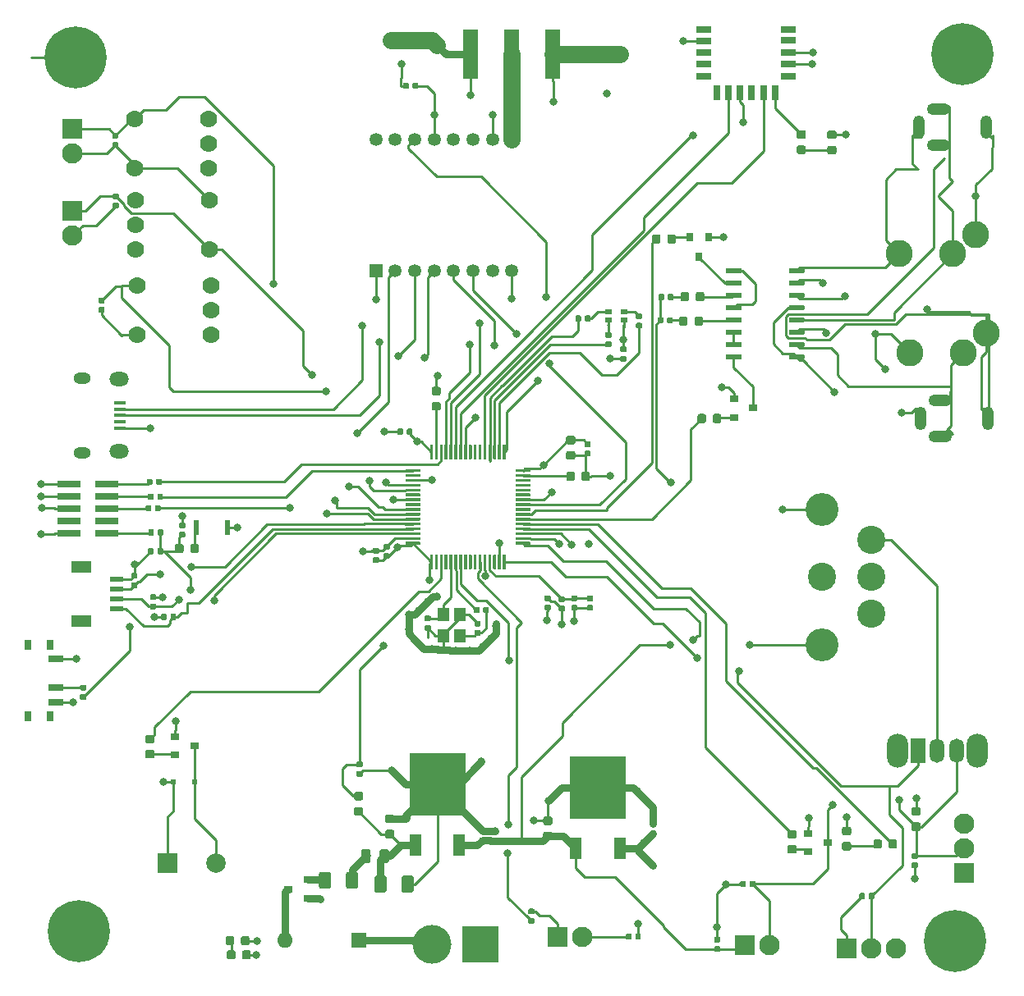
<source format=gbr>
G04 #@! TF.GenerationSoftware,KiCad,Pcbnew,(5.1.4)-1*
G04 #@! TF.CreationDate,2020-12-23T09:12:06-05:00*
G04 #@! TF.ProjectId,CameraTriggerR3SMD,43616d65-7261-4547-9269-676765725233,rev?*
G04 #@! TF.SameCoordinates,Original*
G04 #@! TF.FileFunction,Copper,L1,Top*
G04 #@! TF.FilePolarity,Positive*
%FSLAX46Y46*%
G04 Gerber Fmt 4.6, Leading zero omitted, Abs format (unit mm)*
G04 Created by KiCad (PCBNEW (5.1.4)-1) date 2020-12-23 09:12:06*
%MOMM*%
%LPD*%
G04 APERTURE LIST*
%ADD10C,0.100000*%
%ADD11C,0.590000*%
%ADD12R,0.800000X0.550000*%
%ADD13R,0.550000X1.500000*%
%ADD14C,0.875000*%
%ADD15O,1.208000X2.416000*%
%ADD16O,2.416000X1.208000*%
%ADD17C,2.800000*%
%ADD18R,0.900000X0.800000*%
%ADD19C,0.975000*%
%ADD20C,1.250000*%
%ADD21R,5.800000X6.400000*%
%ADD22R,1.200000X2.200000*%
%ADD23O,1.600000X1.600000*%
%ADD24R,1.600000X1.600000*%
%ADD25R,1.200000X1.400000*%
%ADD26R,1.500000X0.700000*%
%ADD27R,0.700000X1.500000*%
%ADD28C,0.300000*%
%ADD29C,1.350000*%
%ADD30R,1.350000X1.350000*%
%ADD31C,0.550000*%
%ADD32R,0.800000X1.000000*%
%ADD33C,1.778000*%
%ADD34O,2.200000X3.500000*%
%ADD35O,1.500000X2.500000*%
%ADD36R,1.500000X2.500000*%
%ADD37R,0.800000X0.900000*%
%ADD38O,1.800000X1.150000*%
%ADD39O,2.000000X1.450000*%
%ADD40R,1.300000X0.450000*%
%ADD41R,2.400000X0.740000*%
%ADD42R,1.998980X1.198880*%
%ADD43R,1.348740X0.599440*%
%ADD44C,4.000000*%
%ADD45R,3.800000X3.800000*%
%ADD46R,1.500000X5.080000*%
%ADD47C,2.100000*%
%ADD48R,2.100000X2.100000*%
%ADD49C,2.900000*%
%ADD50C,3.400000*%
%ADD51C,0.800000*%
%ADD52C,6.400000*%
%ADD53R,0.500000X0.500000*%
%ADD54C,2.000000*%
%ADD55R,2.000000X2.000000*%
%ADD56C,0.250000*%
%ADD57C,0.762000*%
%ADD58C,1.778000*%
G04 APERTURE END LIST*
D10*
G36*
X57035238Y-30582350D02*
G01*
X57049556Y-30584474D01*
X57063597Y-30587991D01*
X57077226Y-30592868D01*
X57090311Y-30599057D01*
X57102727Y-30606498D01*
X57114353Y-30615121D01*
X57125078Y-30624842D01*
X57134799Y-30635567D01*
X57143422Y-30647193D01*
X57150863Y-30659609D01*
X57157052Y-30672694D01*
X57161929Y-30686323D01*
X57165446Y-30700364D01*
X57167570Y-30714682D01*
X57168280Y-30729140D01*
X57168280Y-31074140D01*
X57167570Y-31088598D01*
X57165446Y-31102916D01*
X57161929Y-31116957D01*
X57157052Y-31130586D01*
X57150863Y-31143671D01*
X57143422Y-31156087D01*
X57134799Y-31167713D01*
X57125078Y-31178438D01*
X57114353Y-31188159D01*
X57102727Y-31196782D01*
X57090311Y-31204223D01*
X57077226Y-31210412D01*
X57063597Y-31215289D01*
X57049556Y-31218806D01*
X57035238Y-31220930D01*
X57020780Y-31221640D01*
X56725780Y-31221640D01*
X56711322Y-31220930D01*
X56697004Y-31218806D01*
X56682963Y-31215289D01*
X56669334Y-31210412D01*
X56656249Y-31204223D01*
X56643833Y-31196782D01*
X56632207Y-31188159D01*
X56621482Y-31178438D01*
X56611761Y-31167713D01*
X56603138Y-31156087D01*
X56595697Y-31143671D01*
X56589508Y-31130586D01*
X56584631Y-31116957D01*
X56581114Y-31102916D01*
X56578990Y-31088598D01*
X56578280Y-31074140D01*
X56578280Y-30729140D01*
X56578990Y-30714682D01*
X56581114Y-30700364D01*
X56584631Y-30686323D01*
X56589508Y-30672694D01*
X56595697Y-30659609D01*
X56603138Y-30647193D01*
X56611761Y-30635567D01*
X56621482Y-30624842D01*
X56632207Y-30615121D01*
X56643833Y-30606498D01*
X56656249Y-30599057D01*
X56669334Y-30592868D01*
X56682963Y-30587991D01*
X56697004Y-30584474D01*
X56711322Y-30582350D01*
X56725780Y-30581640D01*
X57020780Y-30581640D01*
X57035238Y-30582350D01*
X57035238Y-30582350D01*
G37*
D11*
X56873280Y-30901640D03*
D10*
G36*
X58005238Y-30582350D02*
G01*
X58019556Y-30584474D01*
X58033597Y-30587991D01*
X58047226Y-30592868D01*
X58060311Y-30599057D01*
X58072727Y-30606498D01*
X58084353Y-30615121D01*
X58095078Y-30624842D01*
X58104799Y-30635567D01*
X58113422Y-30647193D01*
X58120863Y-30659609D01*
X58127052Y-30672694D01*
X58131929Y-30686323D01*
X58135446Y-30700364D01*
X58137570Y-30714682D01*
X58138280Y-30729140D01*
X58138280Y-31074140D01*
X58137570Y-31088598D01*
X58135446Y-31102916D01*
X58131929Y-31116957D01*
X58127052Y-31130586D01*
X58120863Y-31143671D01*
X58113422Y-31156087D01*
X58104799Y-31167713D01*
X58095078Y-31178438D01*
X58084353Y-31188159D01*
X58072727Y-31196782D01*
X58060311Y-31204223D01*
X58047226Y-31210412D01*
X58033597Y-31215289D01*
X58019556Y-31218806D01*
X58005238Y-31220930D01*
X57990780Y-31221640D01*
X57695780Y-31221640D01*
X57681322Y-31220930D01*
X57667004Y-31218806D01*
X57652963Y-31215289D01*
X57639334Y-31210412D01*
X57626249Y-31204223D01*
X57613833Y-31196782D01*
X57602207Y-31188159D01*
X57591482Y-31178438D01*
X57581761Y-31167713D01*
X57573138Y-31156087D01*
X57565697Y-31143671D01*
X57559508Y-31130586D01*
X57554631Y-31116957D01*
X57551114Y-31102916D01*
X57548990Y-31088598D01*
X57548280Y-31074140D01*
X57548280Y-30729140D01*
X57548990Y-30714682D01*
X57551114Y-30700364D01*
X57554631Y-30686323D01*
X57559508Y-30672694D01*
X57565697Y-30659609D01*
X57573138Y-30647193D01*
X57581761Y-30635567D01*
X57591482Y-30624842D01*
X57602207Y-30615121D01*
X57613833Y-30606498D01*
X57626249Y-30599057D01*
X57639334Y-30592868D01*
X57652963Y-30587991D01*
X57667004Y-30584474D01*
X57681322Y-30582350D01*
X57695780Y-30581640D01*
X57990780Y-30581640D01*
X58005238Y-30582350D01*
X58005238Y-30582350D01*
G37*
D11*
X57843280Y-30901640D03*
D12*
X59977120Y-31092560D03*
X59977120Y-30192560D03*
X61577120Y-30192560D03*
X61577120Y-31092560D03*
D13*
X20700400Y-52435760D03*
X17450400Y-52435760D03*
D10*
G36*
X15983011Y-54166533D02*
G01*
X16004246Y-54169683D01*
X16025070Y-54174899D01*
X16045282Y-54182131D01*
X16064688Y-54191310D01*
X16083101Y-54202346D01*
X16100344Y-54215134D01*
X16116250Y-54229550D01*
X16130666Y-54245456D01*
X16143454Y-54262699D01*
X16154490Y-54281112D01*
X16163669Y-54300518D01*
X16170901Y-54320730D01*
X16176117Y-54341554D01*
X16179267Y-54362789D01*
X16180320Y-54384230D01*
X16180320Y-54896730D01*
X16179267Y-54918171D01*
X16176117Y-54939406D01*
X16170901Y-54960230D01*
X16163669Y-54980442D01*
X16154490Y-54999848D01*
X16143454Y-55018261D01*
X16130666Y-55035504D01*
X16116250Y-55051410D01*
X16100344Y-55065826D01*
X16083101Y-55078614D01*
X16064688Y-55089650D01*
X16045282Y-55098829D01*
X16025070Y-55106061D01*
X16004246Y-55111277D01*
X15983011Y-55114427D01*
X15961570Y-55115480D01*
X15524070Y-55115480D01*
X15502629Y-55114427D01*
X15481394Y-55111277D01*
X15460570Y-55106061D01*
X15440358Y-55098829D01*
X15420952Y-55089650D01*
X15402539Y-55078614D01*
X15385296Y-55065826D01*
X15369390Y-55051410D01*
X15354974Y-55035504D01*
X15342186Y-55018261D01*
X15331150Y-54999848D01*
X15321971Y-54980442D01*
X15314739Y-54960230D01*
X15309523Y-54939406D01*
X15306373Y-54918171D01*
X15305320Y-54896730D01*
X15305320Y-54384230D01*
X15306373Y-54362789D01*
X15309523Y-54341554D01*
X15314739Y-54320730D01*
X15321971Y-54300518D01*
X15331150Y-54281112D01*
X15342186Y-54262699D01*
X15354974Y-54245456D01*
X15369390Y-54229550D01*
X15385296Y-54215134D01*
X15402539Y-54202346D01*
X15420952Y-54191310D01*
X15440358Y-54182131D01*
X15460570Y-54174899D01*
X15481394Y-54169683D01*
X15502629Y-54166533D01*
X15524070Y-54165480D01*
X15961570Y-54165480D01*
X15983011Y-54166533D01*
X15983011Y-54166533D01*
G37*
D14*
X15742820Y-54640480D03*
D10*
G36*
X17558011Y-54166533D02*
G01*
X17579246Y-54169683D01*
X17600070Y-54174899D01*
X17620282Y-54182131D01*
X17639688Y-54191310D01*
X17658101Y-54202346D01*
X17675344Y-54215134D01*
X17691250Y-54229550D01*
X17705666Y-54245456D01*
X17718454Y-54262699D01*
X17729490Y-54281112D01*
X17738669Y-54300518D01*
X17745901Y-54320730D01*
X17751117Y-54341554D01*
X17754267Y-54362789D01*
X17755320Y-54384230D01*
X17755320Y-54896730D01*
X17754267Y-54918171D01*
X17751117Y-54939406D01*
X17745901Y-54960230D01*
X17738669Y-54980442D01*
X17729490Y-54999848D01*
X17718454Y-55018261D01*
X17705666Y-55035504D01*
X17691250Y-55051410D01*
X17675344Y-55065826D01*
X17658101Y-55078614D01*
X17639688Y-55089650D01*
X17620282Y-55098829D01*
X17600070Y-55106061D01*
X17579246Y-55111277D01*
X17558011Y-55114427D01*
X17536570Y-55115480D01*
X17099070Y-55115480D01*
X17077629Y-55114427D01*
X17056394Y-55111277D01*
X17035570Y-55106061D01*
X17015358Y-55098829D01*
X16995952Y-55089650D01*
X16977539Y-55078614D01*
X16960296Y-55065826D01*
X16944390Y-55051410D01*
X16929974Y-55035504D01*
X16917186Y-55018261D01*
X16906150Y-54999848D01*
X16896971Y-54980442D01*
X16889739Y-54960230D01*
X16884523Y-54939406D01*
X16881373Y-54918171D01*
X16880320Y-54896730D01*
X16880320Y-54384230D01*
X16881373Y-54362789D01*
X16884523Y-54341554D01*
X16889739Y-54320730D01*
X16896971Y-54300518D01*
X16906150Y-54281112D01*
X16917186Y-54262699D01*
X16929974Y-54245456D01*
X16944390Y-54229550D01*
X16960296Y-54215134D01*
X16977539Y-54202346D01*
X16995952Y-54191310D01*
X17015358Y-54182131D01*
X17035570Y-54174899D01*
X17056394Y-54169683D01*
X17077629Y-54166533D01*
X17099070Y-54165480D01*
X17536570Y-54165480D01*
X17558011Y-54166533D01*
X17558011Y-54166533D01*
G37*
D14*
X17317820Y-54640480D03*
D10*
G36*
X63331358Y-31346350D02*
G01*
X63345676Y-31348474D01*
X63359717Y-31351991D01*
X63373346Y-31356868D01*
X63386431Y-31363057D01*
X63398847Y-31370498D01*
X63410473Y-31379121D01*
X63421198Y-31388842D01*
X63430919Y-31399567D01*
X63439542Y-31411193D01*
X63446983Y-31423609D01*
X63453172Y-31436694D01*
X63458049Y-31450323D01*
X63461566Y-31464364D01*
X63463690Y-31478682D01*
X63464400Y-31493140D01*
X63464400Y-31788140D01*
X63463690Y-31802598D01*
X63461566Y-31816916D01*
X63458049Y-31830957D01*
X63453172Y-31844586D01*
X63446983Y-31857671D01*
X63439542Y-31870087D01*
X63430919Y-31881713D01*
X63421198Y-31892438D01*
X63410473Y-31902159D01*
X63398847Y-31910782D01*
X63386431Y-31918223D01*
X63373346Y-31924412D01*
X63359717Y-31929289D01*
X63345676Y-31932806D01*
X63331358Y-31934930D01*
X63316900Y-31935640D01*
X62971900Y-31935640D01*
X62957442Y-31934930D01*
X62943124Y-31932806D01*
X62929083Y-31929289D01*
X62915454Y-31924412D01*
X62902369Y-31918223D01*
X62889953Y-31910782D01*
X62878327Y-31902159D01*
X62867602Y-31892438D01*
X62857881Y-31881713D01*
X62849258Y-31870087D01*
X62841817Y-31857671D01*
X62835628Y-31844586D01*
X62830751Y-31830957D01*
X62827234Y-31816916D01*
X62825110Y-31802598D01*
X62824400Y-31788140D01*
X62824400Y-31493140D01*
X62825110Y-31478682D01*
X62827234Y-31464364D01*
X62830751Y-31450323D01*
X62835628Y-31436694D01*
X62841817Y-31423609D01*
X62849258Y-31411193D01*
X62857881Y-31399567D01*
X62867602Y-31388842D01*
X62878327Y-31379121D01*
X62889953Y-31370498D01*
X62902369Y-31363057D01*
X62915454Y-31356868D01*
X62929083Y-31351991D01*
X62943124Y-31348474D01*
X62957442Y-31346350D01*
X62971900Y-31345640D01*
X63316900Y-31345640D01*
X63331358Y-31346350D01*
X63331358Y-31346350D01*
G37*
D11*
X63144400Y-31640640D03*
D10*
G36*
X63331358Y-30376350D02*
G01*
X63345676Y-30378474D01*
X63359717Y-30381991D01*
X63373346Y-30386868D01*
X63386431Y-30393057D01*
X63398847Y-30400498D01*
X63410473Y-30409121D01*
X63421198Y-30418842D01*
X63430919Y-30429567D01*
X63439542Y-30441193D01*
X63446983Y-30453609D01*
X63453172Y-30466694D01*
X63458049Y-30480323D01*
X63461566Y-30494364D01*
X63463690Y-30508682D01*
X63464400Y-30523140D01*
X63464400Y-30818140D01*
X63463690Y-30832598D01*
X63461566Y-30846916D01*
X63458049Y-30860957D01*
X63453172Y-30874586D01*
X63446983Y-30887671D01*
X63439542Y-30900087D01*
X63430919Y-30911713D01*
X63421198Y-30922438D01*
X63410473Y-30932159D01*
X63398847Y-30940782D01*
X63386431Y-30948223D01*
X63373346Y-30954412D01*
X63359717Y-30959289D01*
X63345676Y-30962806D01*
X63331358Y-30964930D01*
X63316900Y-30965640D01*
X62971900Y-30965640D01*
X62957442Y-30964930D01*
X62943124Y-30962806D01*
X62929083Y-30959289D01*
X62915454Y-30954412D01*
X62902369Y-30948223D01*
X62889953Y-30940782D01*
X62878327Y-30932159D01*
X62867602Y-30922438D01*
X62857881Y-30911713D01*
X62849258Y-30900087D01*
X62841817Y-30887671D01*
X62835628Y-30874586D01*
X62830751Y-30860957D01*
X62827234Y-30846916D01*
X62825110Y-30832598D01*
X62824400Y-30818140D01*
X62824400Y-30523140D01*
X62825110Y-30508682D01*
X62827234Y-30494364D01*
X62830751Y-30480323D01*
X62835628Y-30466694D01*
X62841817Y-30453609D01*
X62849258Y-30441193D01*
X62857881Y-30429567D01*
X62867602Y-30418842D01*
X62878327Y-30409121D01*
X62889953Y-30400498D01*
X62902369Y-30393057D01*
X62915454Y-30386868D01*
X62929083Y-30381991D01*
X62943124Y-30378474D01*
X62957442Y-30376350D01*
X62971900Y-30375640D01*
X63316900Y-30375640D01*
X63331358Y-30376350D01*
X63331358Y-30376350D01*
G37*
D11*
X63144400Y-30670640D03*
D10*
G36*
X60166518Y-33266590D02*
G01*
X60180836Y-33268714D01*
X60194877Y-33272231D01*
X60208506Y-33277108D01*
X60221591Y-33283297D01*
X60234007Y-33290738D01*
X60245633Y-33299361D01*
X60256358Y-33309082D01*
X60266079Y-33319807D01*
X60274702Y-33331433D01*
X60282143Y-33343849D01*
X60288332Y-33356934D01*
X60293209Y-33370563D01*
X60296726Y-33384604D01*
X60298850Y-33398922D01*
X60299560Y-33413380D01*
X60299560Y-33708380D01*
X60298850Y-33722838D01*
X60296726Y-33737156D01*
X60293209Y-33751197D01*
X60288332Y-33764826D01*
X60282143Y-33777911D01*
X60274702Y-33790327D01*
X60266079Y-33801953D01*
X60256358Y-33812678D01*
X60245633Y-33822399D01*
X60234007Y-33831022D01*
X60221591Y-33838463D01*
X60208506Y-33844652D01*
X60194877Y-33849529D01*
X60180836Y-33853046D01*
X60166518Y-33855170D01*
X60152060Y-33855880D01*
X59807060Y-33855880D01*
X59792602Y-33855170D01*
X59778284Y-33853046D01*
X59764243Y-33849529D01*
X59750614Y-33844652D01*
X59737529Y-33838463D01*
X59725113Y-33831022D01*
X59713487Y-33822399D01*
X59702762Y-33812678D01*
X59693041Y-33801953D01*
X59684418Y-33790327D01*
X59676977Y-33777911D01*
X59670788Y-33764826D01*
X59665911Y-33751197D01*
X59662394Y-33737156D01*
X59660270Y-33722838D01*
X59659560Y-33708380D01*
X59659560Y-33413380D01*
X59660270Y-33398922D01*
X59662394Y-33384604D01*
X59665911Y-33370563D01*
X59670788Y-33356934D01*
X59676977Y-33343849D01*
X59684418Y-33331433D01*
X59693041Y-33319807D01*
X59702762Y-33309082D01*
X59713487Y-33299361D01*
X59725113Y-33290738D01*
X59737529Y-33283297D01*
X59750614Y-33277108D01*
X59764243Y-33272231D01*
X59778284Y-33268714D01*
X59792602Y-33266590D01*
X59807060Y-33265880D01*
X60152060Y-33265880D01*
X60166518Y-33266590D01*
X60166518Y-33266590D01*
G37*
D11*
X59979560Y-33560880D03*
D10*
G36*
X60166518Y-32296590D02*
G01*
X60180836Y-32298714D01*
X60194877Y-32302231D01*
X60208506Y-32307108D01*
X60221591Y-32313297D01*
X60234007Y-32320738D01*
X60245633Y-32329361D01*
X60256358Y-32339082D01*
X60266079Y-32349807D01*
X60274702Y-32361433D01*
X60282143Y-32373849D01*
X60288332Y-32386934D01*
X60293209Y-32400563D01*
X60296726Y-32414604D01*
X60298850Y-32428922D01*
X60299560Y-32443380D01*
X60299560Y-32738380D01*
X60298850Y-32752838D01*
X60296726Y-32767156D01*
X60293209Y-32781197D01*
X60288332Y-32794826D01*
X60282143Y-32807911D01*
X60274702Y-32820327D01*
X60266079Y-32831953D01*
X60256358Y-32842678D01*
X60245633Y-32852399D01*
X60234007Y-32861022D01*
X60221591Y-32868463D01*
X60208506Y-32874652D01*
X60194877Y-32879529D01*
X60180836Y-32883046D01*
X60166518Y-32885170D01*
X60152060Y-32885880D01*
X59807060Y-32885880D01*
X59792602Y-32885170D01*
X59778284Y-32883046D01*
X59764243Y-32879529D01*
X59750614Y-32874652D01*
X59737529Y-32868463D01*
X59725113Y-32861022D01*
X59713487Y-32852399D01*
X59702762Y-32842678D01*
X59693041Y-32831953D01*
X59684418Y-32820327D01*
X59676977Y-32807911D01*
X59670788Y-32794826D01*
X59665911Y-32781197D01*
X59662394Y-32767156D01*
X59660270Y-32752838D01*
X59659560Y-32738380D01*
X59659560Y-32443380D01*
X59660270Y-32428922D01*
X59662394Y-32414604D01*
X59665911Y-32400563D01*
X59670788Y-32386934D01*
X59676977Y-32373849D01*
X59684418Y-32361433D01*
X59693041Y-32349807D01*
X59702762Y-32339082D01*
X59713487Y-32329361D01*
X59725113Y-32320738D01*
X59737529Y-32313297D01*
X59750614Y-32307108D01*
X59764243Y-32302231D01*
X59778284Y-32298714D01*
X59792602Y-32296590D01*
X59807060Y-32295880D01*
X60152060Y-32295880D01*
X60166518Y-32296590D01*
X60166518Y-32296590D01*
G37*
D11*
X59979560Y-32590880D03*
D10*
G36*
X16224518Y-51956190D02*
G01*
X16238836Y-51958314D01*
X16252877Y-51961831D01*
X16266506Y-51966708D01*
X16279591Y-51972897D01*
X16292007Y-51980338D01*
X16303633Y-51988961D01*
X16314358Y-51998682D01*
X16324079Y-52009407D01*
X16332702Y-52021033D01*
X16340143Y-52033449D01*
X16346332Y-52046534D01*
X16351209Y-52060163D01*
X16354726Y-52074204D01*
X16356850Y-52088522D01*
X16357560Y-52102980D01*
X16357560Y-52397980D01*
X16356850Y-52412438D01*
X16354726Y-52426756D01*
X16351209Y-52440797D01*
X16346332Y-52454426D01*
X16340143Y-52467511D01*
X16332702Y-52479927D01*
X16324079Y-52491553D01*
X16314358Y-52502278D01*
X16303633Y-52511999D01*
X16292007Y-52520622D01*
X16279591Y-52528063D01*
X16266506Y-52534252D01*
X16252877Y-52539129D01*
X16238836Y-52542646D01*
X16224518Y-52544770D01*
X16210060Y-52545480D01*
X15865060Y-52545480D01*
X15850602Y-52544770D01*
X15836284Y-52542646D01*
X15822243Y-52539129D01*
X15808614Y-52534252D01*
X15795529Y-52528063D01*
X15783113Y-52520622D01*
X15771487Y-52511999D01*
X15760762Y-52502278D01*
X15751041Y-52491553D01*
X15742418Y-52479927D01*
X15734977Y-52467511D01*
X15728788Y-52454426D01*
X15723911Y-52440797D01*
X15720394Y-52426756D01*
X15718270Y-52412438D01*
X15717560Y-52397980D01*
X15717560Y-52102980D01*
X15718270Y-52088522D01*
X15720394Y-52074204D01*
X15723911Y-52060163D01*
X15728788Y-52046534D01*
X15734977Y-52033449D01*
X15742418Y-52021033D01*
X15751041Y-52009407D01*
X15760762Y-51998682D01*
X15771487Y-51988961D01*
X15783113Y-51980338D01*
X15795529Y-51972897D01*
X15808614Y-51966708D01*
X15822243Y-51961831D01*
X15836284Y-51958314D01*
X15850602Y-51956190D01*
X15865060Y-51955480D01*
X16210060Y-51955480D01*
X16224518Y-51956190D01*
X16224518Y-51956190D01*
G37*
D11*
X16037560Y-52250480D03*
D10*
G36*
X16224518Y-52926190D02*
G01*
X16238836Y-52928314D01*
X16252877Y-52931831D01*
X16266506Y-52936708D01*
X16279591Y-52942897D01*
X16292007Y-52950338D01*
X16303633Y-52958961D01*
X16314358Y-52968682D01*
X16324079Y-52979407D01*
X16332702Y-52991033D01*
X16340143Y-53003449D01*
X16346332Y-53016534D01*
X16351209Y-53030163D01*
X16354726Y-53044204D01*
X16356850Y-53058522D01*
X16357560Y-53072980D01*
X16357560Y-53367980D01*
X16356850Y-53382438D01*
X16354726Y-53396756D01*
X16351209Y-53410797D01*
X16346332Y-53424426D01*
X16340143Y-53437511D01*
X16332702Y-53449927D01*
X16324079Y-53461553D01*
X16314358Y-53472278D01*
X16303633Y-53481999D01*
X16292007Y-53490622D01*
X16279591Y-53498063D01*
X16266506Y-53504252D01*
X16252877Y-53509129D01*
X16238836Y-53512646D01*
X16224518Y-53514770D01*
X16210060Y-53515480D01*
X15865060Y-53515480D01*
X15850602Y-53514770D01*
X15836284Y-53512646D01*
X15822243Y-53509129D01*
X15808614Y-53504252D01*
X15795529Y-53498063D01*
X15783113Y-53490622D01*
X15771487Y-53481999D01*
X15760762Y-53472278D01*
X15751041Y-53461553D01*
X15742418Y-53449927D01*
X15734977Y-53437511D01*
X15728788Y-53424426D01*
X15723911Y-53410797D01*
X15720394Y-53396756D01*
X15718270Y-53382438D01*
X15717560Y-53367980D01*
X15717560Y-53072980D01*
X15718270Y-53058522D01*
X15720394Y-53044204D01*
X15723911Y-53030163D01*
X15728788Y-53016534D01*
X15734977Y-53003449D01*
X15742418Y-52991033D01*
X15751041Y-52979407D01*
X15760762Y-52968682D01*
X15771487Y-52958961D01*
X15783113Y-52950338D01*
X15795529Y-52942897D01*
X15808614Y-52936708D01*
X15822243Y-52931831D01*
X15836284Y-52928314D01*
X15850602Y-52926190D01*
X15865060Y-52925480D01*
X16210060Y-52925480D01*
X16224518Y-52926190D01*
X16224518Y-52926190D01*
G37*
D11*
X16037560Y-53220480D03*
D10*
G36*
X61705758Y-34755030D02*
G01*
X61720076Y-34757154D01*
X61734117Y-34760671D01*
X61747746Y-34765548D01*
X61760831Y-34771737D01*
X61773247Y-34779178D01*
X61784873Y-34787801D01*
X61795598Y-34797522D01*
X61805319Y-34808247D01*
X61813942Y-34819873D01*
X61821383Y-34832289D01*
X61827572Y-34845374D01*
X61832449Y-34859003D01*
X61835966Y-34873044D01*
X61838090Y-34887362D01*
X61838800Y-34901820D01*
X61838800Y-35196820D01*
X61838090Y-35211278D01*
X61835966Y-35225596D01*
X61832449Y-35239637D01*
X61827572Y-35253266D01*
X61821383Y-35266351D01*
X61813942Y-35278767D01*
X61805319Y-35290393D01*
X61795598Y-35301118D01*
X61784873Y-35310839D01*
X61773247Y-35319462D01*
X61760831Y-35326903D01*
X61747746Y-35333092D01*
X61734117Y-35337969D01*
X61720076Y-35341486D01*
X61705758Y-35343610D01*
X61691300Y-35344320D01*
X61346300Y-35344320D01*
X61331842Y-35343610D01*
X61317524Y-35341486D01*
X61303483Y-35337969D01*
X61289854Y-35333092D01*
X61276769Y-35326903D01*
X61264353Y-35319462D01*
X61252727Y-35310839D01*
X61242002Y-35301118D01*
X61232281Y-35290393D01*
X61223658Y-35278767D01*
X61216217Y-35266351D01*
X61210028Y-35253266D01*
X61205151Y-35239637D01*
X61201634Y-35225596D01*
X61199510Y-35211278D01*
X61198800Y-35196820D01*
X61198800Y-34901820D01*
X61199510Y-34887362D01*
X61201634Y-34873044D01*
X61205151Y-34859003D01*
X61210028Y-34845374D01*
X61216217Y-34832289D01*
X61223658Y-34819873D01*
X61232281Y-34808247D01*
X61242002Y-34797522D01*
X61252727Y-34787801D01*
X61264353Y-34779178D01*
X61276769Y-34771737D01*
X61289854Y-34765548D01*
X61303483Y-34760671D01*
X61317524Y-34757154D01*
X61331842Y-34755030D01*
X61346300Y-34754320D01*
X61691300Y-34754320D01*
X61705758Y-34755030D01*
X61705758Y-34755030D01*
G37*
D11*
X61518800Y-35049320D03*
D10*
G36*
X61705758Y-33785030D02*
G01*
X61720076Y-33787154D01*
X61734117Y-33790671D01*
X61747746Y-33795548D01*
X61760831Y-33801737D01*
X61773247Y-33809178D01*
X61784873Y-33817801D01*
X61795598Y-33827522D01*
X61805319Y-33838247D01*
X61813942Y-33849873D01*
X61821383Y-33862289D01*
X61827572Y-33875374D01*
X61832449Y-33889003D01*
X61835966Y-33903044D01*
X61838090Y-33917362D01*
X61838800Y-33931820D01*
X61838800Y-34226820D01*
X61838090Y-34241278D01*
X61835966Y-34255596D01*
X61832449Y-34269637D01*
X61827572Y-34283266D01*
X61821383Y-34296351D01*
X61813942Y-34308767D01*
X61805319Y-34320393D01*
X61795598Y-34331118D01*
X61784873Y-34340839D01*
X61773247Y-34349462D01*
X61760831Y-34356903D01*
X61747746Y-34363092D01*
X61734117Y-34367969D01*
X61720076Y-34371486D01*
X61705758Y-34373610D01*
X61691300Y-34374320D01*
X61346300Y-34374320D01*
X61331842Y-34373610D01*
X61317524Y-34371486D01*
X61303483Y-34367969D01*
X61289854Y-34363092D01*
X61276769Y-34356903D01*
X61264353Y-34349462D01*
X61252727Y-34340839D01*
X61242002Y-34331118D01*
X61232281Y-34320393D01*
X61223658Y-34308767D01*
X61216217Y-34296351D01*
X61210028Y-34283266D01*
X61205151Y-34269637D01*
X61201634Y-34255596D01*
X61199510Y-34241278D01*
X61198800Y-34226820D01*
X61198800Y-33931820D01*
X61199510Y-33917362D01*
X61201634Y-33903044D01*
X61205151Y-33889003D01*
X61210028Y-33875374D01*
X61216217Y-33862289D01*
X61223658Y-33849873D01*
X61232281Y-33838247D01*
X61242002Y-33827522D01*
X61252727Y-33817801D01*
X61264353Y-33809178D01*
X61276769Y-33801737D01*
X61289854Y-33795548D01*
X61303483Y-33790671D01*
X61317524Y-33787154D01*
X61331842Y-33785030D01*
X61346300Y-33784320D01*
X61691300Y-33784320D01*
X61705758Y-33785030D01*
X61705758Y-33785030D01*
G37*
D11*
X61518800Y-34079320D03*
D10*
G36*
X39275558Y-6569190D02*
G01*
X39289876Y-6571314D01*
X39303917Y-6574831D01*
X39317546Y-6579708D01*
X39330631Y-6585897D01*
X39343047Y-6593338D01*
X39354673Y-6601961D01*
X39365398Y-6611682D01*
X39375119Y-6622407D01*
X39383742Y-6634033D01*
X39391183Y-6646449D01*
X39397372Y-6659534D01*
X39402249Y-6673163D01*
X39405766Y-6687204D01*
X39407890Y-6701522D01*
X39408600Y-6715980D01*
X39408600Y-7060980D01*
X39407890Y-7075438D01*
X39405766Y-7089756D01*
X39402249Y-7103797D01*
X39397372Y-7117426D01*
X39391183Y-7130511D01*
X39383742Y-7142927D01*
X39375119Y-7154553D01*
X39365398Y-7165278D01*
X39354673Y-7174999D01*
X39343047Y-7183622D01*
X39330631Y-7191063D01*
X39317546Y-7197252D01*
X39303917Y-7202129D01*
X39289876Y-7205646D01*
X39275558Y-7207770D01*
X39261100Y-7208480D01*
X38966100Y-7208480D01*
X38951642Y-7207770D01*
X38937324Y-7205646D01*
X38923283Y-7202129D01*
X38909654Y-7197252D01*
X38896569Y-7191063D01*
X38884153Y-7183622D01*
X38872527Y-7174999D01*
X38861802Y-7165278D01*
X38852081Y-7154553D01*
X38843458Y-7142927D01*
X38836017Y-7130511D01*
X38829828Y-7117426D01*
X38824951Y-7103797D01*
X38821434Y-7089756D01*
X38819310Y-7075438D01*
X38818600Y-7060980D01*
X38818600Y-6715980D01*
X38819310Y-6701522D01*
X38821434Y-6687204D01*
X38824951Y-6673163D01*
X38829828Y-6659534D01*
X38836017Y-6646449D01*
X38843458Y-6634033D01*
X38852081Y-6622407D01*
X38861802Y-6611682D01*
X38872527Y-6601961D01*
X38884153Y-6593338D01*
X38896569Y-6585897D01*
X38909654Y-6579708D01*
X38923283Y-6574831D01*
X38937324Y-6571314D01*
X38951642Y-6569190D01*
X38966100Y-6568480D01*
X39261100Y-6568480D01*
X39275558Y-6569190D01*
X39275558Y-6569190D01*
G37*
D11*
X39113600Y-6888480D03*
D10*
G36*
X40245558Y-6569190D02*
G01*
X40259876Y-6571314D01*
X40273917Y-6574831D01*
X40287546Y-6579708D01*
X40300631Y-6585897D01*
X40313047Y-6593338D01*
X40324673Y-6601961D01*
X40335398Y-6611682D01*
X40345119Y-6622407D01*
X40353742Y-6634033D01*
X40361183Y-6646449D01*
X40367372Y-6659534D01*
X40372249Y-6673163D01*
X40375766Y-6687204D01*
X40377890Y-6701522D01*
X40378600Y-6715980D01*
X40378600Y-7060980D01*
X40377890Y-7075438D01*
X40375766Y-7089756D01*
X40372249Y-7103797D01*
X40367372Y-7117426D01*
X40361183Y-7130511D01*
X40353742Y-7142927D01*
X40345119Y-7154553D01*
X40335398Y-7165278D01*
X40324673Y-7174999D01*
X40313047Y-7183622D01*
X40300631Y-7191063D01*
X40287546Y-7197252D01*
X40273917Y-7202129D01*
X40259876Y-7205646D01*
X40245558Y-7207770D01*
X40231100Y-7208480D01*
X39936100Y-7208480D01*
X39921642Y-7207770D01*
X39907324Y-7205646D01*
X39893283Y-7202129D01*
X39879654Y-7197252D01*
X39866569Y-7191063D01*
X39854153Y-7183622D01*
X39842527Y-7174999D01*
X39831802Y-7165278D01*
X39822081Y-7154553D01*
X39813458Y-7142927D01*
X39806017Y-7130511D01*
X39799828Y-7117426D01*
X39794951Y-7103797D01*
X39791434Y-7089756D01*
X39789310Y-7075438D01*
X39788600Y-7060980D01*
X39788600Y-6715980D01*
X39789310Y-6701522D01*
X39791434Y-6687204D01*
X39794951Y-6673163D01*
X39799828Y-6659534D01*
X39806017Y-6646449D01*
X39813458Y-6634033D01*
X39822081Y-6622407D01*
X39831802Y-6611682D01*
X39842527Y-6601961D01*
X39854153Y-6593338D01*
X39866569Y-6585897D01*
X39879654Y-6579708D01*
X39893283Y-6574831D01*
X39907324Y-6571314D01*
X39921642Y-6569190D01*
X39936100Y-6568480D01*
X40231100Y-6568480D01*
X40245558Y-6569190D01*
X40245558Y-6569190D01*
G37*
D11*
X40083600Y-6888480D03*
D15*
X92012680Y-11135360D03*
D16*
X94012680Y-12985360D03*
X94012680Y-9285360D03*
D15*
X98912680Y-11135360D03*
D17*
X89971280Y-24225000D03*
X95471280Y-24225000D03*
X97871280Y-22225000D03*
D10*
G36*
X15282438Y-61374630D02*
G01*
X15296756Y-61376754D01*
X15310797Y-61380271D01*
X15324426Y-61385148D01*
X15337511Y-61391337D01*
X15349927Y-61398778D01*
X15361553Y-61407401D01*
X15372278Y-61417122D01*
X15381999Y-61427847D01*
X15390622Y-61439473D01*
X15398063Y-61451889D01*
X15404252Y-61464974D01*
X15409129Y-61478603D01*
X15412646Y-61492644D01*
X15414770Y-61506962D01*
X15415480Y-61521420D01*
X15415480Y-61866420D01*
X15414770Y-61880878D01*
X15412646Y-61895196D01*
X15409129Y-61909237D01*
X15404252Y-61922866D01*
X15398063Y-61935951D01*
X15390622Y-61948367D01*
X15381999Y-61959993D01*
X15372278Y-61970718D01*
X15361553Y-61980439D01*
X15349927Y-61989062D01*
X15337511Y-61996503D01*
X15324426Y-62002692D01*
X15310797Y-62007569D01*
X15296756Y-62011086D01*
X15282438Y-62013210D01*
X15267980Y-62013920D01*
X14972980Y-62013920D01*
X14958522Y-62013210D01*
X14944204Y-62011086D01*
X14930163Y-62007569D01*
X14916534Y-62002692D01*
X14903449Y-61996503D01*
X14891033Y-61989062D01*
X14879407Y-61980439D01*
X14868682Y-61970718D01*
X14858961Y-61959993D01*
X14850338Y-61948367D01*
X14842897Y-61935951D01*
X14836708Y-61922866D01*
X14831831Y-61909237D01*
X14828314Y-61895196D01*
X14826190Y-61880878D01*
X14825480Y-61866420D01*
X14825480Y-61521420D01*
X14826190Y-61506962D01*
X14828314Y-61492644D01*
X14831831Y-61478603D01*
X14836708Y-61464974D01*
X14842897Y-61451889D01*
X14850338Y-61439473D01*
X14858961Y-61427847D01*
X14868682Y-61417122D01*
X14879407Y-61407401D01*
X14891033Y-61398778D01*
X14903449Y-61391337D01*
X14916534Y-61385148D01*
X14930163Y-61380271D01*
X14944204Y-61376754D01*
X14958522Y-61374630D01*
X14972980Y-61373920D01*
X15267980Y-61373920D01*
X15282438Y-61374630D01*
X15282438Y-61374630D01*
G37*
D11*
X15120480Y-61693920D03*
D10*
G36*
X14312438Y-61374630D02*
G01*
X14326756Y-61376754D01*
X14340797Y-61380271D01*
X14354426Y-61385148D01*
X14367511Y-61391337D01*
X14379927Y-61398778D01*
X14391553Y-61407401D01*
X14402278Y-61417122D01*
X14411999Y-61427847D01*
X14420622Y-61439473D01*
X14428063Y-61451889D01*
X14434252Y-61464974D01*
X14439129Y-61478603D01*
X14442646Y-61492644D01*
X14444770Y-61506962D01*
X14445480Y-61521420D01*
X14445480Y-61866420D01*
X14444770Y-61880878D01*
X14442646Y-61895196D01*
X14439129Y-61909237D01*
X14434252Y-61922866D01*
X14428063Y-61935951D01*
X14420622Y-61948367D01*
X14411999Y-61959993D01*
X14402278Y-61970718D01*
X14391553Y-61980439D01*
X14379927Y-61989062D01*
X14367511Y-61996503D01*
X14354426Y-62002692D01*
X14340797Y-62007569D01*
X14326756Y-62011086D01*
X14312438Y-62013210D01*
X14297980Y-62013920D01*
X14002980Y-62013920D01*
X13988522Y-62013210D01*
X13974204Y-62011086D01*
X13960163Y-62007569D01*
X13946534Y-62002692D01*
X13933449Y-61996503D01*
X13921033Y-61989062D01*
X13909407Y-61980439D01*
X13898682Y-61970718D01*
X13888961Y-61959993D01*
X13880338Y-61948367D01*
X13872897Y-61935951D01*
X13866708Y-61922866D01*
X13861831Y-61909237D01*
X13858314Y-61895196D01*
X13856190Y-61880878D01*
X13855480Y-61866420D01*
X13855480Y-61521420D01*
X13856190Y-61506962D01*
X13858314Y-61492644D01*
X13861831Y-61478603D01*
X13866708Y-61464974D01*
X13872897Y-61451889D01*
X13880338Y-61439473D01*
X13888961Y-61427847D01*
X13898682Y-61417122D01*
X13909407Y-61407401D01*
X13921033Y-61398778D01*
X13933449Y-61391337D01*
X13946534Y-61385148D01*
X13960163Y-61380271D01*
X13974204Y-61376754D01*
X13988522Y-61374630D01*
X14002980Y-61373920D01*
X14297980Y-61373920D01*
X14312438Y-61374630D01*
X14312438Y-61374630D01*
G37*
D11*
X14150480Y-61693920D03*
D10*
G36*
X55360838Y-59563350D02*
G01*
X55375156Y-59565474D01*
X55389197Y-59568991D01*
X55402826Y-59573868D01*
X55415911Y-59580057D01*
X55428327Y-59587498D01*
X55439953Y-59596121D01*
X55450678Y-59605842D01*
X55460399Y-59616567D01*
X55469022Y-59628193D01*
X55476463Y-59640609D01*
X55482652Y-59653694D01*
X55487529Y-59667323D01*
X55491046Y-59681364D01*
X55493170Y-59695682D01*
X55493880Y-59710140D01*
X55493880Y-60005140D01*
X55493170Y-60019598D01*
X55491046Y-60033916D01*
X55487529Y-60047957D01*
X55482652Y-60061586D01*
X55476463Y-60074671D01*
X55469022Y-60087087D01*
X55460399Y-60098713D01*
X55450678Y-60109438D01*
X55439953Y-60119159D01*
X55428327Y-60127782D01*
X55415911Y-60135223D01*
X55402826Y-60141412D01*
X55389197Y-60146289D01*
X55375156Y-60149806D01*
X55360838Y-60151930D01*
X55346380Y-60152640D01*
X55001380Y-60152640D01*
X54986922Y-60151930D01*
X54972604Y-60149806D01*
X54958563Y-60146289D01*
X54944934Y-60141412D01*
X54931849Y-60135223D01*
X54919433Y-60127782D01*
X54907807Y-60119159D01*
X54897082Y-60109438D01*
X54887361Y-60098713D01*
X54878738Y-60087087D01*
X54871297Y-60074671D01*
X54865108Y-60061586D01*
X54860231Y-60047957D01*
X54856714Y-60033916D01*
X54854590Y-60019598D01*
X54853880Y-60005140D01*
X54853880Y-59710140D01*
X54854590Y-59695682D01*
X54856714Y-59681364D01*
X54860231Y-59667323D01*
X54865108Y-59653694D01*
X54871297Y-59640609D01*
X54878738Y-59628193D01*
X54887361Y-59616567D01*
X54897082Y-59605842D01*
X54907807Y-59596121D01*
X54919433Y-59587498D01*
X54931849Y-59580057D01*
X54944934Y-59573868D01*
X54958563Y-59568991D01*
X54972604Y-59565474D01*
X54986922Y-59563350D01*
X55001380Y-59562640D01*
X55346380Y-59562640D01*
X55360838Y-59563350D01*
X55360838Y-59563350D01*
G37*
D11*
X55173880Y-59857640D03*
D10*
G36*
X55360838Y-60533350D02*
G01*
X55375156Y-60535474D01*
X55389197Y-60538991D01*
X55402826Y-60543868D01*
X55415911Y-60550057D01*
X55428327Y-60557498D01*
X55439953Y-60566121D01*
X55450678Y-60575842D01*
X55460399Y-60586567D01*
X55469022Y-60598193D01*
X55476463Y-60610609D01*
X55482652Y-60623694D01*
X55487529Y-60637323D01*
X55491046Y-60651364D01*
X55493170Y-60665682D01*
X55493880Y-60680140D01*
X55493880Y-60975140D01*
X55493170Y-60989598D01*
X55491046Y-61003916D01*
X55487529Y-61017957D01*
X55482652Y-61031586D01*
X55476463Y-61044671D01*
X55469022Y-61057087D01*
X55460399Y-61068713D01*
X55450678Y-61079438D01*
X55439953Y-61089159D01*
X55428327Y-61097782D01*
X55415911Y-61105223D01*
X55402826Y-61111412D01*
X55389197Y-61116289D01*
X55375156Y-61119806D01*
X55360838Y-61121930D01*
X55346380Y-61122640D01*
X55001380Y-61122640D01*
X54986922Y-61121930D01*
X54972604Y-61119806D01*
X54958563Y-61116289D01*
X54944934Y-61111412D01*
X54931849Y-61105223D01*
X54919433Y-61097782D01*
X54907807Y-61089159D01*
X54897082Y-61079438D01*
X54887361Y-61068713D01*
X54878738Y-61057087D01*
X54871297Y-61044671D01*
X54865108Y-61031586D01*
X54860231Y-61017957D01*
X54856714Y-61003916D01*
X54854590Y-60989598D01*
X54853880Y-60975140D01*
X54853880Y-60680140D01*
X54854590Y-60665682D01*
X54856714Y-60651364D01*
X54860231Y-60637323D01*
X54865108Y-60623694D01*
X54871297Y-60610609D01*
X54878738Y-60598193D01*
X54887361Y-60586567D01*
X54897082Y-60575842D01*
X54907807Y-60566121D01*
X54919433Y-60557498D01*
X54931849Y-60550057D01*
X54944934Y-60543868D01*
X54958563Y-60538991D01*
X54972604Y-60535474D01*
X54986922Y-60533350D01*
X55001380Y-60532640D01*
X55346380Y-60532640D01*
X55360838Y-60533350D01*
X55360838Y-60533350D01*
G37*
D11*
X55173880Y-60827640D03*
D18*
X26965400Y-89778840D03*
X28965400Y-88828840D03*
X28965400Y-90728840D03*
D10*
G36*
X83295971Y-13081173D02*
G01*
X83317206Y-13084323D01*
X83338030Y-13089539D01*
X83358242Y-13096771D01*
X83377648Y-13105950D01*
X83396061Y-13116986D01*
X83413304Y-13129774D01*
X83429210Y-13144190D01*
X83443626Y-13160096D01*
X83456414Y-13177339D01*
X83467450Y-13195752D01*
X83476629Y-13215158D01*
X83483861Y-13235370D01*
X83489077Y-13256194D01*
X83492227Y-13277429D01*
X83493280Y-13298870D01*
X83493280Y-13736370D01*
X83492227Y-13757811D01*
X83489077Y-13779046D01*
X83483861Y-13799870D01*
X83476629Y-13820082D01*
X83467450Y-13839488D01*
X83456414Y-13857901D01*
X83443626Y-13875144D01*
X83429210Y-13891050D01*
X83413304Y-13905466D01*
X83396061Y-13918254D01*
X83377648Y-13929290D01*
X83358242Y-13938469D01*
X83338030Y-13945701D01*
X83317206Y-13950917D01*
X83295971Y-13954067D01*
X83274530Y-13955120D01*
X82762030Y-13955120D01*
X82740589Y-13954067D01*
X82719354Y-13950917D01*
X82698530Y-13945701D01*
X82678318Y-13938469D01*
X82658912Y-13929290D01*
X82640499Y-13918254D01*
X82623256Y-13905466D01*
X82607350Y-13891050D01*
X82592934Y-13875144D01*
X82580146Y-13857901D01*
X82569110Y-13839488D01*
X82559931Y-13820082D01*
X82552699Y-13799870D01*
X82547483Y-13779046D01*
X82544333Y-13757811D01*
X82543280Y-13736370D01*
X82543280Y-13298870D01*
X82544333Y-13277429D01*
X82547483Y-13256194D01*
X82552699Y-13235370D01*
X82559931Y-13215158D01*
X82569110Y-13195752D01*
X82580146Y-13177339D01*
X82592934Y-13160096D01*
X82607350Y-13144190D01*
X82623256Y-13129774D01*
X82640499Y-13116986D01*
X82658912Y-13105950D01*
X82678318Y-13096771D01*
X82698530Y-13089539D01*
X82719354Y-13084323D01*
X82740589Y-13081173D01*
X82762030Y-13080120D01*
X83274530Y-13080120D01*
X83295971Y-13081173D01*
X83295971Y-13081173D01*
G37*
D14*
X83018280Y-13517620D03*
D10*
G36*
X83295971Y-11506173D02*
G01*
X83317206Y-11509323D01*
X83338030Y-11514539D01*
X83358242Y-11521771D01*
X83377648Y-11530950D01*
X83396061Y-11541986D01*
X83413304Y-11554774D01*
X83429210Y-11569190D01*
X83443626Y-11585096D01*
X83456414Y-11602339D01*
X83467450Y-11620752D01*
X83476629Y-11640158D01*
X83483861Y-11660370D01*
X83489077Y-11681194D01*
X83492227Y-11702429D01*
X83493280Y-11723870D01*
X83493280Y-12161370D01*
X83492227Y-12182811D01*
X83489077Y-12204046D01*
X83483861Y-12224870D01*
X83476629Y-12245082D01*
X83467450Y-12264488D01*
X83456414Y-12282901D01*
X83443626Y-12300144D01*
X83429210Y-12316050D01*
X83413304Y-12330466D01*
X83396061Y-12343254D01*
X83377648Y-12354290D01*
X83358242Y-12363469D01*
X83338030Y-12370701D01*
X83317206Y-12375917D01*
X83295971Y-12379067D01*
X83274530Y-12380120D01*
X82762030Y-12380120D01*
X82740589Y-12379067D01*
X82719354Y-12375917D01*
X82698530Y-12370701D01*
X82678318Y-12363469D01*
X82658912Y-12354290D01*
X82640499Y-12343254D01*
X82623256Y-12330466D01*
X82607350Y-12316050D01*
X82592934Y-12300144D01*
X82580146Y-12282901D01*
X82569110Y-12264488D01*
X82559931Y-12245082D01*
X82552699Y-12224870D01*
X82547483Y-12204046D01*
X82544333Y-12182811D01*
X82543280Y-12161370D01*
X82543280Y-11723870D01*
X82544333Y-11702429D01*
X82547483Y-11681194D01*
X82552699Y-11660370D01*
X82559931Y-11640158D01*
X82569110Y-11620752D01*
X82580146Y-11602339D01*
X82592934Y-11585096D01*
X82607350Y-11569190D01*
X82623256Y-11554774D01*
X82640499Y-11541986D01*
X82658912Y-11530950D01*
X82678318Y-11521771D01*
X82698530Y-11514539D01*
X82719354Y-11509323D01*
X82740589Y-11506173D01*
X82762030Y-11505120D01*
X83274530Y-11505120D01*
X83295971Y-11506173D01*
X83295971Y-11506173D01*
G37*
D14*
X83018280Y-11942620D03*
D10*
G36*
X80155611Y-11481133D02*
G01*
X80176846Y-11484283D01*
X80197670Y-11489499D01*
X80217882Y-11496731D01*
X80237288Y-11505910D01*
X80255701Y-11516946D01*
X80272944Y-11529734D01*
X80288850Y-11544150D01*
X80303266Y-11560056D01*
X80316054Y-11577299D01*
X80327090Y-11595712D01*
X80336269Y-11615118D01*
X80343501Y-11635330D01*
X80348717Y-11656154D01*
X80351867Y-11677389D01*
X80352920Y-11698830D01*
X80352920Y-12136330D01*
X80351867Y-12157771D01*
X80348717Y-12179006D01*
X80343501Y-12199830D01*
X80336269Y-12220042D01*
X80327090Y-12239448D01*
X80316054Y-12257861D01*
X80303266Y-12275104D01*
X80288850Y-12291010D01*
X80272944Y-12305426D01*
X80255701Y-12318214D01*
X80237288Y-12329250D01*
X80217882Y-12338429D01*
X80197670Y-12345661D01*
X80176846Y-12350877D01*
X80155611Y-12354027D01*
X80134170Y-12355080D01*
X79621670Y-12355080D01*
X79600229Y-12354027D01*
X79578994Y-12350877D01*
X79558170Y-12345661D01*
X79537958Y-12338429D01*
X79518552Y-12329250D01*
X79500139Y-12318214D01*
X79482896Y-12305426D01*
X79466990Y-12291010D01*
X79452574Y-12275104D01*
X79439786Y-12257861D01*
X79428750Y-12239448D01*
X79419571Y-12220042D01*
X79412339Y-12199830D01*
X79407123Y-12179006D01*
X79403973Y-12157771D01*
X79402920Y-12136330D01*
X79402920Y-11698830D01*
X79403973Y-11677389D01*
X79407123Y-11656154D01*
X79412339Y-11635330D01*
X79419571Y-11615118D01*
X79428750Y-11595712D01*
X79439786Y-11577299D01*
X79452574Y-11560056D01*
X79466990Y-11544150D01*
X79482896Y-11529734D01*
X79500139Y-11516946D01*
X79518552Y-11505910D01*
X79537958Y-11496731D01*
X79558170Y-11489499D01*
X79578994Y-11484283D01*
X79600229Y-11481133D01*
X79621670Y-11480080D01*
X80134170Y-11480080D01*
X80155611Y-11481133D01*
X80155611Y-11481133D01*
G37*
D14*
X79877920Y-11917580D03*
D10*
G36*
X80155611Y-13056133D02*
G01*
X80176846Y-13059283D01*
X80197670Y-13064499D01*
X80217882Y-13071731D01*
X80237288Y-13080910D01*
X80255701Y-13091946D01*
X80272944Y-13104734D01*
X80288850Y-13119150D01*
X80303266Y-13135056D01*
X80316054Y-13152299D01*
X80327090Y-13170712D01*
X80336269Y-13190118D01*
X80343501Y-13210330D01*
X80348717Y-13231154D01*
X80351867Y-13252389D01*
X80352920Y-13273830D01*
X80352920Y-13711330D01*
X80351867Y-13732771D01*
X80348717Y-13754006D01*
X80343501Y-13774830D01*
X80336269Y-13795042D01*
X80327090Y-13814448D01*
X80316054Y-13832861D01*
X80303266Y-13850104D01*
X80288850Y-13866010D01*
X80272944Y-13880426D01*
X80255701Y-13893214D01*
X80237288Y-13904250D01*
X80217882Y-13913429D01*
X80197670Y-13920661D01*
X80176846Y-13925877D01*
X80155611Y-13929027D01*
X80134170Y-13930080D01*
X79621670Y-13930080D01*
X79600229Y-13929027D01*
X79578994Y-13925877D01*
X79558170Y-13920661D01*
X79537958Y-13913429D01*
X79518552Y-13904250D01*
X79500139Y-13893214D01*
X79482896Y-13880426D01*
X79466990Y-13866010D01*
X79452574Y-13850104D01*
X79439786Y-13832861D01*
X79428750Y-13814448D01*
X79419571Y-13795042D01*
X79412339Y-13774830D01*
X79407123Y-13754006D01*
X79403973Y-13732771D01*
X79402920Y-13711330D01*
X79402920Y-13273830D01*
X79403973Y-13252389D01*
X79407123Y-13231154D01*
X79412339Y-13210330D01*
X79419571Y-13190118D01*
X79428750Y-13170712D01*
X79439786Y-13152299D01*
X79452574Y-13135056D01*
X79466990Y-13119150D01*
X79482896Y-13104734D01*
X79500139Y-13091946D01*
X79518552Y-13080910D01*
X79537958Y-13071731D01*
X79558170Y-13064499D01*
X79578994Y-13059283D01*
X79600229Y-13056133D01*
X79621670Y-13055080D01*
X80134170Y-13055080D01*
X80155611Y-13056133D01*
X80155611Y-13056133D01*
G37*
D14*
X79877920Y-13492580D03*
D10*
G36*
X53902878Y-60431750D02*
G01*
X53917196Y-60433874D01*
X53931237Y-60437391D01*
X53944866Y-60442268D01*
X53957951Y-60448457D01*
X53970367Y-60455898D01*
X53981993Y-60464521D01*
X53992718Y-60474242D01*
X54002439Y-60484967D01*
X54011062Y-60496593D01*
X54018503Y-60509009D01*
X54024692Y-60522094D01*
X54029569Y-60535723D01*
X54033086Y-60549764D01*
X54035210Y-60564082D01*
X54035920Y-60578540D01*
X54035920Y-60873540D01*
X54035210Y-60887998D01*
X54033086Y-60902316D01*
X54029569Y-60916357D01*
X54024692Y-60929986D01*
X54018503Y-60943071D01*
X54011062Y-60955487D01*
X54002439Y-60967113D01*
X53992718Y-60977838D01*
X53981993Y-60987559D01*
X53970367Y-60996182D01*
X53957951Y-61003623D01*
X53944866Y-61009812D01*
X53931237Y-61014689D01*
X53917196Y-61018206D01*
X53902878Y-61020330D01*
X53888420Y-61021040D01*
X53543420Y-61021040D01*
X53528962Y-61020330D01*
X53514644Y-61018206D01*
X53500603Y-61014689D01*
X53486974Y-61009812D01*
X53473889Y-61003623D01*
X53461473Y-60996182D01*
X53449847Y-60987559D01*
X53439122Y-60977838D01*
X53429401Y-60967113D01*
X53420778Y-60955487D01*
X53413337Y-60943071D01*
X53407148Y-60929986D01*
X53402271Y-60916357D01*
X53398754Y-60902316D01*
X53396630Y-60887998D01*
X53395920Y-60873540D01*
X53395920Y-60578540D01*
X53396630Y-60564082D01*
X53398754Y-60549764D01*
X53402271Y-60535723D01*
X53407148Y-60522094D01*
X53413337Y-60509009D01*
X53420778Y-60496593D01*
X53429401Y-60484967D01*
X53439122Y-60474242D01*
X53449847Y-60464521D01*
X53461473Y-60455898D01*
X53473889Y-60448457D01*
X53486974Y-60442268D01*
X53500603Y-60437391D01*
X53514644Y-60433874D01*
X53528962Y-60431750D01*
X53543420Y-60431040D01*
X53888420Y-60431040D01*
X53902878Y-60431750D01*
X53902878Y-60431750D01*
G37*
D11*
X53715920Y-60726040D03*
D10*
G36*
X53902878Y-59461750D02*
G01*
X53917196Y-59463874D01*
X53931237Y-59467391D01*
X53944866Y-59472268D01*
X53957951Y-59478457D01*
X53970367Y-59485898D01*
X53981993Y-59494521D01*
X53992718Y-59504242D01*
X54002439Y-59514967D01*
X54011062Y-59526593D01*
X54018503Y-59539009D01*
X54024692Y-59552094D01*
X54029569Y-59565723D01*
X54033086Y-59579764D01*
X54035210Y-59594082D01*
X54035920Y-59608540D01*
X54035920Y-59903540D01*
X54035210Y-59917998D01*
X54033086Y-59932316D01*
X54029569Y-59946357D01*
X54024692Y-59959986D01*
X54018503Y-59973071D01*
X54011062Y-59985487D01*
X54002439Y-59997113D01*
X53992718Y-60007838D01*
X53981993Y-60017559D01*
X53970367Y-60026182D01*
X53957951Y-60033623D01*
X53944866Y-60039812D01*
X53931237Y-60044689D01*
X53917196Y-60048206D01*
X53902878Y-60050330D01*
X53888420Y-60051040D01*
X53543420Y-60051040D01*
X53528962Y-60050330D01*
X53514644Y-60048206D01*
X53500603Y-60044689D01*
X53486974Y-60039812D01*
X53473889Y-60033623D01*
X53461473Y-60026182D01*
X53449847Y-60017559D01*
X53439122Y-60007838D01*
X53429401Y-59997113D01*
X53420778Y-59985487D01*
X53413337Y-59973071D01*
X53407148Y-59959986D01*
X53402271Y-59946357D01*
X53398754Y-59932316D01*
X53396630Y-59917998D01*
X53395920Y-59903540D01*
X53395920Y-59608540D01*
X53396630Y-59594082D01*
X53398754Y-59579764D01*
X53402271Y-59565723D01*
X53407148Y-59552094D01*
X53413337Y-59539009D01*
X53420778Y-59526593D01*
X53429401Y-59514967D01*
X53439122Y-59504242D01*
X53449847Y-59494521D01*
X53461473Y-59485898D01*
X53473889Y-59478457D01*
X53486974Y-59472268D01*
X53500603Y-59467391D01*
X53514644Y-59463874D01*
X53528962Y-59461750D01*
X53543420Y-59461040D01*
X53888420Y-59461040D01*
X53902878Y-59461750D01*
X53902878Y-59461750D01*
G37*
D11*
X53715920Y-59756040D03*
D10*
G36*
X9371598Y-17996390D02*
G01*
X9385916Y-17998514D01*
X9399957Y-18002031D01*
X9413586Y-18006908D01*
X9426671Y-18013097D01*
X9439087Y-18020538D01*
X9450713Y-18029161D01*
X9461438Y-18038882D01*
X9471159Y-18049607D01*
X9479782Y-18061233D01*
X9487223Y-18073649D01*
X9493412Y-18086734D01*
X9498289Y-18100363D01*
X9501806Y-18114404D01*
X9503930Y-18128722D01*
X9504640Y-18143180D01*
X9504640Y-18438180D01*
X9503930Y-18452638D01*
X9501806Y-18466956D01*
X9498289Y-18480997D01*
X9493412Y-18494626D01*
X9487223Y-18507711D01*
X9479782Y-18520127D01*
X9471159Y-18531753D01*
X9461438Y-18542478D01*
X9450713Y-18552199D01*
X9439087Y-18560822D01*
X9426671Y-18568263D01*
X9413586Y-18574452D01*
X9399957Y-18579329D01*
X9385916Y-18582846D01*
X9371598Y-18584970D01*
X9357140Y-18585680D01*
X9012140Y-18585680D01*
X8997682Y-18584970D01*
X8983364Y-18582846D01*
X8969323Y-18579329D01*
X8955694Y-18574452D01*
X8942609Y-18568263D01*
X8930193Y-18560822D01*
X8918567Y-18552199D01*
X8907842Y-18542478D01*
X8898121Y-18531753D01*
X8889498Y-18520127D01*
X8882057Y-18507711D01*
X8875868Y-18494626D01*
X8870991Y-18480997D01*
X8867474Y-18466956D01*
X8865350Y-18452638D01*
X8864640Y-18438180D01*
X8864640Y-18143180D01*
X8865350Y-18128722D01*
X8867474Y-18114404D01*
X8870991Y-18100363D01*
X8875868Y-18086734D01*
X8882057Y-18073649D01*
X8889498Y-18061233D01*
X8898121Y-18049607D01*
X8907842Y-18038882D01*
X8918567Y-18029161D01*
X8930193Y-18020538D01*
X8942609Y-18013097D01*
X8955694Y-18006908D01*
X8969323Y-18002031D01*
X8983364Y-17998514D01*
X8997682Y-17996390D01*
X9012140Y-17995680D01*
X9357140Y-17995680D01*
X9371598Y-17996390D01*
X9371598Y-17996390D01*
G37*
D11*
X9184640Y-18290680D03*
D10*
G36*
X9371598Y-18966390D02*
G01*
X9385916Y-18968514D01*
X9399957Y-18972031D01*
X9413586Y-18976908D01*
X9426671Y-18983097D01*
X9439087Y-18990538D01*
X9450713Y-18999161D01*
X9461438Y-19008882D01*
X9471159Y-19019607D01*
X9479782Y-19031233D01*
X9487223Y-19043649D01*
X9493412Y-19056734D01*
X9498289Y-19070363D01*
X9501806Y-19084404D01*
X9503930Y-19098722D01*
X9504640Y-19113180D01*
X9504640Y-19408180D01*
X9503930Y-19422638D01*
X9501806Y-19436956D01*
X9498289Y-19450997D01*
X9493412Y-19464626D01*
X9487223Y-19477711D01*
X9479782Y-19490127D01*
X9471159Y-19501753D01*
X9461438Y-19512478D01*
X9450713Y-19522199D01*
X9439087Y-19530822D01*
X9426671Y-19538263D01*
X9413586Y-19544452D01*
X9399957Y-19549329D01*
X9385916Y-19552846D01*
X9371598Y-19554970D01*
X9357140Y-19555680D01*
X9012140Y-19555680D01*
X8997682Y-19554970D01*
X8983364Y-19552846D01*
X8969323Y-19549329D01*
X8955694Y-19544452D01*
X8942609Y-19538263D01*
X8930193Y-19530822D01*
X8918567Y-19522199D01*
X8907842Y-19512478D01*
X8898121Y-19501753D01*
X8889498Y-19490127D01*
X8882057Y-19477711D01*
X8875868Y-19464626D01*
X8870991Y-19450997D01*
X8867474Y-19436956D01*
X8865350Y-19422638D01*
X8864640Y-19408180D01*
X8864640Y-19113180D01*
X8865350Y-19098722D01*
X8867474Y-19084404D01*
X8870991Y-19070363D01*
X8875868Y-19056734D01*
X8882057Y-19043649D01*
X8889498Y-19031233D01*
X8898121Y-19019607D01*
X8907842Y-19008882D01*
X8918567Y-18999161D01*
X8930193Y-18990538D01*
X8942609Y-18983097D01*
X8955694Y-18976908D01*
X8969323Y-18972031D01*
X8983364Y-18968514D01*
X8997682Y-18966390D01*
X9012140Y-18965680D01*
X9357140Y-18965680D01*
X9371598Y-18966390D01*
X9371598Y-18966390D01*
G37*
D11*
X9184640Y-19260680D03*
D10*
G36*
X52231558Y-92768630D02*
G01*
X52245876Y-92770754D01*
X52259917Y-92774271D01*
X52273546Y-92779148D01*
X52286631Y-92785337D01*
X52299047Y-92792778D01*
X52310673Y-92801401D01*
X52321398Y-92811122D01*
X52331119Y-92821847D01*
X52339742Y-92833473D01*
X52347183Y-92845889D01*
X52353372Y-92858974D01*
X52358249Y-92872603D01*
X52361766Y-92886644D01*
X52363890Y-92900962D01*
X52364600Y-92915420D01*
X52364600Y-93210420D01*
X52363890Y-93224878D01*
X52361766Y-93239196D01*
X52358249Y-93253237D01*
X52353372Y-93266866D01*
X52347183Y-93279951D01*
X52339742Y-93292367D01*
X52331119Y-93303993D01*
X52321398Y-93314718D01*
X52310673Y-93324439D01*
X52299047Y-93333062D01*
X52286631Y-93340503D01*
X52273546Y-93346692D01*
X52259917Y-93351569D01*
X52245876Y-93355086D01*
X52231558Y-93357210D01*
X52217100Y-93357920D01*
X51872100Y-93357920D01*
X51857642Y-93357210D01*
X51843324Y-93355086D01*
X51829283Y-93351569D01*
X51815654Y-93346692D01*
X51802569Y-93340503D01*
X51790153Y-93333062D01*
X51778527Y-93324439D01*
X51767802Y-93314718D01*
X51758081Y-93303993D01*
X51749458Y-93292367D01*
X51742017Y-93279951D01*
X51735828Y-93266866D01*
X51730951Y-93253237D01*
X51727434Y-93239196D01*
X51725310Y-93224878D01*
X51724600Y-93210420D01*
X51724600Y-92915420D01*
X51725310Y-92900962D01*
X51727434Y-92886644D01*
X51730951Y-92872603D01*
X51735828Y-92858974D01*
X51742017Y-92845889D01*
X51749458Y-92833473D01*
X51758081Y-92821847D01*
X51767802Y-92811122D01*
X51778527Y-92801401D01*
X51790153Y-92792778D01*
X51802569Y-92785337D01*
X51815654Y-92779148D01*
X51829283Y-92774271D01*
X51843324Y-92770754D01*
X51857642Y-92768630D01*
X51872100Y-92767920D01*
X52217100Y-92767920D01*
X52231558Y-92768630D01*
X52231558Y-92768630D01*
G37*
D11*
X52044600Y-93062920D03*
D10*
G36*
X52231558Y-91798630D02*
G01*
X52245876Y-91800754D01*
X52259917Y-91804271D01*
X52273546Y-91809148D01*
X52286631Y-91815337D01*
X52299047Y-91822778D01*
X52310673Y-91831401D01*
X52321398Y-91841122D01*
X52331119Y-91851847D01*
X52339742Y-91863473D01*
X52347183Y-91875889D01*
X52353372Y-91888974D01*
X52358249Y-91902603D01*
X52361766Y-91916644D01*
X52363890Y-91930962D01*
X52364600Y-91945420D01*
X52364600Y-92240420D01*
X52363890Y-92254878D01*
X52361766Y-92269196D01*
X52358249Y-92283237D01*
X52353372Y-92296866D01*
X52347183Y-92309951D01*
X52339742Y-92322367D01*
X52331119Y-92333993D01*
X52321398Y-92344718D01*
X52310673Y-92354439D01*
X52299047Y-92363062D01*
X52286631Y-92370503D01*
X52273546Y-92376692D01*
X52259917Y-92381569D01*
X52245876Y-92385086D01*
X52231558Y-92387210D01*
X52217100Y-92387920D01*
X51872100Y-92387920D01*
X51857642Y-92387210D01*
X51843324Y-92385086D01*
X51829283Y-92381569D01*
X51815654Y-92376692D01*
X51802569Y-92370503D01*
X51790153Y-92363062D01*
X51778527Y-92354439D01*
X51767802Y-92344718D01*
X51758081Y-92333993D01*
X51749458Y-92322367D01*
X51742017Y-92309951D01*
X51735828Y-92296866D01*
X51730951Y-92283237D01*
X51727434Y-92269196D01*
X51725310Y-92254878D01*
X51724600Y-92240420D01*
X51724600Y-91945420D01*
X51725310Y-91930962D01*
X51727434Y-91916644D01*
X51730951Y-91902603D01*
X51735828Y-91888974D01*
X51742017Y-91875889D01*
X51749458Y-91863473D01*
X51758081Y-91851847D01*
X51767802Y-91841122D01*
X51778527Y-91831401D01*
X51790153Y-91822778D01*
X51802569Y-91815337D01*
X51815654Y-91809148D01*
X51829283Y-91804271D01*
X51843324Y-91800754D01*
X51857642Y-91798630D01*
X51872100Y-91797920D01*
X52217100Y-91797920D01*
X52231558Y-91798630D01*
X52231558Y-91798630D01*
G37*
D11*
X52044600Y-92092920D03*
D10*
G36*
X91986931Y-81331133D02*
G01*
X92008166Y-81334283D01*
X92028990Y-81339499D01*
X92049202Y-81346731D01*
X92068608Y-81355910D01*
X92087021Y-81366946D01*
X92104264Y-81379734D01*
X92120170Y-81394150D01*
X92134586Y-81410056D01*
X92147374Y-81427299D01*
X92158410Y-81445712D01*
X92167589Y-81465118D01*
X92174821Y-81485330D01*
X92180037Y-81506154D01*
X92183187Y-81527389D01*
X92184240Y-81548830D01*
X92184240Y-81986330D01*
X92183187Y-82007771D01*
X92180037Y-82029006D01*
X92174821Y-82049830D01*
X92167589Y-82070042D01*
X92158410Y-82089448D01*
X92147374Y-82107861D01*
X92134586Y-82125104D01*
X92120170Y-82141010D01*
X92104264Y-82155426D01*
X92087021Y-82168214D01*
X92068608Y-82179250D01*
X92049202Y-82188429D01*
X92028990Y-82195661D01*
X92008166Y-82200877D01*
X91986931Y-82204027D01*
X91965490Y-82205080D01*
X91452990Y-82205080D01*
X91431549Y-82204027D01*
X91410314Y-82200877D01*
X91389490Y-82195661D01*
X91369278Y-82188429D01*
X91349872Y-82179250D01*
X91331459Y-82168214D01*
X91314216Y-82155426D01*
X91298310Y-82141010D01*
X91283894Y-82125104D01*
X91271106Y-82107861D01*
X91260070Y-82089448D01*
X91250891Y-82070042D01*
X91243659Y-82049830D01*
X91238443Y-82029006D01*
X91235293Y-82007771D01*
X91234240Y-81986330D01*
X91234240Y-81548830D01*
X91235293Y-81527389D01*
X91238443Y-81506154D01*
X91243659Y-81485330D01*
X91250891Y-81465118D01*
X91260070Y-81445712D01*
X91271106Y-81427299D01*
X91283894Y-81410056D01*
X91298310Y-81394150D01*
X91314216Y-81379734D01*
X91331459Y-81366946D01*
X91349872Y-81355910D01*
X91369278Y-81346731D01*
X91389490Y-81339499D01*
X91410314Y-81334283D01*
X91431549Y-81331133D01*
X91452990Y-81330080D01*
X91965490Y-81330080D01*
X91986931Y-81331133D01*
X91986931Y-81331133D01*
G37*
D14*
X91709240Y-81767580D03*
D10*
G36*
X91986931Y-82906133D02*
G01*
X92008166Y-82909283D01*
X92028990Y-82914499D01*
X92049202Y-82921731D01*
X92068608Y-82930910D01*
X92087021Y-82941946D01*
X92104264Y-82954734D01*
X92120170Y-82969150D01*
X92134586Y-82985056D01*
X92147374Y-83002299D01*
X92158410Y-83020712D01*
X92167589Y-83040118D01*
X92174821Y-83060330D01*
X92180037Y-83081154D01*
X92183187Y-83102389D01*
X92184240Y-83123830D01*
X92184240Y-83561330D01*
X92183187Y-83582771D01*
X92180037Y-83604006D01*
X92174821Y-83624830D01*
X92167589Y-83645042D01*
X92158410Y-83664448D01*
X92147374Y-83682861D01*
X92134586Y-83700104D01*
X92120170Y-83716010D01*
X92104264Y-83730426D01*
X92087021Y-83743214D01*
X92068608Y-83754250D01*
X92049202Y-83763429D01*
X92028990Y-83770661D01*
X92008166Y-83775877D01*
X91986931Y-83779027D01*
X91965490Y-83780080D01*
X91452990Y-83780080D01*
X91431549Y-83779027D01*
X91410314Y-83775877D01*
X91389490Y-83770661D01*
X91369278Y-83763429D01*
X91349872Y-83754250D01*
X91331459Y-83743214D01*
X91314216Y-83730426D01*
X91298310Y-83716010D01*
X91283894Y-83700104D01*
X91271106Y-83682861D01*
X91260070Y-83664448D01*
X91250891Y-83645042D01*
X91243659Y-83624830D01*
X91238443Y-83604006D01*
X91235293Y-83582771D01*
X91234240Y-83561330D01*
X91234240Y-83123830D01*
X91235293Y-83102389D01*
X91238443Y-83081154D01*
X91243659Y-83060330D01*
X91250891Y-83040118D01*
X91260070Y-83020712D01*
X91271106Y-83002299D01*
X91283894Y-82985056D01*
X91298310Y-82969150D01*
X91314216Y-82954734D01*
X91331459Y-82941946D01*
X91349872Y-82930910D01*
X91369278Y-82921731D01*
X91389490Y-82914499D01*
X91410314Y-82909283D01*
X91431549Y-82906133D01*
X91452990Y-82905080D01*
X91965490Y-82905080D01*
X91986931Y-82906133D01*
X91986931Y-82906133D01*
G37*
D14*
X91709240Y-83342580D03*
D10*
G36*
X74032918Y-88931230D02*
G01*
X74047236Y-88933354D01*
X74061277Y-88936871D01*
X74074906Y-88941748D01*
X74087991Y-88947937D01*
X74100407Y-88955378D01*
X74112033Y-88964001D01*
X74122758Y-88973722D01*
X74132479Y-88984447D01*
X74141102Y-88996073D01*
X74148543Y-89008489D01*
X74154732Y-89021574D01*
X74159609Y-89035203D01*
X74163126Y-89049244D01*
X74165250Y-89063562D01*
X74165960Y-89078020D01*
X74165960Y-89423020D01*
X74165250Y-89437478D01*
X74163126Y-89451796D01*
X74159609Y-89465837D01*
X74154732Y-89479466D01*
X74148543Y-89492551D01*
X74141102Y-89504967D01*
X74132479Y-89516593D01*
X74122758Y-89527318D01*
X74112033Y-89537039D01*
X74100407Y-89545662D01*
X74087991Y-89553103D01*
X74074906Y-89559292D01*
X74061277Y-89564169D01*
X74047236Y-89567686D01*
X74032918Y-89569810D01*
X74018460Y-89570520D01*
X73723460Y-89570520D01*
X73709002Y-89569810D01*
X73694684Y-89567686D01*
X73680643Y-89564169D01*
X73667014Y-89559292D01*
X73653929Y-89553103D01*
X73641513Y-89545662D01*
X73629887Y-89537039D01*
X73619162Y-89527318D01*
X73609441Y-89516593D01*
X73600818Y-89504967D01*
X73593377Y-89492551D01*
X73587188Y-89479466D01*
X73582311Y-89465837D01*
X73578794Y-89451796D01*
X73576670Y-89437478D01*
X73575960Y-89423020D01*
X73575960Y-89078020D01*
X73576670Y-89063562D01*
X73578794Y-89049244D01*
X73582311Y-89035203D01*
X73587188Y-89021574D01*
X73593377Y-89008489D01*
X73600818Y-88996073D01*
X73609441Y-88984447D01*
X73619162Y-88973722D01*
X73629887Y-88964001D01*
X73641513Y-88955378D01*
X73653929Y-88947937D01*
X73667014Y-88941748D01*
X73680643Y-88936871D01*
X73694684Y-88933354D01*
X73709002Y-88931230D01*
X73723460Y-88930520D01*
X74018460Y-88930520D01*
X74032918Y-88931230D01*
X74032918Y-88931230D01*
G37*
D11*
X73870960Y-89250520D03*
D10*
G36*
X75002918Y-88931230D02*
G01*
X75017236Y-88933354D01*
X75031277Y-88936871D01*
X75044906Y-88941748D01*
X75057991Y-88947937D01*
X75070407Y-88955378D01*
X75082033Y-88964001D01*
X75092758Y-88973722D01*
X75102479Y-88984447D01*
X75111102Y-88996073D01*
X75118543Y-89008489D01*
X75124732Y-89021574D01*
X75129609Y-89035203D01*
X75133126Y-89049244D01*
X75135250Y-89063562D01*
X75135960Y-89078020D01*
X75135960Y-89423020D01*
X75135250Y-89437478D01*
X75133126Y-89451796D01*
X75129609Y-89465837D01*
X75124732Y-89479466D01*
X75118543Y-89492551D01*
X75111102Y-89504967D01*
X75102479Y-89516593D01*
X75092758Y-89527318D01*
X75082033Y-89537039D01*
X75070407Y-89545662D01*
X75057991Y-89553103D01*
X75044906Y-89559292D01*
X75031277Y-89564169D01*
X75017236Y-89567686D01*
X75002918Y-89569810D01*
X74988460Y-89570520D01*
X74693460Y-89570520D01*
X74679002Y-89569810D01*
X74664684Y-89567686D01*
X74650643Y-89564169D01*
X74637014Y-89559292D01*
X74623929Y-89553103D01*
X74611513Y-89545662D01*
X74599887Y-89537039D01*
X74589162Y-89527318D01*
X74579441Y-89516593D01*
X74570818Y-89504967D01*
X74563377Y-89492551D01*
X74557188Y-89479466D01*
X74552311Y-89465837D01*
X74548794Y-89451796D01*
X74546670Y-89437478D01*
X74545960Y-89423020D01*
X74545960Y-89078020D01*
X74546670Y-89063562D01*
X74548794Y-89049244D01*
X74552311Y-89035203D01*
X74557188Y-89021574D01*
X74563377Y-89008489D01*
X74570818Y-88996073D01*
X74579441Y-88984447D01*
X74589162Y-88973722D01*
X74599887Y-88964001D01*
X74611513Y-88955378D01*
X74623929Y-88947937D01*
X74637014Y-88941748D01*
X74650643Y-88936871D01*
X74664684Y-88933354D01*
X74679002Y-88931230D01*
X74693460Y-88930520D01*
X74988460Y-88930520D01*
X75002918Y-88931230D01*
X75002918Y-88931230D01*
G37*
D11*
X74840960Y-89250520D03*
D10*
G36*
X62232078Y-94371910D02*
G01*
X62246396Y-94374034D01*
X62260437Y-94377551D01*
X62274066Y-94382428D01*
X62287151Y-94388617D01*
X62299567Y-94396058D01*
X62311193Y-94404681D01*
X62321918Y-94414402D01*
X62331639Y-94425127D01*
X62340262Y-94436753D01*
X62347703Y-94449169D01*
X62353892Y-94462254D01*
X62358769Y-94475883D01*
X62362286Y-94489924D01*
X62364410Y-94504242D01*
X62365120Y-94518700D01*
X62365120Y-94863700D01*
X62364410Y-94878158D01*
X62362286Y-94892476D01*
X62358769Y-94906517D01*
X62353892Y-94920146D01*
X62347703Y-94933231D01*
X62340262Y-94945647D01*
X62331639Y-94957273D01*
X62321918Y-94967998D01*
X62311193Y-94977719D01*
X62299567Y-94986342D01*
X62287151Y-94993783D01*
X62274066Y-94999972D01*
X62260437Y-95004849D01*
X62246396Y-95008366D01*
X62232078Y-95010490D01*
X62217620Y-95011200D01*
X61922620Y-95011200D01*
X61908162Y-95010490D01*
X61893844Y-95008366D01*
X61879803Y-95004849D01*
X61866174Y-94999972D01*
X61853089Y-94993783D01*
X61840673Y-94986342D01*
X61829047Y-94977719D01*
X61818322Y-94967998D01*
X61808601Y-94957273D01*
X61799978Y-94945647D01*
X61792537Y-94933231D01*
X61786348Y-94920146D01*
X61781471Y-94906517D01*
X61777954Y-94892476D01*
X61775830Y-94878158D01*
X61775120Y-94863700D01*
X61775120Y-94518700D01*
X61775830Y-94504242D01*
X61777954Y-94489924D01*
X61781471Y-94475883D01*
X61786348Y-94462254D01*
X61792537Y-94449169D01*
X61799978Y-94436753D01*
X61808601Y-94425127D01*
X61818322Y-94414402D01*
X61829047Y-94404681D01*
X61840673Y-94396058D01*
X61853089Y-94388617D01*
X61866174Y-94382428D01*
X61879803Y-94377551D01*
X61893844Y-94374034D01*
X61908162Y-94371910D01*
X61922620Y-94371200D01*
X62217620Y-94371200D01*
X62232078Y-94371910D01*
X62232078Y-94371910D01*
G37*
D11*
X62070120Y-94691200D03*
D10*
G36*
X63202078Y-94371910D02*
G01*
X63216396Y-94374034D01*
X63230437Y-94377551D01*
X63244066Y-94382428D01*
X63257151Y-94388617D01*
X63269567Y-94396058D01*
X63281193Y-94404681D01*
X63291918Y-94414402D01*
X63301639Y-94425127D01*
X63310262Y-94436753D01*
X63317703Y-94449169D01*
X63323892Y-94462254D01*
X63328769Y-94475883D01*
X63332286Y-94489924D01*
X63334410Y-94504242D01*
X63335120Y-94518700D01*
X63335120Y-94863700D01*
X63334410Y-94878158D01*
X63332286Y-94892476D01*
X63328769Y-94906517D01*
X63323892Y-94920146D01*
X63317703Y-94933231D01*
X63310262Y-94945647D01*
X63301639Y-94957273D01*
X63291918Y-94967998D01*
X63281193Y-94977719D01*
X63269567Y-94986342D01*
X63257151Y-94993783D01*
X63244066Y-94999972D01*
X63230437Y-95004849D01*
X63216396Y-95008366D01*
X63202078Y-95010490D01*
X63187620Y-95011200D01*
X62892620Y-95011200D01*
X62878162Y-95010490D01*
X62863844Y-95008366D01*
X62849803Y-95004849D01*
X62836174Y-94999972D01*
X62823089Y-94993783D01*
X62810673Y-94986342D01*
X62799047Y-94977719D01*
X62788322Y-94967998D01*
X62778601Y-94957273D01*
X62769978Y-94945647D01*
X62762537Y-94933231D01*
X62756348Y-94920146D01*
X62751471Y-94906517D01*
X62747954Y-94892476D01*
X62745830Y-94878158D01*
X62745120Y-94863700D01*
X62745120Y-94518700D01*
X62745830Y-94504242D01*
X62747954Y-94489924D01*
X62751471Y-94475883D01*
X62756348Y-94462254D01*
X62762537Y-94449169D01*
X62769978Y-94436753D01*
X62778601Y-94425127D01*
X62788322Y-94414402D01*
X62799047Y-94404681D01*
X62810673Y-94396058D01*
X62823089Y-94388617D01*
X62836174Y-94382428D01*
X62849803Y-94377551D01*
X62863844Y-94374034D01*
X62878162Y-94371910D01*
X62892620Y-94371200D01*
X63187620Y-94371200D01*
X63202078Y-94371910D01*
X63202078Y-94371910D01*
G37*
D11*
X63040120Y-94691200D03*
D10*
G36*
X91759038Y-87033310D02*
G01*
X91773356Y-87035434D01*
X91787397Y-87038951D01*
X91801026Y-87043828D01*
X91814111Y-87050017D01*
X91826527Y-87057458D01*
X91838153Y-87066081D01*
X91848878Y-87075802D01*
X91858599Y-87086527D01*
X91867222Y-87098153D01*
X91874663Y-87110569D01*
X91880852Y-87123654D01*
X91885729Y-87137283D01*
X91889246Y-87151324D01*
X91891370Y-87165642D01*
X91892080Y-87180100D01*
X91892080Y-87475100D01*
X91891370Y-87489558D01*
X91889246Y-87503876D01*
X91885729Y-87517917D01*
X91880852Y-87531546D01*
X91874663Y-87544631D01*
X91867222Y-87557047D01*
X91858599Y-87568673D01*
X91848878Y-87579398D01*
X91838153Y-87589119D01*
X91826527Y-87597742D01*
X91814111Y-87605183D01*
X91801026Y-87611372D01*
X91787397Y-87616249D01*
X91773356Y-87619766D01*
X91759038Y-87621890D01*
X91744580Y-87622600D01*
X91399580Y-87622600D01*
X91385122Y-87621890D01*
X91370804Y-87619766D01*
X91356763Y-87616249D01*
X91343134Y-87611372D01*
X91330049Y-87605183D01*
X91317633Y-87597742D01*
X91306007Y-87589119D01*
X91295282Y-87579398D01*
X91285561Y-87568673D01*
X91276938Y-87557047D01*
X91269497Y-87544631D01*
X91263308Y-87531546D01*
X91258431Y-87517917D01*
X91254914Y-87503876D01*
X91252790Y-87489558D01*
X91252080Y-87475100D01*
X91252080Y-87180100D01*
X91252790Y-87165642D01*
X91254914Y-87151324D01*
X91258431Y-87137283D01*
X91263308Y-87123654D01*
X91269497Y-87110569D01*
X91276938Y-87098153D01*
X91285561Y-87086527D01*
X91295282Y-87075802D01*
X91306007Y-87066081D01*
X91317633Y-87057458D01*
X91330049Y-87050017D01*
X91343134Y-87043828D01*
X91356763Y-87038951D01*
X91370804Y-87035434D01*
X91385122Y-87033310D01*
X91399580Y-87032600D01*
X91744580Y-87032600D01*
X91759038Y-87033310D01*
X91759038Y-87033310D01*
G37*
D11*
X91572080Y-87327600D03*
D10*
G36*
X91759038Y-86063310D02*
G01*
X91773356Y-86065434D01*
X91787397Y-86068951D01*
X91801026Y-86073828D01*
X91814111Y-86080017D01*
X91826527Y-86087458D01*
X91838153Y-86096081D01*
X91848878Y-86105802D01*
X91858599Y-86116527D01*
X91867222Y-86128153D01*
X91874663Y-86140569D01*
X91880852Y-86153654D01*
X91885729Y-86167283D01*
X91889246Y-86181324D01*
X91891370Y-86195642D01*
X91892080Y-86210100D01*
X91892080Y-86505100D01*
X91891370Y-86519558D01*
X91889246Y-86533876D01*
X91885729Y-86547917D01*
X91880852Y-86561546D01*
X91874663Y-86574631D01*
X91867222Y-86587047D01*
X91858599Y-86598673D01*
X91848878Y-86609398D01*
X91838153Y-86619119D01*
X91826527Y-86627742D01*
X91814111Y-86635183D01*
X91801026Y-86641372D01*
X91787397Y-86646249D01*
X91773356Y-86649766D01*
X91759038Y-86651890D01*
X91744580Y-86652600D01*
X91399580Y-86652600D01*
X91385122Y-86651890D01*
X91370804Y-86649766D01*
X91356763Y-86646249D01*
X91343134Y-86641372D01*
X91330049Y-86635183D01*
X91317633Y-86627742D01*
X91306007Y-86619119D01*
X91295282Y-86609398D01*
X91285561Y-86598673D01*
X91276938Y-86587047D01*
X91269497Y-86574631D01*
X91263308Y-86561546D01*
X91258431Y-86547917D01*
X91254914Y-86533876D01*
X91252790Y-86519558D01*
X91252080Y-86505100D01*
X91252080Y-86210100D01*
X91252790Y-86195642D01*
X91254914Y-86181324D01*
X91258431Y-86167283D01*
X91263308Y-86153654D01*
X91269497Y-86140569D01*
X91276938Y-86128153D01*
X91285561Y-86116527D01*
X91295282Y-86105802D01*
X91306007Y-86096081D01*
X91317633Y-86087458D01*
X91330049Y-86080017D01*
X91343134Y-86073828D01*
X91356763Y-86068951D01*
X91370804Y-86065434D01*
X91385122Y-86063310D01*
X91399580Y-86062600D01*
X91744580Y-86062600D01*
X91759038Y-86063310D01*
X91759038Y-86063310D01*
G37*
D11*
X91572080Y-86357600D03*
D10*
G36*
X86306198Y-90185990D02*
G01*
X86320516Y-90188114D01*
X86334557Y-90191631D01*
X86348186Y-90196508D01*
X86361271Y-90202697D01*
X86373687Y-90210138D01*
X86385313Y-90218761D01*
X86396038Y-90228482D01*
X86405759Y-90239207D01*
X86414382Y-90250833D01*
X86421823Y-90263249D01*
X86428012Y-90276334D01*
X86432889Y-90289963D01*
X86436406Y-90304004D01*
X86438530Y-90318322D01*
X86439240Y-90332780D01*
X86439240Y-90677780D01*
X86438530Y-90692238D01*
X86436406Y-90706556D01*
X86432889Y-90720597D01*
X86428012Y-90734226D01*
X86421823Y-90747311D01*
X86414382Y-90759727D01*
X86405759Y-90771353D01*
X86396038Y-90782078D01*
X86385313Y-90791799D01*
X86373687Y-90800422D01*
X86361271Y-90807863D01*
X86348186Y-90814052D01*
X86334557Y-90818929D01*
X86320516Y-90822446D01*
X86306198Y-90824570D01*
X86291740Y-90825280D01*
X85996740Y-90825280D01*
X85982282Y-90824570D01*
X85967964Y-90822446D01*
X85953923Y-90818929D01*
X85940294Y-90814052D01*
X85927209Y-90807863D01*
X85914793Y-90800422D01*
X85903167Y-90791799D01*
X85892442Y-90782078D01*
X85882721Y-90771353D01*
X85874098Y-90759727D01*
X85866657Y-90747311D01*
X85860468Y-90734226D01*
X85855591Y-90720597D01*
X85852074Y-90706556D01*
X85849950Y-90692238D01*
X85849240Y-90677780D01*
X85849240Y-90332780D01*
X85849950Y-90318322D01*
X85852074Y-90304004D01*
X85855591Y-90289963D01*
X85860468Y-90276334D01*
X85866657Y-90263249D01*
X85874098Y-90250833D01*
X85882721Y-90239207D01*
X85892442Y-90228482D01*
X85903167Y-90218761D01*
X85914793Y-90210138D01*
X85927209Y-90202697D01*
X85940294Y-90196508D01*
X85953923Y-90191631D01*
X85967964Y-90188114D01*
X85982282Y-90185990D01*
X85996740Y-90185280D01*
X86291740Y-90185280D01*
X86306198Y-90185990D01*
X86306198Y-90185990D01*
G37*
D11*
X86144240Y-90505280D03*
D10*
G36*
X87276198Y-90185990D02*
G01*
X87290516Y-90188114D01*
X87304557Y-90191631D01*
X87318186Y-90196508D01*
X87331271Y-90202697D01*
X87343687Y-90210138D01*
X87355313Y-90218761D01*
X87366038Y-90228482D01*
X87375759Y-90239207D01*
X87384382Y-90250833D01*
X87391823Y-90263249D01*
X87398012Y-90276334D01*
X87402889Y-90289963D01*
X87406406Y-90304004D01*
X87408530Y-90318322D01*
X87409240Y-90332780D01*
X87409240Y-90677780D01*
X87408530Y-90692238D01*
X87406406Y-90706556D01*
X87402889Y-90720597D01*
X87398012Y-90734226D01*
X87391823Y-90747311D01*
X87384382Y-90759727D01*
X87375759Y-90771353D01*
X87366038Y-90782078D01*
X87355313Y-90791799D01*
X87343687Y-90800422D01*
X87331271Y-90807863D01*
X87318186Y-90814052D01*
X87304557Y-90818929D01*
X87290516Y-90822446D01*
X87276198Y-90824570D01*
X87261740Y-90825280D01*
X86966740Y-90825280D01*
X86952282Y-90824570D01*
X86937964Y-90822446D01*
X86923923Y-90818929D01*
X86910294Y-90814052D01*
X86897209Y-90807863D01*
X86884793Y-90800422D01*
X86873167Y-90791799D01*
X86862442Y-90782078D01*
X86852721Y-90771353D01*
X86844098Y-90759727D01*
X86836657Y-90747311D01*
X86830468Y-90734226D01*
X86825591Y-90720597D01*
X86822074Y-90706556D01*
X86819950Y-90692238D01*
X86819240Y-90677780D01*
X86819240Y-90332780D01*
X86819950Y-90318322D01*
X86822074Y-90304004D01*
X86825591Y-90289963D01*
X86830468Y-90276334D01*
X86836657Y-90263249D01*
X86844098Y-90250833D01*
X86852721Y-90239207D01*
X86862442Y-90228482D01*
X86873167Y-90218761D01*
X86884793Y-90210138D01*
X86897209Y-90202697D01*
X86910294Y-90196508D01*
X86923923Y-90191631D01*
X86937964Y-90188114D01*
X86952282Y-90185990D01*
X86966740Y-90185280D01*
X87261740Y-90185280D01*
X87276198Y-90185990D01*
X87276198Y-90185990D01*
G37*
D11*
X87114240Y-90505280D03*
D10*
G36*
X22907251Y-96096853D02*
G01*
X22928486Y-96100003D01*
X22949310Y-96105219D01*
X22969522Y-96112451D01*
X22988928Y-96121630D01*
X23007341Y-96132666D01*
X23024584Y-96145454D01*
X23040490Y-96159870D01*
X23054906Y-96175776D01*
X23067694Y-96193019D01*
X23078730Y-96211432D01*
X23087909Y-96230838D01*
X23095141Y-96251050D01*
X23100357Y-96271874D01*
X23103507Y-96293109D01*
X23104560Y-96314550D01*
X23104560Y-96827050D01*
X23103507Y-96848491D01*
X23100357Y-96869726D01*
X23095141Y-96890550D01*
X23087909Y-96910762D01*
X23078730Y-96930168D01*
X23067694Y-96948581D01*
X23054906Y-96965824D01*
X23040490Y-96981730D01*
X23024584Y-96996146D01*
X23007341Y-97008934D01*
X22988928Y-97019970D01*
X22969522Y-97029149D01*
X22949310Y-97036381D01*
X22928486Y-97041597D01*
X22907251Y-97044747D01*
X22885810Y-97045800D01*
X22448310Y-97045800D01*
X22426869Y-97044747D01*
X22405634Y-97041597D01*
X22384810Y-97036381D01*
X22364598Y-97029149D01*
X22345192Y-97019970D01*
X22326779Y-97008934D01*
X22309536Y-96996146D01*
X22293630Y-96981730D01*
X22279214Y-96965824D01*
X22266426Y-96948581D01*
X22255390Y-96930168D01*
X22246211Y-96910762D01*
X22238979Y-96890550D01*
X22233763Y-96869726D01*
X22230613Y-96848491D01*
X22229560Y-96827050D01*
X22229560Y-96314550D01*
X22230613Y-96293109D01*
X22233763Y-96271874D01*
X22238979Y-96251050D01*
X22246211Y-96230838D01*
X22255390Y-96211432D01*
X22266426Y-96193019D01*
X22279214Y-96175776D01*
X22293630Y-96159870D01*
X22309536Y-96145454D01*
X22326779Y-96132666D01*
X22345192Y-96121630D01*
X22364598Y-96112451D01*
X22384810Y-96105219D01*
X22405634Y-96100003D01*
X22426869Y-96096853D01*
X22448310Y-96095800D01*
X22885810Y-96095800D01*
X22907251Y-96096853D01*
X22907251Y-96096853D01*
G37*
D14*
X22667060Y-96570800D03*
D10*
G36*
X21332251Y-96096853D02*
G01*
X21353486Y-96100003D01*
X21374310Y-96105219D01*
X21394522Y-96112451D01*
X21413928Y-96121630D01*
X21432341Y-96132666D01*
X21449584Y-96145454D01*
X21465490Y-96159870D01*
X21479906Y-96175776D01*
X21492694Y-96193019D01*
X21503730Y-96211432D01*
X21512909Y-96230838D01*
X21520141Y-96251050D01*
X21525357Y-96271874D01*
X21528507Y-96293109D01*
X21529560Y-96314550D01*
X21529560Y-96827050D01*
X21528507Y-96848491D01*
X21525357Y-96869726D01*
X21520141Y-96890550D01*
X21512909Y-96910762D01*
X21503730Y-96930168D01*
X21492694Y-96948581D01*
X21479906Y-96965824D01*
X21465490Y-96981730D01*
X21449584Y-96996146D01*
X21432341Y-97008934D01*
X21413928Y-97019970D01*
X21394522Y-97029149D01*
X21374310Y-97036381D01*
X21353486Y-97041597D01*
X21332251Y-97044747D01*
X21310810Y-97045800D01*
X20873310Y-97045800D01*
X20851869Y-97044747D01*
X20830634Y-97041597D01*
X20809810Y-97036381D01*
X20789598Y-97029149D01*
X20770192Y-97019970D01*
X20751779Y-97008934D01*
X20734536Y-96996146D01*
X20718630Y-96981730D01*
X20704214Y-96965824D01*
X20691426Y-96948581D01*
X20680390Y-96930168D01*
X20671211Y-96910762D01*
X20663979Y-96890550D01*
X20658763Y-96869726D01*
X20655613Y-96848491D01*
X20654560Y-96827050D01*
X20654560Y-96314550D01*
X20655613Y-96293109D01*
X20658763Y-96271874D01*
X20663979Y-96251050D01*
X20671211Y-96230838D01*
X20680390Y-96211432D01*
X20691426Y-96193019D01*
X20704214Y-96175776D01*
X20718630Y-96159870D01*
X20734536Y-96145454D01*
X20751779Y-96132666D01*
X20770192Y-96121630D01*
X20789598Y-96112451D01*
X20809810Y-96105219D01*
X20830634Y-96100003D01*
X20851869Y-96096853D01*
X20873310Y-96095800D01*
X21310810Y-96095800D01*
X21332251Y-96096853D01*
X21332251Y-96096853D01*
G37*
D14*
X21092060Y-96570800D03*
D10*
G36*
X34522678Y-77594670D02*
G01*
X34536996Y-77596794D01*
X34551037Y-77600311D01*
X34564666Y-77605188D01*
X34577751Y-77611377D01*
X34590167Y-77618818D01*
X34601793Y-77627441D01*
X34612518Y-77637162D01*
X34622239Y-77647887D01*
X34630862Y-77659513D01*
X34638303Y-77671929D01*
X34644492Y-77685014D01*
X34649369Y-77698643D01*
X34652886Y-77712684D01*
X34655010Y-77727002D01*
X34655720Y-77741460D01*
X34655720Y-78036460D01*
X34655010Y-78050918D01*
X34652886Y-78065236D01*
X34649369Y-78079277D01*
X34644492Y-78092906D01*
X34638303Y-78105991D01*
X34630862Y-78118407D01*
X34622239Y-78130033D01*
X34612518Y-78140758D01*
X34601793Y-78150479D01*
X34590167Y-78159102D01*
X34577751Y-78166543D01*
X34564666Y-78172732D01*
X34551037Y-78177609D01*
X34536996Y-78181126D01*
X34522678Y-78183250D01*
X34508220Y-78183960D01*
X34163220Y-78183960D01*
X34148762Y-78183250D01*
X34134444Y-78181126D01*
X34120403Y-78177609D01*
X34106774Y-78172732D01*
X34093689Y-78166543D01*
X34081273Y-78159102D01*
X34069647Y-78150479D01*
X34058922Y-78140758D01*
X34049201Y-78130033D01*
X34040578Y-78118407D01*
X34033137Y-78105991D01*
X34026948Y-78092906D01*
X34022071Y-78079277D01*
X34018554Y-78065236D01*
X34016430Y-78050918D01*
X34015720Y-78036460D01*
X34015720Y-77741460D01*
X34016430Y-77727002D01*
X34018554Y-77712684D01*
X34022071Y-77698643D01*
X34026948Y-77685014D01*
X34033137Y-77671929D01*
X34040578Y-77659513D01*
X34049201Y-77647887D01*
X34058922Y-77637162D01*
X34069647Y-77627441D01*
X34081273Y-77618818D01*
X34093689Y-77611377D01*
X34106774Y-77605188D01*
X34120403Y-77600311D01*
X34134444Y-77596794D01*
X34148762Y-77594670D01*
X34163220Y-77593960D01*
X34508220Y-77593960D01*
X34522678Y-77594670D01*
X34522678Y-77594670D01*
G37*
D11*
X34335720Y-77888960D03*
D10*
G36*
X34522678Y-76624670D02*
G01*
X34536996Y-76626794D01*
X34551037Y-76630311D01*
X34564666Y-76635188D01*
X34577751Y-76641377D01*
X34590167Y-76648818D01*
X34601793Y-76657441D01*
X34612518Y-76667162D01*
X34622239Y-76677887D01*
X34630862Y-76689513D01*
X34638303Y-76701929D01*
X34644492Y-76715014D01*
X34649369Y-76728643D01*
X34652886Y-76742684D01*
X34655010Y-76757002D01*
X34655720Y-76771460D01*
X34655720Y-77066460D01*
X34655010Y-77080918D01*
X34652886Y-77095236D01*
X34649369Y-77109277D01*
X34644492Y-77122906D01*
X34638303Y-77135991D01*
X34630862Y-77148407D01*
X34622239Y-77160033D01*
X34612518Y-77170758D01*
X34601793Y-77180479D01*
X34590167Y-77189102D01*
X34577751Y-77196543D01*
X34564666Y-77202732D01*
X34551037Y-77207609D01*
X34536996Y-77211126D01*
X34522678Y-77213250D01*
X34508220Y-77213960D01*
X34163220Y-77213960D01*
X34148762Y-77213250D01*
X34134444Y-77211126D01*
X34120403Y-77207609D01*
X34106774Y-77202732D01*
X34093689Y-77196543D01*
X34081273Y-77189102D01*
X34069647Y-77180479D01*
X34058922Y-77170758D01*
X34049201Y-77160033D01*
X34040578Y-77148407D01*
X34033137Y-77135991D01*
X34026948Y-77122906D01*
X34022071Y-77109277D01*
X34018554Y-77095236D01*
X34016430Y-77080918D01*
X34015720Y-77066460D01*
X34015720Y-76771460D01*
X34016430Y-76757002D01*
X34018554Y-76742684D01*
X34022071Y-76728643D01*
X34026948Y-76715014D01*
X34033137Y-76701929D01*
X34040578Y-76689513D01*
X34049201Y-76677887D01*
X34058922Y-76667162D01*
X34069647Y-76657441D01*
X34081273Y-76648818D01*
X34093689Y-76641377D01*
X34106774Y-76635188D01*
X34120403Y-76630311D01*
X34134444Y-76626794D01*
X34148762Y-76624670D01*
X34163220Y-76623960D01*
X34508220Y-76623960D01*
X34522678Y-76624670D01*
X34522678Y-76624670D01*
G37*
D11*
X34335720Y-76918960D03*
D10*
G36*
X34511811Y-79751253D02*
G01*
X34533046Y-79754403D01*
X34553870Y-79759619D01*
X34574082Y-79766851D01*
X34593488Y-79776030D01*
X34611901Y-79787066D01*
X34629144Y-79799854D01*
X34645050Y-79814270D01*
X34659466Y-79830176D01*
X34672254Y-79847419D01*
X34683290Y-79865832D01*
X34692469Y-79885238D01*
X34699701Y-79905450D01*
X34704917Y-79926274D01*
X34708067Y-79947509D01*
X34709120Y-79968950D01*
X34709120Y-80406450D01*
X34708067Y-80427891D01*
X34704917Y-80449126D01*
X34699701Y-80469950D01*
X34692469Y-80490162D01*
X34683290Y-80509568D01*
X34672254Y-80527981D01*
X34659466Y-80545224D01*
X34645050Y-80561130D01*
X34629144Y-80575546D01*
X34611901Y-80588334D01*
X34593488Y-80599370D01*
X34574082Y-80608549D01*
X34553870Y-80615781D01*
X34533046Y-80620997D01*
X34511811Y-80624147D01*
X34490370Y-80625200D01*
X33977870Y-80625200D01*
X33956429Y-80624147D01*
X33935194Y-80620997D01*
X33914370Y-80615781D01*
X33894158Y-80608549D01*
X33874752Y-80599370D01*
X33856339Y-80588334D01*
X33839096Y-80575546D01*
X33823190Y-80561130D01*
X33808774Y-80545224D01*
X33795986Y-80527981D01*
X33784950Y-80509568D01*
X33775771Y-80490162D01*
X33768539Y-80469950D01*
X33763323Y-80449126D01*
X33760173Y-80427891D01*
X33759120Y-80406450D01*
X33759120Y-79968950D01*
X33760173Y-79947509D01*
X33763323Y-79926274D01*
X33768539Y-79905450D01*
X33775771Y-79885238D01*
X33784950Y-79865832D01*
X33795986Y-79847419D01*
X33808774Y-79830176D01*
X33823190Y-79814270D01*
X33839096Y-79799854D01*
X33856339Y-79787066D01*
X33874752Y-79776030D01*
X33894158Y-79766851D01*
X33914370Y-79759619D01*
X33935194Y-79754403D01*
X33956429Y-79751253D01*
X33977870Y-79750200D01*
X34490370Y-79750200D01*
X34511811Y-79751253D01*
X34511811Y-79751253D01*
G37*
D14*
X34234120Y-80187700D03*
D10*
G36*
X34511811Y-81326253D02*
G01*
X34533046Y-81329403D01*
X34553870Y-81334619D01*
X34574082Y-81341851D01*
X34593488Y-81351030D01*
X34611901Y-81362066D01*
X34629144Y-81374854D01*
X34645050Y-81389270D01*
X34659466Y-81405176D01*
X34672254Y-81422419D01*
X34683290Y-81440832D01*
X34692469Y-81460238D01*
X34699701Y-81480450D01*
X34704917Y-81501274D01*
X34708067Y-81522509D01*
X34709120Y-81543950D01*
X34709120Y-81981450D01*
X34708067Y-82002891D01*
X34704917Y-82024126D01*
X34699701Y-82044950D01*
X34692469Y-82065162D01*
X34683290Y-82084568D01*
X34672254Y-82102981D01*
X34659466Y-82120224D01*
X34645050Y-82136130D01*
X34629144Y-82150546D01*
X34611901Y-82163334D01*
X34593488Y-82174370D01*
X34574082Y-82183549D01*
X34553870Y-82190781D01*
X34533046Y-82195997D01*
X34511811Y-82199147D01*
X34490370Y-82200200D01*
X33977870Y-82200200D01*
X33956429Y-82199147D01*
X33935194Y-82195997D01*
X33914370Y-82190781D01*
X33894158Y-82183549D01*
X33874752Y-82174370D01*
X33856339Y-82163334D01*
X33839096Y-82150546D01*
X33823190Y-82136130D01*
X33808774Y-82120224D01*
X33795986Y-82102981D01*
X33784950Y-82084568D01*
X33775771Y-82065162D01*
X33768539Y-82044950D01*
X33763323Y-82024126D01*
X33760173Y-82002891D01*
X33759120Y-81981450D01*
X33759120Y-81543950D01*
X33760173Y-81522509D01*
X33763323Y-81501274D01*
X33768539Y-81480450D01*
X33775771Y-81460238D01*
X33784950Y-81440832D01*
X33795986Y-81422419D01*
X33808774Y-81405176D01*
X33823190Y-81389270D01*
X33839096Y-81374854D01*
X33856339Y-81362066D01*
X33874752Y-81351030D01*
X33894158Y-81341851D01*
X33914370Y-81334619D01*
X33935194Y-81329403D01*
X33956429Y-81326253D01*
X33977870Y-81325200D01*
X34490370Y-81325200D01*
X34511811Y-81326253D01*
X34511811Y-81326253D01*
G37*
D14*
X34234120Y-81762700D03*
D10*
G36*
X35260982Y-85676414D02*
G01*
X35284643Y-85679924D01*
X35307847Y-85685736D01*
X35330369Y-85693794D01*
X35351993Y-85704022D01*
X35372510Y-85716319D01*
X35391723Y-85730569D01*
X35409447Y-85746633D01*
X35425511Y-85764357D01*
X35439761Y-85783570D01*
X35452058Y-85804087D01*
X35462286Y-85825711D01*
X35470344Y-85848233D01*
X35476156Y-85871437D01*
X35479666Y-85895098D01*
X35480840Y-85918990D01*
X35480840Y-86831490D01*
X35479666Y-86855382D01*
X35476156Y-86879043D01*
X35470344Y-86902247D01*
X35462286Y-86924769D01*
X35452058Y-86946393D01*
X35439761Y-86966910D01*
X35425511Y-86986123D01*
X35409447Y-87003847D01*
X35391723Y-87019911D01*
X35372510Y-87034161D01*
X35351993Y-87046458D01*
X35330369Y-87056686D01*
X35307847Y-87064744D01*
X35284643Y-87070556D01*
X35260982Y-87074066D01*
X35237090Y-87075240D01*
X34749590Y-87075240D01*
X34725698Y-87074066D01*
X34702037Y-87070556D01*
X34678833Y-87064744D01*
X34656311Y-87056686D01*
X34634687Y-87046458D01*
X34614170Y-87034161D01*
X34594957Y-87019911D01*
X34577233Y-87003847D01*
X34561169Y-86986123D01*
X34546919Y-86966910D01*
X34534622Y-86946393D01*
X34524394Y-86924769D01*
X34516336Y-86902247D01*
X34510524Y-86879043D01*
X34507014Y-86855382D01*
X34505840Y-86831490D01*
X34505840Y-85918990D01*
X34507014Y-85895098D01*
X34510524Y-85871437D01*
X34516336Y-85848233D01*
X34524394Y-85825711D01*
X34534622Y-85804087D01*
X34546919Y-85783570D01*
X34561169Y-85764357D01*
X34577233Y-85746633D01*
X34594957Y-85730569D01*
X34614170Y-85716319D01*
X34634687Y-85704022D01*
X34656311Y-85693794D01*
X34678833Y-85685736D01*
X34702037Y-85679924D01*
X34725698Y-85676414D01*
X34749590Y-85675240D01*
X35237090Y-85675240D01*
X35260982Y-85676414D01*
X35260982Y-85676414D01*
G37*
D19*
X34993340Y-86375240D03*
D10*
G36*
X37135982Y-85676414D02*
G01*
X37159643Y-85679924D01*
X37182847Y-85685736D01*
X37205369Y-85693794D01*
X37226993Y-85704022D01*
X37247510Y-85716319D01*
X37266723Y-85730569D01*
X37284447Y-85746633D01*
X37300511Y-85764357D01*
X37314761Y-85783570D01*
X37327058Y-85804087D01*
X37337286Y-85825711D01*
X37345344Y-85848233D01*
X37351156Y-85871437D01*
X37354666Y-85895098D01*
X37355840Y-85918990D01*
X37355840Y-86831490D01*
X37354666Y-86855382D01*
X37351156Y-86879043D01*
X37345344Y-86902247D01*
X37337286Y-86924769D01*
X37327058Y-86946393D01*
X37314761Y-86966910D01*
X37300511Y-86986123D01*
X37284447Y-87003847D01*
X37266723Y-87019911D01*
X37247510Y-87034161D01*
X37226993Y-87046458D01*
X37205369Y-87056686D01*
X37182847Y-87064744D01*
X37159643Y-87070556D01*
X37135982Y-87074066D01*
X37112090Y-87075240D01*
X36624590Y-87075240D01*
X36600698Y-87074066D01*
X36577037Y-87070556D01*
X36553833Y-87064744D01*
X36531311Y-87056686D01*
X36509687Y-87046458D01*
X36489170Y-87034161D01*
X36469957Y-87019911D01*
X36452233Y-87003847D01*
X36436169Y-86986123D01*
X36421919Y-86966910D01*
X36409622Y-86946393D01*
X36399394Y-86924769D01*
X36391336Y-86902247D01*
X36385524Y-86879043D01*
X36382014Y-86855382D01*
X36380840Y-86831490D01*
X36380840Y-85918990D01*
X36382014Y-85895098D01*
X36385524Y-85871437D01*
X36391336Y-85848233D01*
X36399394Y-85825711D01*
X36409622Y-85804087D01*
X36421919Y-85783570D01*
X36436169Y-85764357D01*
X36452233Y-85746633D01*
X36469957Y-85730569D01*
X36489170Y-85716319D01*
X36509687Y-85704022D01*
X36531311Y-85693794D01*
X36553833Y-85685736D01*
X36577037Y-85679924D01*
X36600698Y-85676414D01*
X36624590Y-85675240D01*
X37112090Y-85675240D01*
X37135982Y-85676414D01*
X37135982Y-85676414D01*
G37*
D19*
X36868340Y-86375240D03*
D10*
G36*
X31160984Y-87995724D02*
G01*
X31185253Y-87999324D01*
X31209051Y-88005285D01*
X31232151Y-88013550D01*
X31254329Y-88024040D01*
X31275373Y-88036653D01*
X31295078Y-88051267D01*
X31313257Y-88067743D01*
X31329733Y-88085922D01*
X31344347Y-88105627D01*
X31356960Y-88126671D01*
X31367450Y-88148849D01*
X31375715Y-88171949D01*
X31381676Y-88195747D01*
X31385276Y-88220016D01*
X31386480Y-88244520D01*
X31386480Y-89494520D01*
X31385276Y-89519024D01*
X31381676Y-89543293D01*
X31375715Y-89567091D01*
X31367450Y-89590191D01*
X31356960Y-89612369D01*
X31344347Y-89633413D01*
X31329733Y-89653118D01*
X31313257Y-89671297D01*
X31295078Y-89687773D01*
X31275373Y-89702387D01*
X31254329Y-89715000D01*
X31232151Y-89725490D01*
X31209051Y-89733755D01*
X31185253Y-89739716D01*
X31160984Y-89743316D01*
X31136480Y-89744520D01*
X30386480Y-89744520D01*
X30361976Y-89743316D01*
X30337707Y-89739716D01*
X30313909Y-89733755D01*
X30290809Y-89725490D01*
X30268631Y-89715000D01*
X30247587Y-89702387D01*
X30227882Y-89687773D01*
X30209703Y-89671297D01*
X30193227Y-89653118D01*
X30178613Y-89633413D01*
X30166000Y-89612369D01*
X30155510Y-89590191D01*
X30147245Y-89567091D01*
X30141284Y-89543293D01*
X30137684Y-89519024D01*
X30136480Y-89494520D01*
X30136480Y-88244520D01*
X30137684Y-88220016D01*
X30141284Y-88195747D01*
X30147245Y-88171949D01*
X30155510Y-88148849D01*
X30166000Y-88126671D01*
X30178613Y-88105627D01*
X30193227Y-88085922D01*
X30209703Y-88067743D01*
X30227882Y-88051267D01*
X30247587Y-88036653D01*
X30268631Y-88024040D01*
X30290809Y-88013550D01*
X30313909Y-88005285D01*
X30337707Y-87999324D01*
X30361976Y-87995724D01*
X30386480Y-87994520D01*
X31136480Y-87994520D01*
X31160984Y-87995724D01*
X31160984Y-87995724D01*
G37*
D20*
X30761480Y-88869520D03*
D10*
G36*
X33960984Y-87995724D02*
G01*
X33985253Y-87999324D01*
X34009051Y-88005285D01*
X34032151Y-88013550D01*
X34054329Y-88024040D01*
X34075373Y-88036653D01*
X34095078Y-88051267D01*
X34113257Y-88067743D01*
X34129733Y-88085922D01*
X34144347Y-88105627D01*
X34156960Y-88126671D01*
X34167450Y-88148849D01*
X34175715Y-88171949D01*
X34181676Y-88195747D01*
X34185276Y-88220016D01*
X34186480Y-88244520D01*
X34186480Y-89494520D01*
X34185276Y-89519024D01*
X34181676Y-89543293D01*
X34175715Y-89567091D01*
X34167450Y-89590191D01*
X34156960Y-89612369D01*
X34144347Y-89633413D01*
X34129733Y-89653118D01*
X34113257Y-89671297D01*
X34095078Y-89687773D01*
X34075373Y-89702387D01*
X34054329Y-89715000D01*
X34032151Y-89725490D01*
X34009051Y-89733755D01*
X33985253Y-89739716D01*
X33960984Y-89743316D01*
X33936480Y-89744520D01*
X33186480Y-89744520D01*
X33161976Y-89743316D01*
X33137707Y-89739716D01*
X33113909Y-89733755D01*
X33090809Y-89725490D01*
X33068631Y-89715000D01*
X33047587Y-89702387D01*
X33027882Y-89687773D01*
X33009703Y-89671297D01*
X32993227Y-89653118D01*
X32978613Y-89633413D01*
X32966000Y-89612369D01*
X32955510Y-89590191D01*
X32947245Y-89567091D01*
X32941284Y-89543293D01*
X32937684Y-89519024D01*
X32936480Y-89494520D01*
X32936480Y-88244520D01*
X32937684Y-88220016D01*
X32941284Y-88195747D01*
X32947245Y-88171949D01*
X32955510Y-88148849D01*
X32966000Y-88126671D01*
X32978613Y-88105627D01*
X32993227Y-88085922D01*
X33009703Y-88067743D01*
X33027882Y-88051267D01*
X33047587Y-88036653D01*
X33068631Y-88024040D01*
X33090809Y-88013550D01*
X33113909Y-88005285D01*
X33137707Y-87999324D01*
X33161976Y-87995724D01*
X33186480Y-87994520D01*
X33936480Y-87994520D01*
X33960984Y-87995724D01*
X33960984Y-87995724D01*
G37*
D20*
X33561480Y-88869520D03*
D10*
G36*
X22773771Y-94632653D02*
G01*
X22795006Y-94635803D01*
X22815830Y-94641019D01*
X22836042Y-94648251D01*
X22855448Y-94657430D01*
X22873861Y-94668466D01*
X22891104Y-94681254D01*
X22907010Y-94695670D01*
X22921426Y-94711576D01*
X22934214Y-94728819D01*
X22945250Y-94747232D01*
X22954429Y-94766638D01*
X22961661Y-94786850D01*
X22966877Y-94807674D01*
X22970027Y-94828909D01*
X22971080Y-94850350D01*
X22971080Y-95362850D01*
X22970027Y-95384291D01*
X22966877Y-95405526D01*
X22961661Y-95426350D01*
X22954429Y-95446562D01*
X22945250Y-95465968D01*
X22934214Y-95484381D01*
X22921426Y-95501624D01*
X22907010Y-95517530D01*
X22891104Y-95531946D01*
X22873861Y-95544734D01*
X22855448Y-95555770D01*
X22836042Y-95564949D01*
X22815830Y-95572181D01*
X22795006Y-95577397D01*
X22773771Y-95580547D01*
X22752330Y-95581600D01*
X22314830Y-95581600D01*
X22293389Y-95580547D01*
X22272154Y-95577397D01*
X22251330Y-95572181D01*
X22231118Y-95564949D01*
X22211712Y-95555770D01*
X22193299Y-95544734D01*
X22176056Y-95531946D01*
X22160150Y-95517530D01*
X22145734Y-95501624D01*
X22132946Y-95484381D01*
X22121910Y-95465968D01*
X22112731Y-95446562D01*
X22105499Y-95426350D01*
X22100283Y-95405526D01*
X22097133Y-95384291D01*
X22096080Y-95362850D01*
X22096080Y-94850350D01*
X22097133Y-94828909D01*
X22100283Y-94807674D01*
X22105499Y-94786850D01*
X22112731Y-94766638D01*
X22121910Y-94747232D01*
X22132946Y-94728819D01*
X22145734Y-94711576D01*
X22160150Y-94695670D01*
X22176056Y-94681254D01*
X22193299Y-94668466D01*
X22211712Y-94657430D01*
X22231118Y-94648251D01*
X22251330Y-94641019D01*
X22272154Y-94635803D01*
X22293389Y-94632653D01*
X22314830Y-94631600D01*
X22752330Y-94631600D01*
X22773771Y-94632653D01*
X22773771Y-94632653D01*
G37*
D14*
X22533580Y-95106600D03*
D10*
G36*
X21198771Y-94632653D02*
G01*
X21220006Y-94635803D01*
X21240830Y-94641019D01*
X21261042Y-94648251D01*
X21280448Y-94657430D01*
X21298861Y-94668466D01*
X21316104Y-94681254D01*
X21332010Y-94695670D01*
X21346426Y-94711576D01*
X21359214Y-94728819D01*
X21370250Y-94747232D01*
X21379429Y-94766638D01*
X21386661Y-94786850D01*
X21391877Y-94807674D01*
X21395027Y-94828909D01*
X21396080Y-94850350D01*
X21396080Y-95362850D01*
X21395027Y-95384291D01*
X21391877Y-95405526D01*
X21386661Y-95426350D01*
X21379429Y-95446562D01*
X21370250Y-95465968D01*
X21359214Y-95484381D01*
X21346426Y-95501624D01*
X21332010Y-95517530D01*
X21316104Y-95531946D01*
X21298861Y-95544734D01*
X21280448Y-95555770D01*
X21261042Y-95564949D01*
X21240830Y-95572181D01*
X21220006Y-95577397D01*
X21198771Y-95580547D01*
X21177330Y-95581600D01*
X20739830Y-95581600D01*
X20718389Y-95580547D01*
X20697154Y-95577397D01*
X20676330Y-95572181D01*
X20656118Y-95564949D01*
X20636712Y-95555770D01*
X20618299Y-95544734D01*
X20601056Y-95531946D01*
X20585150Y-95517530D01*
X20570734Y-95501624D01*
X20557946Y-95484381D01*
X20546910Y-95465968D01*
X20537731Y-95446562D01*
X20530499Y-95426350D01*
X20525283Y-95405526D01*
X20522133Y-95384291D01*
X20521080Y-95362850D01*
X20521080Y-94850350D01*
X20522133Y-94828909D01*
X20525283Y-94807674D01*
X20530499Y-94786850D01*
X20537731Y-94766638D01*
X20546910Y-94747232D01*
X20557946Y-94728819D01*
X20570734Y-94711576D01*
X20585150Y-94695670D01*
X20601056Y-94681254D01*
X20618299Y-94668466D01*
X20636712Y-94657430D01*
X20656118Y-94648251D01*
X20676330Y-94641019D01*
X20697154Y-94635803D01*
X20718389Y-94632653D01*
X20739830Y-94631600D01*
X21177330Y-94631600D01*
X21198771Y-94632653D01*
X21198771Y-94632653D01*
G37*
D14*
X20958580Y-95106600D03*
D10*
G36*
X64794398Y-82781630D02*
G01*
X64808716Y-82783754D01*
X64822757Y-82787271D01*
X64836386Y-82792148D01*
X64849471Y-82798337D01*
X64861887Y-82805778D01*
X64873513Y-82814401D01*
X64884238Y-82824122D01*
X64893959Y-82834847D01*
X64902582Y-82846473D01*
X64910023Y-82858889D01*
X64916212Y-82871974D01*
X64921089Y-82885603D01*
X64924606Y-82899644D01*
X64926730Y-82913962D01*
X64927440Y-82928420D01*
X64927440Y-83223420D01*
X64926730Y-83237878D01*
X64924606Y-83252196D01*
X64921089Y-83266237D01*
X64916212Y-83279866D01*
X64910023Y-83292951D01*
X64902582Y-83305367D01*
X64893959Y-83316993D01*
X64884238Y-83327718D01*
X64873513Y-83337439D01*
X64861887Y-83346062D01*
X64849471Y-83353503D01*
X64836386Y-83359692D01*
X64822757Y-83364569D01*
X64808716Y-83368086D01*
X64794398Y-83370210D01*
X64779940Y-83370920D01*
X64434940Y-83370920D01*
X64420482Y-83370210D01*
X64406164Y-83368086D01*
X64392123Y-83364569D01*
X64378494Y-83359692D01*
X64365409Y-83353503D01*
X64352993Y-83346062D01*
X64341367Y-83337439D01*
X64330642Y-83327718D01*
X64320921Y-83316993D01*
X64312298Y-83305367D01*
X64304857Y-83292951D01*
X64298668Y-83279866D01*
X64293791Y-83266237D01*
X64290274Y-83252196D01*
X64288150Y-83237878D01*
X64287440Y-83223420D01*
X64287440Y-82928420D01*
X64288150Y-82913962D01*
X64290274Y-82899644D01*
X64293791Y-82885603D01*
X64298668Y-82871974D01*
X64304857Y-82858889D01*
X64312298Y-82846473D01*
X64320921Y-82834847D01*
X64330642Y-82824122D01*
X64341367Y-82814401D01*
X64352993Y-82805778D01*
X64365409Y-82798337D01*
X64378494Y-82792148D01*
X64392123Y-82787271D01*
X64406164Y-82783754D01*
X64420482Y-82781630D01*
X64434940Y-82780920D01*
X64779940Y-82780920D01*
X64794398Y-82781630D01*
X64794398Y-82781630D01*
G37*
D11*
X64607440Y-83075920D03*
D10*
G36*
X64794398Y-83751630D02*
G01*
X64808716Y-83753754D01*
X64822757Y-83757271D01*
X64836386Y-83762148D01*
X64849471Y-83768337D01*
X64861887Y-83775778D01*
X64873513Y-83784401D01*
X64884238Y-83794122D01*
X64893959Y-83804847D01*
X64902582Y-83816473D01*
X64910023Y-83828889D01*
X64916212Y-83841974D01*
X64921089Y-83855603D01*
X64924606Y-83869644D01*
X64926730Y-83883962D01*
X64927440Y-83898420D01*
X64927440Y-84193420D01*
X64926730Y-84207878D01*
X64924606Y-84222196D01*
X64921089Y-84236237D01*
X64916212Y-84249866D01*
X64910023Y-84262951D01*
X64902582Y-84275367D01*
X64893959Y-84286993D01*
X64884238Y-84297718D01*
X64873513Y-84307439D01*
X64861887Y-84316062D01*
X64849471Y-84323503D01*
X64836386Y-84329692D01*
X64822757Y-84334569D01*
X64808716Y-84338086D01*
X64794398Y-84340210D01*
X64779940Y-84340920D01*
X64434940Y-84340920D01*
X64420482Y-84340210D01*
X64406164Y-84338086D01*
X64392123Y-84334569D01*
X64378494Y-84329692D01*
X64365409Y-84323503D01*
X64352993Y-84316062D01*
X64341367Y-84307439D01*
X64330642Y-84297718D01*
X64320921Y-84286993D01*
X64312298Y-84275367D01*
X64304857Y-84262951D01*
X64298668Y-84249866D01*
X64293791Y-84236237D01*
X64290274Y-84222196D01*
X64288150Y-84207878D01*
X64287440Y-84193420D01*
X64287440Y-83898420D01*
X64288150Y-83883962D01*
X64290274Y-83869644D01*
X64293791Y-83855603D01*
X64298668Y-83841974D01*
X64304857Y-83828889D01*
X64312298Y-83816473D01*
X64320921Y-83804847D01*
X64330642Y-83794122D01*
X64341367Y-83784401D01*
X64352993Y-83775778D01*
X64365409Y-83768337D01*
X64378494Y-83762148D01*
X64392123Y-83757271D01*
X64406164Y-83753754D01*
X64420482Y-83751630D01*
X64434940Y-83750920D01*
X64779940Y-83750920D01*
X64794398Y-83751630D01*
X64794398Y-83751630D01*
G37*
D11*
X64607440Y-84045920D03*
D10*
G36*
X54013931Y-82296433D02*
G01*
X54035166Y-82299583D01*
X54055990Y-82304799D01*
X54076202Y-82312031D01*
X54095608Y-82321210D01*
X54114021Y-82332246D01*
X54131264Y-82345034D01*
X54147170Y-82359450D01*
X54161586Y-82375356D01*
X54174374Y-82392599D01*
X54185410Y-82411012D01*
X54194589Y-82430418D01*
X54201821Y-82450630D01*
X54207037Y-82471454D01*
X54210187Y-82492689D01*
X54211240Y-82514130D01*
X54211240Y-82951630D01*
X54210187Y-82973071D01*
X54207037Y-82994306D01*
X54201821Y-83015130D01*
X54194589Y-83035342D01*
X54185410Y-83054748D01*
X54174374Y-83073161D01*
X54161586Y-83090404D01*
X54147170Y-83106310D01*
X54131264Y-83120726D01*
X54114021Y-83133514D01*
X54095608Y-83144550D01*
X54076202Y-83153729D01*
X54055990Y-83160961D01*
X54035166Y-83166177D01*
X54013931Y-83169327D01*
X53992490Y-83170380D01*
X53479990Y-83170380D01*
X53458549Y-83169327D01*
X53437314Y-83166177D01*
X53416490Y-83160961D01*
X53396278Y-83153729D01*
X53376872Y-83144550D01*
X53358459Y-83133514D01*
X53341216Y-83120726D01*
X53325310Y-83106310D01*
X53310894Y-83090404D01*
X53298106Y-83073161D01*
X53287070Y-83054748D01*
X53277891Y-83035342D01*
X53270659Y-83015130D01*
X53265443Y-82994306D01*
X53262293Y-82973071D01*
X53261240Y-82951630D01*
X53261240Y-82514130D01*
X53262293Y-82492689D01*
X53265443Y-82471454D01*
X53270659Y-82450630D01*
X53277891Y-82430418D01*
X53287070Y-82411012D01*
X53298106Y-82392599D01*
X53310894Y-82375356D01*
X53325310Y-82359450D01*
X53341216Y-82345034D01*
X53358459Y-82332246D01*
X53376872Y-82321210D01*
X53396278Y-82312031D01*
X53416490Y-82304799D01*
X53437314Y-82299583D01*
X53458549Y-82296433D01*
X53479990Y-82295380D01*
X53992490Y-82295380D01*
X54013931Y-82296433D01*
X54013931Y-82296433D01*
G37*
D14*
X53736240Y-82732880D03*
D10*
G36*
X54013931Y-83871433D02*
G01*
X54035166Y-83874583D01*
X54055990Y-83879799D01*
X54076202Y-83887031D01*
X54095608Y-83896210D01*
X54114021Y-83907246D01*
X54131264Y-83920034D01*
X54147170Y-83934450D01*
X54161586Y-83950356D01*
X54174374Y-83967599D01*
X54185410Y-83986012D01*
X54194589Y-84005418D01*
X54201821Y-84025630D01*
X54207037Y-84046454D01*
X54210187Y-84067689D01*
X54211240Y-84089130D01*
X54211240Y-84526630D01*
X54210187Y-84548071D01*
X54207037Y-84569306D01*
X54201821Y-84590130D01*
X54194589Y-84610342D01*
X54185410Y-84629748D01*
X54174374Y-84648161D01*
X54161586Y-84665404D01*
X54147170Y-84681310D01*
X54131264Y-84695726D01*
X54114021Y-84708514D01*
X54095608Y-84719550D01*
X54076202Y-84728729D01*
X54055990Y-84735961D01*
X54035166Y-84741177D01*
X54013931Y-84744327D01*
X53992490Y-84745380D01*
X53479990Y-84745380D01*
X53458549Y-84744327D01*
X53437314Y-84741177D01*
X53416490Y-84735961D01*
X53396278Y-84728729D01*
X53376872Y-84719550D01*
X53358459Y-84708514D01*
X53341216Y-84695726D01*
X53325310Y-84681310D01*
X53310894Y-84665404D01*
X53298106Y-84648161D01*
X53287070Y-84629748D01*
X53277891Y-84610342D01*
X53270659Y-84590130D01*
X53265443Y-84569306D01*
X53262293Y-84548071D01*
X53261240Y-84526630D01*
X53261240Y-84089130D01*
X53262293Y-84067689D01*
X53265443Y-84046454D01*
X53270659Y-84025630D01*
X53277891Y-84005418D01*
X53287070Y-83986012D01*
X53298106Y-83967599D01*
X53310894Y-83950356D01*
X53325310Y-83934450D01*
X53341216Y-83920034D01*
X53358459Y-83907246D01*
X53376872Y-83896210D01*
X53396278Y-83887031D01*
X53416490Y-83879799D01*
X53437314Y-83874583D01*
X53458549Y-83871433D01*
X53479990Y-83870380D01*
X53992490Y-83870380D01*
X54013931Y-83871433D01*
X54013931Y-83871433D01*
G37*
D14*
X53736240Y-84307880D03*
D10*
G36*
X47187118Y-83467430D02*
G01*
X47201436Y-83469554D01*
X47215477Y-83473071D01*
X47229106Y-83477948D01*
X47242191Y-83484137D01*
X47254607Y-83491578D01*
X47266233Y-83500201D01*
X47276958Y-83509922D01*
X47286679Y-83520647D01*
X47295302Y-83532273D01*
X47302743Y-83544689D01*
X47308932Y-83557774D01*
X47313809Y-83571403D01*
X47317326Y-83585444D01*
X47319450Y-83599762D01*
X47320160Y-83614220D01*
X47320160Y-83909220D01*
X47319450Y-83923678D01*
X47317326Y-83937996D01*
X47313809Y-83952037D01*
X47308932Y-83965666D01*
X47302743Y-83978751D01*
X47295302Y-83991167D01*
X47286679Y-84002793D01*
X47276958Y-84013518D01*
X47266233Y-84023239D01*
X47254607Y-84031862D01*
X47242191Y-84039303D01*
X47229106Y-84045492D01*
X47215477Y-84050369D01*
X47201436Y-84053886D01*
X47187118Y-84056010D01*
X47172660Y-84056720D01*
X46827660Y-84056720D01*
X46813202Y-84056010D01*
X46798884Y-84053886D01*
X46784843Y-84050369D01*
X46771214Y-84045492D01*
X46758129Y-84039303D01*
X46745713Y-84031862D01*
X46734087Y-84023239D01*
X46723362Y-84013518D01*
X46713641Y-84002793D01*
X46705018Y-83991167D01*
X46697577Y-83978751D01*
X46691388Y-83965666D01*
X46686511Y-83952037D01*
X46682994Y-83937996D01*
X46680870Y-83923678D01*
X46680160Y-83909220D01*
X46680160Y-83614220D01*
X46680870Y-83599762D01*
X46682994Y-83585444D01*
X46686511Y-83571403D01*
X46691388Y-83557774D01*
X46697577Y-83544689D01*
X46705018Y-83532273D01*
X46713641Y-83520647D01*
X46723362Y-83509922D01*
X46734087Y-83500201D01*
X46745713Y-83491578D01*
X46758129Y-83484137D01*
X46771214Y-83477948D01*
X46784843Y-83473071D01*
X46798884Y-83469554D01*
X46813202Y-83467430D01*
X46827660Y-83466720D01*
X47172660Y-83466720D01*
X47187118Y-83467430D01*
X47187118Y-83467430D01*
G37*
D11*
X47000160Y-83761720D03*
D10*
G36*
X47187118Y-84437430D02*
G01*
X47201436Y-84439554D01*
X47215477Y-84443071D01*
X47229106Y-84447948D01*
X47242191Y-84454137D01*
X47254607Y-84461578D01*
X47266233Y-84470201D01*
X47276958Y-84479922D01*
X47286679Y-84490647D01*
X47295302Y-84502273D01*
X47302743Y-84514689D01*
X47308932Y-84527774D01*
X47313809Y-84541403D01*
X47317326Y-84555444D01*
X47319450Y-84569762D01*
X47320160Y-84584220D01*
X47320160Y-84879220D01*
X47319450Y-84893678D01*
X47317326Y-84907996D01*
X47313809Y-84922037D01*
X47308932Y-84935666D01*
X47302743Y-84948751D01*
X47295302Y-84961167D01*
X47286679Y-84972793D01*
X47276958Y-84983518D01*
X47266233Y-84993239D01*
X47254607Y-85001862D01*
X47242191Y-85009303D01*
X47229106Y-85015492D01*
X47215477Y-85020369D01*
X47201436Y-85023886D01*
X47187118Y-85026010D01*
X47172660Y-85026720D01*
X46827660Y-85026720D01*
X46813202Y-85026010D01*
X46798884Y-85023886D01*
X46784843Y-85020369D01*
X46771214Y-85015492D01*
X46758129Y-85009303D01*
X46745713Y-85001862D01*
X46734087Y-84993239D01*
X46723362Y-84983518D01*
X46713641Y-84972793D01*
X46705018Y-84961167D01*
X46697577Y-84948751D01*
X46691388Y-84935666D01*
X46686511Y-84922037D01*
X46682994Y-84907996D01*
X46680870Y-84893678D01*
X46680160Y-84879220D01*
X46680160Y-84584220D01*
X46680870Y-84569762D01*
X46682994Y-84555444D01*
X46686511Y-84541403D01*
X46691388Y-84527774D01*
X46697577Y-84514689D01*
X46705018Y-84502273D01*
X46713641Y-84490647D01*
X46723362Y-84479922D01*
X46734087Y-84470201D01*
X46745713Y-84461578D01*
X46758129Y-84454137D01*
X46771214Y-84447948D01*
X46784843Y-84443071D01*
X46798884Y-84439554D01*
X46813202Y-84437430D01*
X46827660Y-84436720D01*
X47172660Y-84436720D01*
X47187118Y-84437430D01*
X47187118Y-84437430D01*
G37*
D11*
X47000160Y-84731720D03*
D10*
G36*
X37712211Y-82088053D02*
G01*
X37733446Y-82091203D01*
X37754270Y-82096419D01*
X37774482Y-82103651D01*
X37793888Y-82112830D01*
X37812301Y-82123866D01*
X37829544Y-82136654D01*
X37845450Y-82151070D01*
X37859866Y-82166976D01*
X37872654Y-82184219D01*
X37883690Y-82202632D01*
X37892869Y-82222038D01*
X37900101Y-82242250D01*
X37905317Y-82263074D01*
X37908467Y-82284309D01*
X37909520Y-82305750D01*
X37909520Y-82743250D01*
X37908467Y-82764691D01*
X37905317Y-82785926D01*
X37900101Y-82806750D01*
X37892869Y-82826962D01*
X37883690Y-82846368D01*
X37872654Y-82864781D01*
X37859866Y-82882024D01*
X37845450Y-82897930D01*
X37829544Y-82912346D01*
X37812301Y-82925134D01*
X37793888Y-82936170D01*
X37774482Y-82945349D01*
X37754270Y-82952581D01*
X37733446Y-82957797D01*
X37712211Y-82960947D01*
X37690770Y-82962000D01*
X37178270Y-82962000D01*
X37156829Y-82960947D01*
X37135594Y-82957797D01*
X37114770Y-82952581D01*
X37094558Y-82945349D01*
X37075152Y-82936170D01*
X37056739Y-82925134D01*
X37039496Y-82912346D01*
X37023590Y-82897930D01*
X37009174Y-82882024D01*
X36996386Y-82864781D01*
X36985350Y-82846368D01*
X36976171Y-82826962D01*
X36968939Y-82806750D01*
X36963723Y-82785926D01*
X36960573Y-82764691D01*
X36959520Y-82743250D01*
X36959520Y-82305750D01*
X36960573Y-82284309D01*
X36963723Y-82263074D01*
X36968939Y-82242250D01*
X36976171Y-82222038D01*
X36985350Y-82202632D01*
X36996386Y-82184219D01*
X37009174Y-82166976D01*
X37023590Y-82151070D01*
X37039496Y-82136654D01*
X37056739Y-82123866D01*
X37075152Y-82112830D01*
X37094558Y-82103651D01*
X37114770Y-82096419D01*
X37135594Y-82091203D01*
X37156829Y-82088053D01*
X37178270Y-82087000D01*
X37690770Y-82087000D01*
X37712211Y-82088053D01*
X37712211Y-82088053D01*
G37*
D14*
X37434520Y-82524500D03*
D10*
G36*
X37712211Y-83663053D02*
G01*
X37733446Y-83666203D01*
X37754270Y-83671419D01*
X37774482Y-83678651D01*
X37793888Y-83687830D01*
X37812301Y-83698866D01*
X37829544Y-83711654D01*
X37845450Y-83726070D01*
X37859866Y-83741976D01*
X37872654Y-83759219D01*
X37883690Y-83777632D01*
X37892869Y-83797038D01*
X37900101Y-83817250D01*
X37905317Y-83838074D01*
X37908467Y-83859309D01*
X37909520Y-83880750D01*
X37909520Y-84318250D01*
X37908467Y-84339691D01*
X37905317Y-84360926D01*
X37900101Y-84381750D01*
X37892869Y-84401962D01*
X37883690Y-84421368D01*
X37872654Y-84439781D01*
X37859866Y-84457024D01*
X37845450Y-84472930D01*
X37829544Y-84487346D01*
X37812301Y-84500134D01*
X37793888Y-84511170D01*
X37774482Y-84520349D01*
X37754270Y-84527581D01*
X37733446Y-84532797D01*
X37712211Y-84535947D01*
X37690770Y-84537000D01*
X37178270Y-84537000D01*
X37156829Y-84535947D01*
X37135594Y-84532797D01*
X37114770Y-84527581D01*
X37094558Y-84520349D01*
X37075152Y-84511170D01*
X37056739Y-84500134D01*
X37039496Y-84487346D01*
X37023590Y-84472930D01*
X37009174Y-84457024D01*
X36996386Y-84439781D01*
X36985350Y-84421368D01*
X36976171Y-84401962D01*
X36968939Y-84381750D01*
X36963723Y-84360926D01*
X36960573Y-84339691D01*
X36959520Y-84318250D01*
X36959520Y-83880750D01*
X36960573Y-83859309D01*
X36963723Y-83838074D01*
X36968939Y-83817250D01*
X36976171Y-83797038D01*
X36985350Y-83777632D01*
X36996386Y-83759219D01*
X37009174Y-83741976D01*
X37023590Y-83726070D01*
X37039496Y-83711654D01*
X37056739Y-83698866D01*
X37075152Y-83687830D01*
X37094558Y-83678651D01*
X37114770Y-83671419D01*
X37135594Y-83666203D01*
X37156829Y-83663053D01*
X37178270Y-83662000D01*
X37690770Y-83662000D01*
X37712211Y-83663053D01*
X37712211Y-83663053D01*
G37*
D14*
X37434520Y-84099500D03*
D10*
G36*
X39681064Y-88397044D02*
G01*
X39705333Y-88400644D01*
X39729131Y-88406605D01*
X39752231Y-88414870D01*
X39774409Y-88425360D01*
X39795453Y-88437973D01*
X39815158Y-88452587D01*
X39833337Y-88469063D01*
X39849813Y-88487242D01*
X39864427Y-88506947D01*
X39877040Y-88527991D01*
X39887530Y-88550169D01*
X39895795Y-88573269D01*
X39901756Y-88597067D01*
X39905356Y-88621336D01*
X39906560Y-88645840D01*
X39906560Y-89895840D01*
X39905356Y-89920344D01*
X39901756Y-89944613D01*
X39895795Y-89968411D01*
X39887530Y-89991511D01*
X39877040Y-90013689D01*
X39864427Y-90034733D01*
X39849813Y-90054438D01*
X39833337Y-90072617D01*
X39815158Y-90089093D01*
X39795453Y-90103707D01*
X39774409Y-90116320D01*
X39752231Y-90126810D01*
X39729131Y-90135075D01*
X39705333Y-90141036D01*
X39681064Y-90144636D01*
X39656560Y-90145840D01*
X38906560Y-90145840D01*
X38882056Y-90144636D01*
X38857787Y-90141036D01*
X38833989Y-90135075D01*
X38810889Y-90126810D01*
X38788711Y-90116320D01*
X38767667Y-90103707D01*
X38747962Y-90089093D01*
X38729783Y-90072617D01*
X38713307Y-90054438D01*
X38698693Y-90034733D01*
X38686080Y-90013689D01*
X38675590Y-89991511D01*
X38667325Y-89968411D01*
X38661364Y-89944613D01*
X38657764Y-89920344D01*
X38656560Y-89895840D01*
X38656560Y-88645840D01*
X38657764Y-88621336D01*
X38661364Y-88597067D01*
X38667325Y-88573269D01*
X38675590Y-88550169D01*
X38686080Y-88527991D01*
X38698693Y-88506947D01*
X38713307Y-88487242D01*
X38729783Y-88469063D01*
X38747962Y-88452587D01*
X38767667Y-88437973D01*
X38788711Y-88425360D01*
X38810889Y-88414870D01*
X38833989Y-88406605D01*
X38857787Y-88400644D01*
X38882056Y-88397044D01*
X38906560Y-88395840D01*
X39656560Y-88395840D01*
X39681064Y-88397044D01*
X39681064Y-88397044D01*
G37*
D20*
X39281560Y-89270840D03*
D10*
G36*
X36881064Y-88397044D02*
G01*
X36905333Y-88400644D01*
X36929131Y-88406605D01*
X36952231Y-88414870D01*
X36974409Y-88425360D01*
X36995453Y-88437973D01*
X37015158Y-88452587D01*
X37033337Y-88469063D01*
X37049813Y-88487242D01*
X37064427Y-88506947D01*
X37077040Y-88527991D01*
X37087530Y-88550169D01*
X37095795Y-88573269D01*
X37101756Y-88597067D01*
X37105356Y-88621336D01*
X37106560Y-88645840D01*
X37106560Y-89895840D01*
X37105356Y-89920344D01*
X37101756Y-89944613D01*
X37095795Y-89968411D01*
X37087530Y-89991511D01*
X37077040Y-90013689D01*
X37064427Y-90034733D01*
X37049813Y-90054438D01*
X37033337Y-90072617D01*
X37015158Y-90089093D01*
X36995453Y-90103707D01*
X36974409Y-90116320D01*
X36952231Y-90126810D01*
X36929131Y-90135075D01*
X36905333Y-90141036D01*
X36881064Y-90144636D01*
X36856560Y-90145840D01*
X36106560Y-90145840D01*
X36082056Y-90144636D01*
X36057787Y-90141036D01*
X36033989Y-90135075D01*
X36010889Y-90126810D01*
X35988711Y-90116320D01*
X35967667Y-90103707D01*
X35947962Y-90089093D01*
X35929783Y-90072617D01*
X35913307Y-90054438D01*
X35898693Y-90034733D01*
X35886080Y-90013689D01*
X35875590Y-89991511D01*
X35867325Y-89968411D01*
X35861364Y-89944613D01*
X35857764Y-89920344D01*
X35856560Y-89895840D01*
X35856560Y-88645840D01*
X35857764Y-88621336D01*
X35861364Y-88597067D01*
X35867325Y-88573269D01*
X35875590Y-88550169D01*
X35886080Y-88527991D01*
X35898693Y-88506947D01*
X35913307Y-88487242D01*
X35929783Y-88469063D01*
X35947962Y-88452587D01*
X35967667Y-88437973D01*
X35988711Y-88425360D01*
X36010889Y-88414870D01*
X36033989Y-88406605D01*
X36057787Y-88400644D01*
X36082056Y-88397044D01*
X36106560Y-88395840D01*
X36856560Y-88395840D01*
X36881064Y-88397044D01*
X36881064Y-88397044D01*
G37*
D20*
X36481560Y-89270840D03*
D10*
G36*
X12727478Y-50155590D02*
G01*
X12741796Y-50157714D01*
X12755837Y-50161231D01*
X12769466Y-50166108D01*
X12782551Y-50172297D01*
X12794967Y-50179738D01*
X12806593Y-50188361D01*
X12817318Y-50198082D01*
X12827039Y-50208807D01*
X12835662Y-50220433D01*
X12843103Y-50232849D01*
X12849292Y-50245934D01*
X12854169Y-50259563D01*
X12857686Y-50273604D01*
X12859810Y-50287922D01*
X12860520Y-50302380D01*
X12860520Y-50647380D01*
X12859810Y-50661838D01*
X12857686Y-50676156D01*
X12854169Y-50690197D01*
X12849292Y-50703826D01*
X12843103Y-50716911D01*
X12835662Y-50729327D01*
X12827039Y-50740953D01*
X12817318Y-50751678D01*
X12806593Y-50761399D01*
X12794967Y-50770022D01*
X12782551Y-50777463D01*
X12769466Y-50783652D01*
X12755837Y-50788529D01*
X12741796Y-50792046D01*
X12727478Y-50794170D01*
X12713020Y-50794880D01*
X12418020Y-50794880D01*
X12403562Y-50794170D01*
X12389244Y-50792046D01*
X12375203Y-50788529D01*
X12361574Y-50783652D01*
X12348489Y-50777463D01*
X12336073Y-50770022D01*
X12324447Y-50761399D01*
X12313722Y-50751678D01*
X12304001Y-50740953D01*
X12295378Y-50729327D01*
X12287937Y-50716911D01*
X12281748Y-50703826D01*
X12276871Y-50690197D01*
X12273354Y-50676156D01*
X12271230Y-50661838D01*
X12270520Y-50647380D01*
X12270520Y-50302380D01*
X12271230Y-50287922D01*
X12273354Y-50273604D01*
X12276871Y-50259563D01*
X12281748Y-50245934D01*
X12287937Y-50232849D01*
X12295378Y-50220433D01*
X12304001Y-50208807D01*
X12313722Y-50198082D01*
X12324447Y-50188361D01*
X12336073Y-50179738D01*
X12348489Y-50172297D01*
X12361574Y-50166108D01*
X12375203Y-50161231D01*
X12389244Y-50157714D01*
X12403562Y-50155590D01*
X12418020Y-50154880D01*
X12713020Y-50154880D01*
X12727478Y-50155590D01*
X12727478Y-50155590D01*
G37*
D11*
X12565520Y-50474880D03*
D10*
G36*
X13697478Y-50155590D02*
G01*
X13711796Y-50157714D01*
X13725837Y-50161231D01*
X13739466Y-50166108D01*
X13752551Y-50172297D01*
X13764967Y-50179738D01*
X13776593Y-50188361D01*
X13787318Y-50198082D01*
X13797039Y-50208807D01*
X13805662Y-50220433D01*
X13813103Y-50232849D01*
X13819292Y-50245934D01*
X13824169Y-50259563D01*
X13827686Y-50273604D01*
X13829810Y-50287922D01*
X13830520Y-50302380D01*
X13830520Y-50647380D01*
X13829810Y-50661838D01*
X13827686Y-50676156D01*
X13824169Y-50690197D01*
X13819292Y-50703826D01*
X13813103Y-50716911D01*
X13805662Y-50729327D01*
X13797039Y-50740953D01*
X13787318Y-50751678D01*
X13776593Y-50761399D01*
X13764967Y-50770022D01*
X13752551Y-50777463D01*
X13739466Y-50783652D01*
X13725837Y-50788529D01*
X13711796Y-50792046D01*
X13697478Y-50794170D01*
X13683020Y-50794880D01*
X13388020Y-50794880D01*
X13373562Y-50794170D01*
X13359244Y-50792046D01*
X13345203Y-50788529D01*
X13331574Y-50783652D01*
X13318489Y-50777463D01*
X13306073Y-50770022D01*
X13294447Y-50761399D01*
X13283722Y-50751678D01*
X13274001Y-50740953D01*
X13265378Y-50729327D01*
X13257937Y-50716911D01*
X13251748Y-50703826D01*
X13246871Y-50690197D01*
X13243354Y-50676156D01*
X13241230Y-50661838D01*
X13240520Y-50647380D01*
X13240520Y-50302380D01*
X13241230Y-50287922D01*
X13243354Y-50273604D01*
X13246871Y-50259563D01*
X13251748Y-50245934D01*
X13257937Y-50232849D01*
X13265378Y-50220433D01*
X13274001Y-50208807D01*
X13283722Y-50198082D01*
X13294447Y-50188361D01*
X13306073Y-50179738D01*
X13318489Y-50172297D01*
X13331574Y-50166108D01*
X13345203Y-50161231D01*
X13359244Y-50157714D01*
X13373562Y-50155590D01*
X13388020Y-50154880D01*
X13683020Y-50154880D01*
X13697478Y-50155590D01*
X13697478Y-50155590D01*
G37*
D11*
X13535520Y-50474880D03*
D10*
G36*
X12956078Y-48982110D02*
G01*
X12970396Y-48984234D01*
X12984437Y-48987751D01*
X12998066Y-48992628D01*
X13011151Y-48998817D01*
X13023567Y-49006258D01*
X13035193Y-49014881D01*
X13045918Y-49024602D01*
X13055639Y-49035327D01*
X13064262Y-49046953D01*
X13071703Y-49059369D01*
X13077892Y-49072454D01*
X13082769Y-49086083D01*
X13086286Y-49100124D01*
X13088410Y-49114442D01*
X13089120Y-49128900D01*
X13089120Y-49473900D01*
X13088410Y-49488358D01*
X13086286Y-49502676D01*
X13082769Y-49516717D01*
X13077892Y-49530346D01*
X13071703Y-49543431D01*
X13064262Y-49555847D01*
X13055639Y-49567473D01*
X13045918Y-49578198D01*
X13035193Y-49587919D01*
X13023567Y-49596542D01*
X13011151Y-49603983D01*
X12998066Y-49610172D01*
X12984437Y-49615049D01*
X12970396Y-49618566D01*
X12956078Y-49620690D01*
X12941620Y-49621400D01*
X12646620Y-49621400D01*
X12632162Y-49620690D01*
X12617844Y-49618566D01*
X12603803Y-49615049D01*
X12590174Y-49610172D01*
X12577089Y-49603983D01*
X12564673Y-49596542D01*
X12553047Y-49587919D01*
X12542322Y-49578198D01*
X12532601Y-49567473D01*
X12523978Y-49555847D01*
X12516537Y-49543431D01*
X12510348Y-49530346D01*
X12505471Y-49516717D01*
X12501954Y-49502676D01*
X12499830Y-49488358D01*
X12499120Y-49473900D01*
X12499120Y-49128900D01*
X12499830Y-49114442D01*
X12501954Y-49100124D01*
X12505471Y-49086083D01*
X12510348Y-49072454D01*
X12516537Y-49059369D01*
X12523978Y-49046953D01*
X12532601Y-49035327D01*
X12542322Y-49024602D01*
X12553047Y-49014881D01*
X12564673Y-49006258D01*
X12577089Y-48998817D01*
X12590174Y-48992628D01*
X12603803Y-48987751D01*
X12617844Y-48984234D01*
X12632162Y-48982110D01*
X12646620Y-48981400D01*
X12941620Y-48981400D01*
X12956078Y-48982110D01*
X12956078Y-48982110D01*
G37*
D11*
X12794120Y-49301400D03*
D10*
G36*
X13926078Y-48982110D02*
G01*
X13940396Y-48984234D01*
X13954437Y-48987751D01*
X13968066Y-48992628D01*
X13981151Y-48998817D01*
X13993567Y-49006258D01*
X14005193Y-49014881D01*
X14015918Y-49024602D01*
X14025639Y-49035327D01*
X14034262Y-49046953D01*
X14041703Y-49059369D01*
X14047892Y-49072454D01*
X14052769Y-49086083D01*
X14056286Y-49100124D01*
X14058410Y-49114442D01*
X14059120Y-49128900D01*
X14059120Y-49473900D01*
X14058410Y-49488358D01*
X14056286Y-49502676D01*
X14052769Y-49516717D01*
X14047892Y-49530346D01*
X14041703Y-49543431D01*
X14034262Y-49555847D01*
X14025639Y-49567473D01*
X14015918Y-49578198D01*
X14005193Y-49587919D01*
X13993567Y-49596542D01*
X13981151Y-49603983D01*
X13968066Y-49610172D01*
X13954437Y-49615049D01*
X13940396Y-49618566D01*
X13926078Y-49620690D01*
X13911620Y-49621400D01*
X13616620Y-49621400D01*
X13602162Y-49620690D01*
X13587844Y-49618566D01*
X13573803Y-49615049D01*
X13560174Y-49610172D01*
X13547089Y-49603983D01*
X13534673Y-49596542D01*
X13523047Y-49587919D01*
X13512322Y-49578198D01*
X13502601Y-49567473D01*
X13493978Y-49555847D01*
X13486537Y-49543431D01*
X13480348Y-49530346D01*
X13475471Y-49516717D01*
X13471954Y-49502676D01*
X13469830Y-49488358D01*
X13469120Y-49473900D01*
X13469120Y-49128900D01*
X13469830Y-49114442D01*
X13471954Y-49100124D01*
X13475471Y-49086083D01*
X13480348Y-49072454D01*
X13486537Y-49059369D01*
X13493978Y-49046953D01*
X13502601Y-49035327D01*
X13512322Y-49024602D01*
X13523047Y-49014881D01*
X13534673Y-49006258D01*
X13547089Y-48998817D01*
X13560174Y-48992628D01*
X13573803Y-48987751D01*
X13587844Y-48984234D01*
X13602162Y-48982110D01*
X13616620Y-48981400D01*
X13911620Y-48981400D01*
X13926078Y-48982110D01*
X13926078Y-48982110D01*
G37*
D11*
X13764120Y-49301400D03*
D10*
G36*
X12996718Y-52654950D02*
G01*
X13011036Y-52657074D01*
X13025077Y-52660591D01*
X13038706Y-52665468D01*
X13051791Y-52671657D01*
X13064207Y-52679098D01*
X13075833Y-52687721D01*
X13086558Y-52697442D01*
X13096279Y-52708167D01*
X13104902Y-52719793D01*
X13112343Y-52732209D01*
X13118532Y-52745294D01*
X13123409Y-52758923D01*
X13126926Y-52772964D01*
X13129050Y-52787282D01*
X13129760Y-52801740D01*
X13129760Y-53146740D01*
X13129050Y-53161198D01*
X13126926Y-53175516D01*
X13123409Y-53189557D01*
X13118532Y-53203186D01*
X13112343Y-53216271D01*
X13104902Y-53228687D01*
X13096279Y-53240313D01*
X13086558Y-53251038D01*
X13075833Y-53260759D01*
X13064207Y-53269382D01*
X13051791Y-53276823D01*
X13038706Y-53283012D01*
X13025077Y-53287889D01*
X13011036Y-53291406D01*
X12996718Y-53293530D01*
X12982260Y-53294240D01*
X12687260Y-53294240D01*
X12672802Y-53293530D01*
X12658484Y-53291406D01*
X12644443Y-53287889D01*
X12630814Y-53283012D01*
X12617729Y-53276823D01*
X12605313Y-53269382D01*
X12593687Y-53260759D01*
X12582962Y-53251038D01*
X12573241Y-53240313D01*
X12564618Y-53228687D01*
X12557177Y-53216271D01*
X12550988Y-53203186D01*
X12546111Y-53189557D01*
X12542594Y-53175516D01*
X12540470Y-53161198D01*
X12539760Y-53146740D01*
X12539760Y-52801740D01*
X12540470Y-52787282D01*
X12542594Y-52772964D01*
X12546111Y-52758923D01*
X12550988Y-52745294D01*
X12557177Y-52732209D01*
X12564618Y-52719793D01*
X12573241Y-52708167D01*
X12582962Y-52697442D01*
X12593687Y-52687721D01*
X12605313Y-52679098D01*
X12617729Y-52671657D01*
X12630814Y-52665468D01*
X12644443Y-52660591D01*
X12658484Y-52657074D01*
X12672802Y-52654950D01*
X12687260Y-52654240D01*
X12982260Y-52654240D01*
X12996718Y-52654950D01*
X12996718Y-52654950D01*
G37*
D11*
X12834760Y-52974240D03*
D10*
G36*
X13966718Y-52654950D02*
G01*
X13981036Y-52657074D01*
X13995077Y-52660591D01*
X14008706Y-52665468D01*
X14021791Y-52671657D01*
X14034207Y-52679098D01*
X14045833Y-52687721D01*
X14056558Y-52697442D01*
X14066279Y-52708167D01*
X14074902Y-52719793D01*
X14082343Y-52732209D01*
X14088532Y-52745294D01*
X14093409Y-52758923D01*
X14096926Y-52772964D01*
X14099050Y-52787282D01*
X14099760Y-52801740D01*
X14099760Y-53146740D01*
X14099050Y-53161198D01*
X14096926Y-53175516D01*
X14093409Y-53189557D01*
X14088532Y-53203186D01*
X14082343Y-53216271D01*
X14074902Y-53228687D01*
X14066279Y-53240313D01*
X14056558Y-53251038D01*
X14045833Y-53260759D01*
X14034207Y-53269382D01*
X14021791Y-53276823D01*
X14008706Y-53283012D01*
X13995077Y-53287889D01*
X13981036Y-53291406D01*
X13966718Y-53293530D01*
X13952260Y-53294240D01*
X13657260Y-53294240D01*
X13642802Y-53293530D01*
X13628484Y-53291406D01*
X13614443Y-53287889D01*
X13600814Y-53283012D01*
X13587729Y-53276823D01*
X13575313Y-53269382D01*
X13563687Y-53260759D01*
X13552962Y-53251038D01*
X13543241Y-53240313D01*
X13534618Y-53228687D01*
X13527177Y-53216271D01*
X13520988Y-53203186D01*
X13516111Y-53189557D01*
X13512594Y-53175516D01*
X13510470Y-53161198D01*
X13509760Y-53146740D01*
X13509760Y-52801740D01*
X13510470Y-52787282D01*
X13512594Y-52772964D01*
X13516111Y-52758923D01*
X13520988Y-52745294D01*
X13527177Y-52732209D01*
X13534618Y-52719793D01*
X13543241Y-52708167D01*
X13552962Y-52697442D01*
X13563687Y-52687721D01*
X13575313Y-52679098D01*
X13587729Y-52671657D01*
X13600814Y-52665468D01*
X13614443Y-52660591D01*
X13628484Y-52657074D01*
X13642802Y-52654950D01*
X13657260Y-52654240D01*
X13952260Y-52654240D01*
X13966718Y-52654950D01*
X13966718Y-52654950D01*
G37*
D11*
X13804760Y-52974240D03*
D10*
G36*
X12844318Y-47437790D02*
G01*
X12858636Y-47439914D01*
X12872677Y-47443431D01*
X12886306Y-47448308D01*
X12899391Y-47454497D01*
X12911807Y-47461938D01*
X12923433Y-47470561D01*
X12934158Y-47480282D01*
X12943879Y-47491007D01*
X12952502Y-47502633D01*
X12959943Y-47515049D01*
X12966132Y-47528134D01*
X12971009Y-47541763D01*
X12974526Y-47555804D01*
X12976650Y-47570122D01*
X12977360Y-47584580D01*
X12977360Y-47929580D01*
X12976650Y-47944038D01*
X12974526Y-47958356D01*
X12971009Y-47972397D01*
X12966132Y-47986026D01*
X12959943Y-47999111D01*
X12952502Y-48011527D01*
X12943879Y-48023153D01*
X12934158Y-48033878D01*
X12923433Y-48043599D01*
X12911807Y-48052222D01*
X12899391Y-48059663D01*
X12886306Y-48065852D01*
X12872677Y-48070729D01*
X12858636Y-48074246D01*
X12844318Y-48076370D01*
X12829860Y-48077080D01*
X12534860Y-48077080D01*
X12520402Y-48076370D01*
X12506084Y-48074246D01*
X12492043Y-48070729D01*
X12478414Y-48065852D01*
X12465329Y-48059663D01*
X12452913Y-48052222D01*
X12441287Y-48043599D01*
X12430562Y-48033878D01*
X12420841Y-48023153D01*
X12412218Y-48011527D01*
X12404777Y-47999111D01*
X12398588Y-47986026D01*
X12393711Y-47972397D01*
X12390194Y-47958356D01*
X12388070Y-47944038D01*
X12387360Y-47929580D01*
X12387360Y-47584580D01*
X12388070Y-47570122D01*
X12390194Y-47555804D01*
X12393711Y-47541763D01*
X12398588Y-47528134D01*
X12404777Y-47515049D01*
X12412218Y-47502633D01*
X12420841Y-47491007D01*
X12430562Y-47480282D01*
X12441287Y-47470561D01*
X12452913Y-47461938D01*
X12465329Y-47454497D01*
X12478414Y-47448308D01*
X12492043Y-47443431D01*
X12506084Y-47439914D01*
X12520402Y-47437790D01*
X12534860Y-47437080D01*
X12829860Y-47437080D01*
X12844318Y-47437790D01*
X12844318Y-47437790D01*
G37*
D11*
X12682360Y-47757080D03*
D10*
G36*
X13814318Y-47437790D02*
G01*
X13828636Y-47439914D01*
X13842677Y-47443431D01*
X13856306Y-47448308D01*
X13869391Y-47454497D01*
X13881807Y-47461938D01*
X13893433Y-47470561D01*
X13904158Y-47480282D01*
X13913879Y-47491007D01*
X13922502Y-47502633D01*
X13929943Y-47515049D01*
X13936132Y-47528134D01*
X13941009Y-47541763D01*
X13944526Y-47555804D01*
X13946650Y-47570122D01*
X13947360Y-47584580D01*
X13947360Y-47929580D01*
X13946650Y-47944038D01*
X13944526Y-47958356D01*
X13941009Y-47972397D01*
X13936132Y-47986026D01*
X13929943Y-47999111D01*
X13922502Y-48011527D01*
X13913879Y-48023153D01*
X13904158Y-48033878D01*
X13893433Y-48043599D01*
X13881807Y-48052222D01*
X13869391Y-48059663D01*
X13856306Y-48065852D01*
X13842677Y-48070729D01*
X13828636Y-48074246D01*
X13814318Y-48076370D01*
X13799860Y-48077080D01*
X13504860Y-48077080D01*
X13490402Y-48076370D01*
X13476084Y-48074246D01*
X13462043Y-48070729D01*
X13448414Y-48065852D01*
X13435329Y-48059663D01*
X13422913Y-48052222D01*
X13411287Y-48043599D01*
X13400562Y-48033878D01*
X13390841Y-48023153D01*
X13382218Y-48011527D01*
X13374777Y-47999111D01*
X13368588Y-47986026D01*
X13363711Y-47972397D01*
X13360194Y-47958356D01*
X13358070Y-47944038D01*
X13357360Y-47929580D01*
X13357360Y-47584580D01*
X13358070Y-47570122D01*
X13360194Y-47555804D01*
X13363711Y-47541763D01*
X13368588Y-47528134D01*
X13374777Y-47515049D01*
X13382218Y-47502633D01*
X13390841Y-47491007D01*
X13400562Y-47480282D01*
X13411287Y-47470561D01*
X13422913Y-47461938D01*
X13435329Y-47454497D01*
X13448414Y-47448308D01*
X13462043Y-47443431D01*
X13476084Y-47439914D01*
X13490402Y-47437790D01*
X13504860Y-47437080D01*
X13799860Y-47437080D01*
X13814318Y-47437790D01*
X13814318Y-47437790D01*
G37*
D11*
X13652360Y-47757080D03*
D10*
G36*
X84819051Y-84927973D02*
G01*
X84840286Y-84931123D01*
X84861110Y-84936339D01*
X84881322Y-84943571D01*
X84900728Y-84952750D01*
X84919141Y-84963786D01*
X84936384Y-84976574D01*
X84952290Y-84990990D01*
X84966706Y-85006896D01*
X84979494Y-85024139D01*
X84990530Y-85042552D01*
X84999709Y-85061958D01*
X85006941Y-85082170D01*
X85012157Y-85102994D01*
X85015307Y-85124229D01*
X85016360Y-85145670D01*
X85016360Y-85583170D01*
X85015307Y-85604611D01*
X85012157Y-85625846D01*
X85006941Y-85646670D01*
X84999709Y-85666882D01*
X84990530Y-85686288D01*
X84979494Y-85704701D01*
X84966706Y-85721944D01*
X84952290Y-85737850D01*
X84936384Y-85752266D01*
X84919141Y-85765054D01*
X84900728Y-85776090D01*
X84881322Y-85785269D01*
X84861110Y-85792501D01*
X84840286Y-85797717D01*
X84819051Y-85800867D01*
X84797610Y-85801920D01*
X84285110Y-85801920D01*
X84263669Y-85800867D01*
X84242434Y-85797717D01*
X84221610Y-85792501D01*
X84201398Y-85785269D01*
X84181992Y-85776090D01*
X84163579Y-85765054D01*
X84146336Y-85752266D01*
X84130430Y-85737850D01*
X84116014Y-85721944D01*
X84103226Y-85704701D01*
X84092190Y-85686288D01*
X84083011Y-85666882D01*
X84075779Y-85646670D01*
X84070563Y-85625846D01*
X84067413Y-85604611D01*
X84066360Y-85583170D01*
X84066360Y-85145670D01*
X84067413Y-85124229D01*
X84070563Y-85102994D01*
X84075779Y-85082170D01*
X84083011Y-85061958D01*
X84092190Y-85042552D01*
X84103226Y-85024139D01*
X84116014Y-85006896D01*
X84130430Y-84990990D01*
X84146336Y-84976574D01*
X84163579Y-84963786D01*
X84181992Y-84952750D01*
X84201398Y-84943571D01*
X84221610Y-84936339D01*
X84242434Y-84931123D01*
X84263669Y-84927973D01*
X84285110Y-84926920D01*
X84797610Y-84926920D01*
X84819051Y-84927973D01*
X84819051Y-84927973D01*
G37*
D14*
X84541360Y-85364420D03*
D10*
G36*
X84819051Y-83352973D02*
G01*
X84840286Y-83356123D01*
X84861110Y-83361339D01*
X84881322Y-83368571D01*
X84900728Y-83377750D01*
X84919141Y-83388786D01*
X84936384Y-83401574D01*
X84952290Y-83415990D01*
X84966706Y-83431896D01*
X84979494Y-83449139D01*
X84990530Y-83467552D01*
X84999709Y-83486958D01*
X85006941Y-83507170D01*
X85012157Y-83527994D01*
X85015307Y-83549229D01*
X85016360Y-83570670D01*
X85016360Y-84008170D01*
X85015307Y-84029611D01*
X85012157Y-84050846D01*
X85006941Y-84071670D01*
X84999709Y-84091882D01*
X84990530Y-84111288D01*
X84979494Y-84129701D01*
X84966706Y-84146944D01*
X84952290Y-84162850D01*
X84936384Y-84177266D01*
X84919141Y-84190054D01*
X84900728Y-84201090D01*
X84881322Y-84210269D01*
X84861110Y-84217501D01*
X84840286Y-84222717D01*
X84819051Y-84225867D01*
X84797610Y-84226920D01*
X84285110Y-84226920D01*
X84263669Y-84225867D01*
X84242434Y-84222717D01*
X84221610Y-84217501D01*
X84201398Y-84210269D01*
X84181992Y-84201090D01*
X84163579Y-84190054D01*
X84146336Y-84177266D01*
X84130430Y-84162850D01*
X84116014Y-84146944D01*
X84103226Y-84129701D01*
X84092190Y-84111288D01*
X84083011Y-84091882D01*
X84075779Y-84071670D01*
X84070563Y-84050846D01*
X84067413Y-84029611D01*
X84066360Y-84008170D01*
X84066360Y-83570670D01*
X84067413Y-83549229D01*
X84070563Y-83527994D01*
X84075779Y-83507170D01*
X84083011Y-83486958D01*
X84092190Y-83467552D01*
X84103226Y-83449139D01*
X84116014Y-83431896D01*
X84130430Y-83415990D01*
X84146336Y-83401574D01*
X84163579Y-83388786D01*
X84181992Y-83377750D01*
X84201398Y-83368571D01*
X84221610Y-83361339D01*
X84242434Y-83356123D01*
X84263669Y-83352973D01*
X84285110Y-83351920D01*
X84797610Y-83351920D01*
X84819051Y-83352973D01*
X84819051Y-83352973D01*
G37*
D14*
X84541360Y-83789420D03*
D10*
G36*
X79205651Y-83678093D02*
G01*
X79226886Y-83681243D01*
X79247710Y-83686459D01*
X79267922Y-83693691D01*
X79287328Y-83702870D01*
X79305741Y-83713906D01*
X79322984Y-83726694D01*
X79338890Y-83741110D01*
X79353306Y-83757016D01*
X79366094Y-83774259D01*
X79377130Y-83792672D01*
X79386309Y-83812078D01*
X79393541Y-83832290D01*
X79398757Y-83853114D01*
X79401907Y-83874349D01*
X79402960Y-83895790D01*
X79402960Y-84333290D01*
X79401907Y-84354731D01*
X79398757Y-84375966D01*
X79393541Y-84396790D01*
X79386309Y-84417002D01*
X79377130Y-84436408D01*
X79366094Y-84454821D01*
X79353306Y-84472064D01*
X79338890Y-84487970D01*
X79322984Y-84502386D01*
X79305741Y-84515174D01*
X79287328Y-84526210D01*
X79267922Y-84535389D01*
X79247710Y-84542621D01*
X79226886Y-84547837D01*
X79205651Y-84550987D01*
X79184210Y-84552040D01*
X78671710Y-84552040D01*
X78650269Y-84550987D01*
X78629034Y-84547837D01*
X78608210Y-84542621D01*
X78587998Y-84535389D01*
X78568592Y-84526210D01*
X78550179Y-84515174D01*
X78532936Y-84502386D01*
X78517030Y-84487970D01*
X78502614Y-84472064D01*
X78489826Y-84454821D01*
X78478790Y-84436408D01*
X78469611Y-84417002D01*
X78462379Y-84396790D01*
X78457163Y-84375966D01*
X78454013Y-84354731D01*
X78452960Y-84333290D01*
X78452960Y-83895790D01*
X78454013Y-83874349D01*
X78457163Y-83853114D01*
X78462379Y-83832290D01*
X78469611Y-83812078D01*
X78478790Y-83792672D01*
X78489826Y-83774259D01*
X78502614Y-83757016D01*
X78517030Y-83741110D01*
X78532936Y-83726694D01*
X78550179Y-83713906D01*
X78568592Y-83702870D01*
X78587998Y-83693691D01*
X78608210Y-83686459D01*
X78629034Y-83681243D01*
X78650269Y-83678093D01*
X78671710Y-83677040D01*
X79184210Y-83677040D01*
X79205651Y-83678093D01*
X79205651Y-83678093D01*
G37*
D14*
X78927960Y-84114540D03*
D10*
G36*
X79205651Y-85253093D02*
G01*
X79226886Y-85256243D01*
X79247710Y-85261459D01*
X79267922Y-85268691D01*
X79287328Y-85277870D01*
X79305741Y-85288906D01*
X79322984Y-85301694D01*
X79338890Y-85316110D01*
X79353306Y-85332016D01*
X79366094Y-85349259D01*
X79377130Y-85367672D01*
X79386309Y-85387078D01*
X79393541Y-85407290D01*
X79398757Y-85428114D01*
X79401907Y-85449349D01*
X79402960Y-85470790D01*
X79402960Y-85908290D01*
X79401907Y-85929731D01*
X79398757Y-85950966D01*
X79393541Y-85971790D01*
X79386309Y-85992002D01*
X79377130Y-86011408D01*
X79366094Y-86029821D01*
X79353306Y-86047064D01*
X79338890Y-86062970D01*
X79322984Y-86077386D01*
X79305741Y-86090174D01*
X79287328Y-86101210D01*
X79267922Y-86110389D01*
X79247710Y-86117621D01*
X79226886Y-86122837D01*
X79205651Y-86125987D01*
X79184210Y-86127040D01*
X78671710Y-86127040D01*
X78650269Y-86125987D01*
X78629034Y-86122837D01*
X78608210Y-86117621D01*
X78587998Y-86110389D01*
X78568592Y-86101210D01*
X78550179Y-86090174D01*
X78532936Y-86077386D01*
X78517030Y-86062970D01*
X78502614Y-86047064D01*
X78489826Y-86029821D01*
X78478790Y-86011408D01*
X78469611Y-85992002D01*
X78462379Y-85971790D01*
X78457163Y-85950966D01*
X78454013Y-85929731D01*
X78452960Y-85908290D01*
X78452960Y-85470790D01*
X78454013Y-85449349D01*
X78457163Y-85428114D01*
X78462379Y-85407290D01*
X78469611Y-85387078D01*
X78478790Y-85367672D01*
X78489826Y-85349259D01*
X78502614Y-85332016D01*
X78517030Y-85316110D01*
X78532936Y-85301694D01*
X78550179Y-85288906D01*
X78568592Y-85277870D01*
X78587998Y-85268691D01*
X78608210Y-85261459D01*
X78629034Y-85256243D01*
X78650269Y-85253093D01*
X78671710Y-85252040D01*
X79184210Y-85252040D01*
X79205651Y-85253093D01*
X79205651Y-85253093D01*
G37*
D14*
X78927960Y-85689540D03*
D18*
X82589880Y-84963000D03*
X80589880Y-85913000D03*
X80589880Y-84013000D03*
D10*
G36*
X89551771Y-84656693D02*
G01*
X89573006Y-84659843D01*
X89593830Y-84665059D01*
X89614042Y-84672291D01*
X89633448Y-84681470D01*
X89651861Y-84692506D01*
X89669104Y-84705294D01*
X89685010Y-84719710D01*
X89699426Y-84735616D01*
X89712214Y-84752859D01*
X89723250Y-84771272D01*
X89732429Y-84790678D01*
X89739661Y-84810890D01*
X89744877Y-84831714D01*
X89748027Y-84852949D01*
X89749080Y-84874390D01*
X89749080Y-85386890D01*
X89748027Y-85408331D01*
X89744877Y-85429566D01*
X89739661Y-85450390D01*
X89732429Y-85470602D01*
X89723250Y-85490008D01*
X89712214Y-85508421D01*
X89699426Y-85525664D01*
X89685010Y-85541570D01*
X89669104Y-85555986D01*
X89651861Y-85568774D01*
X89633448Y-85579810D01*
X89614042Y-85588989D01*
X89593830Y-85596221D01*
X89573006Y-85601437D01*
X89551771Y-85604587D01*
X89530330Y-85605640D01*
X89092830Y-85605640D01*
X89071389Y-85604587D01*
X89050154Y-85601437D01*
X89029330Y-85596221D01*
X89009118Y-85588989D01*
X88989712Y-85579810D01*
X88971299Y-85568774D01*
X88954056Y-85555986D01*
X88938150Y-85541570D01*
X88923734Y-85525664D01*
X88910946Y-85508421D01*
X88899910Y-85490008D01*
X88890731Y-85470602D01*
X88883499Y-85450390D01*
X88878283Y-85429566D01*
X88875133Y-85408331D01*
X88874080Y-85386890D01*
X88874080Y-84874390D01*
X88875133Y-84852949D01*
X88878283Y-84831714D01*
X88883499Y-84810890D01*
X88890731Y-84790678D01*
X88899910Y-84771272D01*
X88910946Y-84752859D01*
X88923734Y-84735616D01*
X88938150Y-84719710D01*
X88954056Y-84705294D01*
X88971299Y-84692506D01*
X88989712Y-84681470D01*
X89009118Y-84672291D01*
X89029330Y-84665059D01*
X89050154Y-84659843D01*
X89071389Y-84656693D01*
X89092830Y-84655640D01*
X89530330Y-84655640D01*
X89551771Y-84656693D01*
X89551771Y-84656693D01*
G37*
D14*
X89311580Y-85130640D03*
D10*
G36*
X87976771Y-84656693D02*
G01*
X87998006Y-84659843D01*
X88018830Y-84665059D01*
X88039042Y-84672291D01*
X88058448Y-84681470D01*
X88076861Y-84692506D01*
X88094104Y-84705294D01*
X88110010Y-84719710D01*
X88124426Y-84735616D01*
X88137214Y-84752859D01*
X88148250Y-84771272D01*
X88157429Y-84790678D01*
X88164661Y-84810890D01*
X88169877Y-84831714D01*
X88173027Y-84852949D01*
X88174080Y-84874390D01*
X88174080Y-85386890D01*
X88173027Y-85408331D01*
X88169877Y-85429566D01*
X88164661Y-85450390D01*
X88157429Y-85470602D01*
X88148250Y-85490008D01*
X88137214Y-85508421D01*
X88124426Y-85525664D01*
X88110010Y-85541570D01*
X88094104Y-85555986D01*
X88076861Y-85568774D01*
X88058448Y-85579810D01*
X88039042Y-85588989D01*
X88018830Y-85596221D01*
X87998006Y-85601437D01*
X87976771Y-85604587D01*
X87955330Y-85605640D01*
X87517830Y-85605640D01*
X87496389Y-85604587D01*
X87475154Y-85601437D01*
X87454330Y-85596221D01*
X87434118Y-85588989D01*
X87414712Y-85579810D01*
X87396299Y-85568774D01*
X87379056Y-85555986D01*
X87363150Y-85541570D01*
X87348734Y-85525664D01*
X87335946Y-85508421D01*
X87324910Y-85490008D01*
X87315731Y-85470602D01*
X87308499Y-85450390D01*
X87303283Y-85429566D01*
X87300133Y-85408331D01*
X87299080Y-85386890D01*
X87299080Y-84874390D01*
X87300133Y-84852949D01*
X87303283Y-84831714D01*
X87308499Y-84810890D01*
X87315731Y-84790678D01*
X87324910Y-84771272D01*
X87335946Y-84752859D01*
X87348734Y-84735616D01*
X87363150Y-84719710D01*
X87379056Y-84705294D01*
X87396299Y-84692506D01*
X87414712Y-84681470D01*
X87434118Y-84672291D01*
X87454330Y-84665059D01*
X87475154Y-84659843D01*
X87496389Y-84656693D01*
X87517830Y-84655640D01*
X87955330Y-84655640D01*
X87976771Y-84656693D01*
X87976771Y-84656693D01*
G37*
D14*
X87736580Y-85130640D03*
D10*
G36*
X12966238Y-54600590D02*
G01*
X12980556Y-54602714D01*
X12994597Y-54606231D01*
X13008226Y-54611108D01*
X13021311Y-54617297D01*
X13033727Y-54624738D01*
X13045353Y-54633361D01*
X13056078Y-54643082D01*
X13065799Y-54653807D01*
X13074422Y-54665433D01*
X13081863Y-54677849D01*
X13088052Y-54690934D01*
X13092929Y-54704563D01*
X13096446Y-54718604D01*
X13098570Y-54732922D01*
X13099280Y-54747380D01*
X13099280Y-55092380D01*
X13098570Y-55106838D01*
X13096446Y-55121156D01*
X13092929Y-55135197D01*
X13088052Y-55148826D01*
X13081863Y-55161911D01*
X13074422Y-55174327D01*
X13065799Y-55185953D01*
X13056078Y-55196678D01*
X13045353Y-55206399D01*
X13033727Y-55215022D01*
X13021311Y-55222463D01*
X13008226Y-55228652D01*
X12994597Y-55233529D01*
X12980556Y-55237046D01*
X12966238Y-55239170D01*
X12951780Y-55239880D01*
X12656780Y-55239880D01*
X12642322Y-55239170D01*
X12628004Y-55237046D01*
X12613963Y-55233529D01*
X12600334Y-55228652D01*
X12587249Y-55222463D01*
X12574833Y-55215022D01*
X12563207Y-55206399D01*
X12552482Y-55196678D01*
X12542761Y-55185953D01*
X12534138Y-55174327D01*
X12526697Y-55161911D01*
X12520508Y-55148826D01*
X12515631Y-55135197D01*
X12512114Y-55121156D01*
X12509990Y-55106838D01*
X12509280Y-55092380D01*
X12509280Y-54747380D01*
X12509990Y-54732922D01*
X12512114Y-54718604D01*
X12515631Y-54704563D01*
X12520508Y-54690934D01*
X12526697Y-54677849D01*
X12534138Y-54665433D01*
X12542761Y-54653807D01*
X12552482Y-54643082D01*
X12563207Y-54633361D01*
X12574833Y-54624738D01*
X12587249Y-54617297D01*
X12600334Y-54611108D01*
X12613963Y-54606231D01*
X12628004Y-54602714D01*
X12642322Y-54600590D01*
X12656780Y-54599880D01*
X12951780Y-54599880D01*
X12966238Y-54600590D01*
X12966238Y-54600590D01*
G37*
D11*
X12804280Y-54919880D03*
D10*
G36*
X13936238Y-54600590D02*
G01*
X13950556Y-54602714D01*
X13964597Y-54606231D01*
X13978226Y-54611108D01*
X13991311Y-54617297D01*
X14003727Y-54624738D01*
X14015353Y-54633361D01*
X14026078Y-54643082D01*
X14035799Y-54653807D01*
X14044422Y-54665433D01*
X14051863Y-54677849D01*
X14058052Y-54690934D01*
X14062929Y-54704563D01*
X14066446Y-54718604D01*
X14068570Y-54732922D01*
X14069280Y-54747380D01*
X14069280Y-55092380D01*
X14068570Y-55106838D01*
X14066446Y-55121156D01*
X14062929Y-55135197D01*
X14058052Y-55148826D01*
X14051863Y-55161911D01*
X14044422Y-55174327D01*
X14035799Y-55185953D01*
X14026078Y-55196678D01*
X14015353Y-55206399D01*
X14003727Y-55215022D01*
X13991311Y-55222463D01*
X13978226Y-55228652D01*
X13964597Y-55233529D01*
X13950556Y-55237046D01*
X13936238Y-55239170D01*
X13921780Y-55239880D01*
X13626780Y-55239880D01*
X13612322Y-55239170D01*
X13598004Y-55237046D01*
X13583963Y-55233529D01*
X13570334Y-55228652D01*
X13557249Y-55222463D01*
X13544833Y-55215022D01*
X13533207Y-55206399D01*
X13522482Y-55196678D01*
X13512761Y-55185953D01*
X13504138Y-55174327D01*
X13496697Y-55161911D01*
X13490508Y-55148826D01*
X13485631Y-55135197D01*
X13482114Y-55121156D01*
X13479990Y-55106838D01*
X13479280Y-55092380D01*
X13479280Y-54747380D01*
X13479990Y-54732922D01*
X13482114Y-54718604D01*
X13485631Y-54704563D01*
X13490508Y-54690934D01*
X13496697Y-54677849D01*
X13504138Y-54665433D01*
X13512761Y-54653807D01*
X13522482Y-54643082D01*
X13533207Y-54633361D01*
X13544833Y-54624738D01*
X13557249Y-54617297D01*
X13570334Y-54611108D01*
X13583963Y-54606231D01*
X13598004Y-54602714D01*
X13612322Y-54600590D01*
X13626780Y-54599880D01*
X13921780Y-54599880D01*
X13936238Y-54600590D01*
X13936238Y-54600590D01*
G37*
D11*
X13774280Y-54919880D03*
D10*
G36*
X71383158Y-94709470D02*
G01*
X71397476Y-94711594D01*
X71411517Y-94715111D01*
X71425146Y-94719988D01*
X71438231Y-94726177D01*
X71450647Y-94733618D01*
X71462273Y-94742241D01*
X71472998Y-94751962D01*
X71482719Y-94762687D01*
X71491342Y-94774313D01*
X71498783Y-94786729D01*
X71504972Y-94799814D01*
X71509849Y-94813443D01*
X71513366Y-94827484D01*
X71515490Y-94841802D01*
X71516200Y-94856260D01*
X71516200Y-95151260D01*
X71515490Y-95165718D01*
X71513366Y-95180036D01*
X71509849Y-95194077D01*
X71504972Y-95207706D01*
X71498783Y-95220791D01*
X71491342Y-95233207D01*
X71482719Y-95244833D01*
X71472998Y-95255558D01*
X71462273Y-95265279D01*
X71450647Y-95273902D01*
X71438231Y-95281343D01*
X71425146Y-95287532D01*
X71411517Y-95292409D01*
X71397476Y-95295926D01*
X71383158Y-95298050D01*
X71368700Y-95298760D01*
X71023700Y-95298760D01*
X71009242Y-95298050D01*
X70994924Y-95295926D01*
X70980883Y-95292409D01*
X70967254Y-95287532D01*
X70954169Y-95281343D01*
X70941753Y-95273902D01*
X70930127Y-95265279D01*
X70919402Y-95255558D01*
X70909681Y-95244833D01*
X70901058Y-95233207D01*
X70893617Y-95220791D01*
X70887428Y-95207706D01*
X70882551Y-95194077D01*
X70879034Y-95180036D01*
X70876910Y-95165718D01*
X70876200Y-95151260D01*
X70876200Y-94856260D01*
X70876910Y-94841802D01*
X70879034Y-94827484D01*
X70882551Y-94813443D01*
X70887428Y-94799814D01*
X70893617Y-94786729D01*
X70901058Y-94774313D01*
X70909681Y-94762687D01*
X70919402Y-94751962D01*
X70930127Y-94742241D01*
X70941753Y-94733618D01*
X70954169Y-94726177D01*
X70967254Y-94719988D01*
X70980883Y-94715111D01*
X70994924Y-94711594D01*
X71009242Y-94709470D01*
X71023700Y-94708760D01*
X71368700Y-94708760D01*
X71383158Y-94709470D01*
X71383158Y-94709470D01*
G37*
D11*
X71196200Y-95003760D03*
D10*
G36*
X71383158Y-95679470D02*
G01*
X71397476Y-95681594D01*
X71411517Y-95685111D01*
X71425146Y-95689988D01*
X71438231Y-95696177D01*
X71450647Y-95703618D01*
X71462273Y-95712241D01*
X71472998Y-95721962D01*
X71482719Y-95732687D01*
X71491342Y-95744313D01*
X71498783Y-95756729D01*
X71504972Y-95769814D01*
X71509849Y-95783443D01*
X71513366Y-95797484D01*
X71515490Y-95811802D01*
X71516200Y-95826260D01*
X71516200Y-96121260D01*
X71515490Y-96135718D01*
X71513366Y-96150036D01*
X71509849Y-96164077D01*
X71504972Y-96177706D01*
X71498783Y-96190791D01*
X71491342Y-96203207D01*
X71482719Y-96214833D01*
X71472998Y-96225558D01*
X71462273Y-96235279D01*
X71450647Y-96243902D01*
X71438231Y-96251343D01*
X71425146Y-96257532D01*
X71411517Y-96262409D01*
X71397476Y-96265926D01*
X71383158Y-96268050D01*
X71368700Y-96268760D01*
X71023700Y-96268760D01*
X71009242Y-96268050D01*
X70994924Y-96265926D01*
X70980883Y-96262409D01*
X70967254Y-96257532D01*
X70954169Y-96251343D01*
X70941753Y-96243902D01*
X70930127Y-96235279D01*
X70919402Y-96225558D01*
X70909681Y-96214833D01*
X70901058Y-96203207D01*
X70893617Y-96190791D01*
X70887428Y-96177706D01*
X70882551Y-96164077D01*
X70879034Y-96150036D01*
X70876910Y-96135718D01*
X70876200Y-96121260D01*
X70876200Y-95826260D01*
X70876910Y-95811802D01*
X70879034Y-95797484D01*
X70882551Y-95783443D01*
X70887428Y-95769814D01*
X70893617Y-95756729D01*
X70901058Y-95744313D01*
X70909681Y-95732687D01*
X70919402Y-95721962D01*
X70930127Y-95712241D01*
X70941753Y-95703618D01*
X70954169Y-95696177D01*
X70967254Y-95689988D01*
X70980883Y-95685111D01*
X70994924Y-95681594D01*
X71009242Y-95679470D01*
X71023700Y-95678760D01*
X71368700Y-95678760D01*
X71383158Y-95679470D01*
X71383158Y-95679470D01*
G37*
D11*
X71196200Y-95973760D03*
D21*
X58892440Y-79276520D03*
D22*
X61172440Y-85576520D03*
X56612440Y-85576520D03*
D23*
X26670000Y-95072200D03*
D24*
X34290000Y-95072200D03*
D25*
X44685320Y-61409400D03*
X44685320Y-63609400D03*
X42985320Y-63609400D03*
X42985320Y-61409400D03*
D21*
X42342800Y-78977360D03*
D22*
X44622800Y-85277360D03*
X40062800Y-85277360D03*
D26*
X78507840Y-1066120D03*
X78507840Y-2216120D03*
X78507840Y-3466120D03*
X78507840Y-4666120D03*
X78507840Y-5866120D03*
X69807840Y-1066120D03*
X69807840Y-2266120D03*
X69807840Y-3466120D03*
X69807840Y-4666120D03*
X69807840Y-5866120D03*
D27*
X77157840Y-7566120D03*
X75957840Y-7566120D03*
X74757840Y-7566120D03*
X73557840Y-7566120D03*
X72357840Y-7566120D03*
X71157840Y-7566120D03*
D10*
G36*
X40528831Y-53953321D02*
G01*
X40536112Y-53954401D01*
X40543251Y-53956189D01*
X40550181Y-53958669D01*
X40556835Y-53961816D01*
X40563148Y-53965600D01*
X40569059Y-53969984D01*
X40574513Y-53974927D01*
X40579456Y-53980381D01*
X40583840Y-53986292D01*
X40587624Y-53992605D01*
X40590771Y-53999259D01*
X40593251Y-54006189D01*
X40595039Y-54013328D01*
X40596119Y-54020609D01*
X40596480Y-54027960D01*
X40596480Y-54177960D01*
X40596119Y-54185311D01*
X40595039Y-54192592D01*
X40593251Y-54199731D01*
X40590771Y-54206661D01*
X40587624Y-54213315D01*
X40583840Y-54219628D01*
X40579456Y-54225539D01*
X40574513Y-54230993D01*
X40569059Y-54235936D01*
X40563148Y-54240320D01*
X40556835Y-54244104D01*
X40550181Y-54247251D01*
X40543251Y-54249731D01*
X40536112Y-54251519D01*
X40528831Y-54252599D01*
X40521480Y-54252960D01*
X39121480Y-54252960D01*
X39114129Y-54252599D01*
X39106848Y-54251519D01*
X39099709Y-54249731D01*
X39092779Y-54247251D01*
X39086125Y-54244104D01*
X39079812Y-54240320D01*
X39073901Y-54235936D01*
X39068447Y-54230993D01*
X39063504Y-54225539D01*
X39059120Y-54219628D01*
X39055336Y-54213315D01*
X39052189Y-54206661D01*
X39049709Y-54199731D01*
X39047921Y-54192592D01*
X39046841Y-54185311D01*
X39046480Y-54177960D01*
X39046480Y-54027960D01*
X39046841Y-54020609D01*
X39047921Y-54013328D01*
X39049709Y-54006189D01*
X39052189Y-53999259D01*
X39055336Y-53992605D01*
X39059120Y-53986292D01*
X39063504Y-53980381D01*
X39068447Y-53974927D01*
X39073901Y-53969984D01*
X39079812Y-53965600D01*
X39086125Y-53961816D01*
X39092779Y-53958669D01*
X39099709Y-53956189D01*
X39106848Y-53954401D01*
X39114129Y-53953321D01*
X39121480Y-53952960D01*
X40521480Y-53952960D01*
X40528831Y-53953321D01*
X40528831Y-53953321D01*
G37*
D28*
X39821480Y-54102960D03*
D10*
G36*
X40528831Y-53453321D02*
G01*
X40536112Y-53454401D01*
X40543251Y-53456189D01*
X40550181Y-53458669D01*
X40556835Y-53461816D01*
X40563148Y-53465600D01*
X40569059Y-53469984D01*
X40574513Y-53474927D01*
X40579456Y-53480381D01*
X40583840Y-53486292D01*
X40587624Y-53492605D01*
X40590771Y-53499259D01*
X40593251Y-53506189D01*
X40595039Y-53513328D01*
X40596119Y-53520609D01*
X40596480Y-53527960D01*
X40596480Y-53677960D01*
X40596119Y-53685311D01*
X40595039Y-53692592D01*
X40593251Y-53699731D01*
X40590771Y-53706661D01*
X40587624Y-53713315D01*
X40583840Y-53719628D01*
X40579456Y-53725539D01*
X40574513Y-53730993D01*
X40569059Y-53735936D01*
X40563148Y-53740320D01*
X40556835Y-53744104D01*
X40550181Y-53747251D01*
X40543251Y-53749731D01*
X40536112Y-53751519D01*
X40528831Y-53752599D01*
X40521480Y-53752960D01*
X39121480Y-53752960D01*
X39114129Y-53752599D01*
X39106848Y-53751519D01*
X39099709Y-53749731D01*
X39092779Y-53747251D01*
X39086125Y-53744104D01*
X39079812Y-53740320D01*
X39073901Y-53735936D01*
X39068447Y-53730993D01*
X39063504Y-53725539D01*
X39059120Y-53719628D01*
X39055336Y-53713315D01*
X39052189Y-53706661D01*
X39049709Y-53699731D01*
X39047921Y-53692592D01*
X39046841Y-53685311D01*
X39046480Y-53677960D01*
X39046480Y-53527960D01*
X39046841Y-53520609D01*
X39047921Y-53513328D01*
X39049709Y-53506189D01*
X39052189Y-53499259D01*
X39055336Y-53492605D01*
X39059120Y-53486292D01*
X39063504Y-53480381D01*
X39068447Y-53474927D01*
X39073901Y-53469984D01*
X39079812Y-53465600D01*
X39086125Y-53461816D01*
X39092779Y-53458669D01*
X39099709Y-53456189D01*
X39106848Y-53454401D01*
X39114129Y-53453321D01*
X39121480Y-53452960D01*
X40521480Y-53452960D01*
X40528831Y-53453321D01*
X40528831Y-53453321D01*
G37*
D28*
X39821480Y-53602960D03*
D10*
G36*
X40528831Y-52953321D02*
G01*
X40536112Y-52954401D01*
X40543251Y-52956189D01*
X40550181Y-52958669D01*
X40556835Y-52961816D01*
X40563148Y-52965600D01*
X40569059Y-52969984D01*
X40574513Y-52974927D01*
X40579456Y-52980381D01*
X40583840Y-52986292D01*
X40587624Y-52992605D01*
X40590771Y-52999259D01*
X40593251Y-53006189D01*
X40595039Y-53013328D01*
X40596119Y-53020609D01*
X40596480Y-53027960D01*
X40596480Y-53177960D01*
X40596119Y-53185311D01*
X40595039Y-53192592D01*
X40593251Y-53199731D01*
X40590771Y-53206661D01*
X40587624Y-53213315D01*
X40583840Y-53219628D01*
X40579456Y-53225539D01*
X40574513Y-53230993D01*
X40569059Y-53235936D01*
X40563148Y-53240320D01*
X40556835Y-53244104D01*
X40550181Y-53247251D01*
X40543251Y-53249731D01*
X40536112Y-53251519D01*
X40528831Y-53252599D01*
X40521480Y-53252960D01*
X39121480Y-53252960D01*
X39114129Y-53252599D01*
X39106848Y-53251519D01*
X39099709Y-53249731D01*
X39092779Y-53247251D01*
X39086125Y-53244104D01*
X39079812Y-53240320D01*
X39073901Y-53235936D01*
X39068447Y-53230993D01*
X39063504Y-53225539D01*
X39059120Y-53219628D01*
X39055336Y-53213315D01*
X39052189Y-53206661D01*
X39049709Y-53199731D01*
X39047921Y-53192592D01*
X39046841Y-53185311D01*
X39046480Y-53177960D01*
X39046480Y-53027960D01*
X39046841Y-53020609D01*
X39047921Y-53013328D01*
X39049709Y-53006189D01*
X39052189Y-52999259D01*
X39055336Y-52992605D01*
X39059120Y-52986292D01*
X39063504Y-52980381D01*
X39068447Y-52974927D01*
X39073901Y-52969984D01*
X39079812Y-52965600D01*
X39086125Y-52961816D01*
X39092779Y-52958669D01*
X39099709Y-52956189D01*
X39106848Y-52954401D01*
X39114129Y-52953321D01*
X39121480Y-52952960D01*
X40521480Y-52952960D01*
X40528831Y-52953321D01*
X40528831Y-52953321D01*
G37*
D28*
X39821480Y-53102960D03*
D10*
G36*
X40528831Y-52453321D02*
G01*
X40536112Y-52454401D01*
X40543251Y-52456189D01*
X40550181Y-52458669D01*
X40556835Y-52461816D01*
X40563148Y-52465600D01*
X40569059Y-52469984D01*
X40574513Y-52474927D01*
X40579456Y-52480381D01*
X40583840Y-52486292D01*
X40587624Y-52492605D01*
X40590771Y-52499259D01*
X40593251Y-52506189D01*
X40595039Y-52513328D01*
X40596119Y-52520609D01*
X40596480Y-52527960D01*
X40596480Y-52677960D01*
X40596119Y-52685311D01*
X40595039Y-52692592D01*
X40593251Y-52699731D01*
X40590771Y-52706661D01*
X40587624Y-52713315D01*
X40583840Y-52719628D01*
X40579456Y-52725539D01*
X40574513Y-52730993D01*
X40569059Y-52735936D01*
X40563148Y-52740320D01*
X40556835Y-52744104D01*
X40550181Y-52747251D01*
X40543251Y-52749731D01*
X40536112Y-52751519D01*
X40528831Y-52752599D01*
X40521480Y-52752960D01*
X39121480Y-52752960D01*
X39114129Y-52752599D01*
X39106848Y-52751519D01*
X39099709Y-52749731D01*
X39092779Y-52747251D01*
X39086125Y-52744104D01*
X39079812Y-52740320D01*
X39073901Y-52735936D01*
X39068447Y-52730993D01*
X39063504Y-52725539D01*
X39059120Y-52719628D01*
X39055336Y-52713315D01*
X39052189Y-52706661D01*
X39049709Y-52699731D01*
X39047921Y-52692592D01*
X39046841Y-52685311D01*
X39046480Y-52677960D01*
X39046480Y-52527960D01*
X39046841Y-52520609D01*
X39047921Y-52513328D01*
X39049709Y-52506189D01*
X39052189Y-52499259D01*
X39055336Y-52492605D01*
X39059120Y-52486292D01*
X39063504Y-52480381D01*
X39068447Y-52474927D01*
X39073901Y-52469984D01*
X39079812Y-52465600D01*
X39086125Y-52461816D01*
X39092779Y-52458669D01*
X39099709Y-52456189D01*
X39106848Y-52454401D01*
X39114129Y-52453321D01*
X39121480Y-52452960D01*
X40521480Y-52452960D01*
X40528831Y-52453321D01*
X40528831Y-52453321D01*
G37*
D28*
X39821480Y-52602960D03*
D10*
G36*
X40528831Y-51953321D02*
G01*
X40536112Y-51954401D01*
X40543251Y-51956189D01*
X40550181Y-51958669D01*
X40556835Y-51961816D01*
X40563148Y-51965600D01*
X40569059Y-51969984D01*
X40574513Y-51974927D01*
X40579456Y-51980381D01*
X40583840Y-51986292D01*
X40587624Y-51992605D01*
X40590771Y-51999259D01*
X40593251Y-52006189D01*
X40595039Y-52013328D01*
X40596119Y-52020609D01*
X40596480Y-52027960D01*
X40596480Y-52177960D01*
X40596119Y-52185311D01*
X40595039Y-52192592D01*
X40593251Y-52199731D01*
X40590771Y-52206661D01*
X40587624Y-52213315D01*
X40583840Y-52219628D01*
X40579456Y-52225539D01*
X40574513Y-52230993D01*
X40569059Y-52235936D01*
X40563148Y-52240320D01*
X40556835Y-52244104D01*
X40550181Y-52247251D01*
X40543251Y-52249731D01*
X40536112Y-52251519D01*
X40528831Y-52252599D01*
X40521480Y-52252960D01*
X39121480Y-52252960D01*
X39114129Y-52252599D01*
X39106848Y-52251519D01*
X39099709Y-52249731D01*
X39092779Y-52247251D01*
X39086125Y-52244104D01*
X39079812Y-52240320D01*
X39073901Y-52235936D01*
X39068447Y-52230993D01*
X39063504Y-52225539D01*
X39059120Y-52219628D01*
X39055336Y-52213315D01*
X39052189Y-52206661D01*
X39049709Y-52199731D01*
X39047921Y-52192592D01*
X39046841Y-52185311D01*
X39046480Y-52177960D01*
X39046480Y-52027960D01*
X39046841Y-52020609D01*
X39047921Y-52013328D01*
X39049709Y-52006189D01*
X39052189Y-51999259D01*
X39055336Y-51992605D01*
X39059120Y-51986292D01*
X39063504Y-51980381D01*
X39068447Y-51974927D01*
X39073901Y-51969984D01*
X39079812Y-51965600D01*
X39086125Y-51961816D01*
X39092779Y-51958669D01*
X39099709Y-51956189D01*
X39106848Y-51954401D01*
X39114129Y-51953321D01*
X39121480Y-51952960D01*
X40521480Y-51952960D01*
X40528831Y-51953321D01*
X40528831Y-51953321D01*
G37*
D28*
X39821480Y-52102960D03*
D10*
G36*
X40528831Y-51453321D02*
G01*
X40536112Y-51454401D01*
X40543251Y-51456189D01*
X40550181Y-51458669D01*
X40556835Y-51461816D01*
X40563148Y-51465600D01*
X40569059Y-51469984D01*
X40574513Y-51474927D01*
X40579456Y-51480381D01*
X40583840Y-51486292D01*
X40587624Y-51492605D01*
X40590771Y-51499259D01*
X40593251Y-51506189D01*
X40595039Y-51513328D01*
X40596119Y-51520609D01*
X40596480Y-51527960D01*
X40596480Y-51677960D01*
X40596119Y-51685311D01*
X40595039Y-51692592D01*
X40593251Y-51699731D01*
X40590771Y-51706661D01*
X40587624Y-51713315D01*
X40583840Y-51719628D01*
X40579456Y-51725539D01*
X40574513Y-51730993D01*
X40569059Y-51735936D01*
X40563148Y-51740320D01*
X40556835Y-51744104D01*
X40550181Y-51747251D01*
X40543251Y-51749731D01*
X40536112Y-51751519D01*
X40528831Y-51752599D01*
X40521480Y-51752960D01*
X39121480Y-51752960D01*
X39114129Y-51752599D01*
X39106848Y-51751519D01*
X39099709Y-51749731D01*
X39092779Y-51747251D01*
X39086125Y-51744104D01*
X39079812Y-51740320D01*
X39073901Y-51735936D01*
X39068447Y-51730993D01*
X39063504Y-51725539D01*
X39059120Y-51719628D01*
X39055336Y-51713315D01*
X39052189Y-51706661D01*
X39049709Y-51699731D01*
X39047921Y-51692592D01*
X39046841Y-51685311D01*
X39046480Y-51677960D01*
X39046480Y-51527960D01*
X39046841Y-51520609D01*
X39047921Y-51513328D01*
X39049709Y-51506189D01*
X39052189Y-51499259D01*
X39055336Y-51492605D01*
X39059120Y-51486292D01*
X39063504Y-51480381D01*
X39068447Y-51474927D01*
X39073901Y-51469984D01*
X39079812Y-51465600D01*
X39086125Y-51461816D01*
X39092779Y-51458669D01*
X39099709Y-51456189D01*
X39106848Y-51454401D01*
X39114129Y-51453321D01*
X39121480Y-51452960D01*
X40521480Y-51452960D01*
X40528831Y-51453321D01*
X40528831Y-51453321D01*
G37*
D28*
X39821480Y-51602960D03*
D10*
G36*
X40528831Y-50953321D02*
G01*
X40536112Y-50954401D01*
X40543251Y-50956189D01*
X40550181Y-50958669D01*
X40556835Y-50961816D01*
X40563148Y-50965600D01*
X40569059Y-50969984D01*
X40574513Y-50974927D01*
X40579456Y-50980381D01*
X40583840Y-50986292D01*
X40587624Y-50992605D01*
X40590771Y-50999259D01*
X40593251Y-51006189D01*
X40595039Y-51013328D01*
X40596119Y-51020609D01*
X40596480Y-51027960D01*
X40596480Y-51177960D01*
X40596119Y-51185311D01*
X40595039Y-51192592D01*
X40593251Y-51199731D01*
X40590771Y-51206661D01*
X40587624Y-51213315D01*
X40583840Y-51219628D01*
X40579456Y-51225539D01*
X40574513Y-51230993D01*
X40569059Y-51235936D01*
X40563148Y-51240320D01*
X40556835Y-51244104D01*
X40550181Y-51247251D01*
X40543251Y-51249731D01*
X40536112Y-51251519D01*
X40528831Y-51252599D01*
X40521480Y-51252960D01*
X39121480Y-51252960D01*
X39114129Y-51252599D01*
X39106848Y-51251519D01*
X39099709Y-51249731D01*
X39092779Y-51247251D01*
X39086125Y-51244104D01*
X39079812Y-51240320D01*
X39073901Y-51235936D01*
X39068447Y-51230993D01*
X39063504Y-51225539D01*
X39059120Y-51219628D01*
X39055336Y-51213315D01*
X39052189Y-51206661D01*
X39049709Y-51199731D01*
X39047921Y-51192592D01*
X39046841Y-51185311D01*
X39046480Y-51177960D01*
X39046480Y-51027960D01*
X39046841Y-51020609D01*
X39047921Y-51013328D01*
X39049709Y-51006189D01*
X39052189Y-50999259D01*
X39055336Y-50992605D01*
X39059120Y-50986292D01*
X39063504Y-50980381D01*
X39068447Y-50974927D01*
X39073901Y-50969984D01*
X39079812Y-50965600D01*
X39086125Y-50961816D01*
X39092779Y-50958669D01*
X39099709Y-50956189D01*
X39106848Y-50954401D01*
X39114129Y-50953321D01*
X39121480Y-50952960D01*
X40521480Y-50952960D01*
X40528831Y-50953321D01*
X40528831Y-50953321D01*
G37*
D28*
X39821480Y-51102960D03*
D10*
G36*
X40528831Y-50453321D02*
G01*
X40536112Y-50454401D01*
X40543251Y-50456189D01*
X40550181Y-50458669D01*
X40556835Y-50461816D01*
X40563148Y-50465600D01*
X40569059Y-50469984D01*
X40574513Y-50474927D01*
X40579456Y-50480381D01*
X40583840Y-50486292D01*
X40587624Y-50492605D01*
X40590771Y-50499259D01*
X40593251Y-50506189D01*
X40595039Y-50513328D01*
X40596119Y-50520609D01*
X40596480Y-50527960D01*
X40596480Y-50677960D01*
X40596119Y-50685311D01*
X40595039Y-50692592D01*
X40593251Y-50699731D01*
X40590771Y-50706661D01*
X40587624Y-50713315D01*
X40583840Y-50719628D01*
X40579456Y-50725539D01*
X40574513Y-50730993D01*
X40569059Y-50735936D01*
X40563148Y-50740320D01*
X40556835Y-50744104D01*
X40550181Y-50747251D01*
X40543251Y-50749731D01*
X40536112Y-50751519D01*
X40528831Y-50752599D01*
X40521480Y-50752960D01*
X39121480Y-50752960D01*
X39114129Y-50752599D01*
X39106848Y-50751519D01*
X39099709Y-50749731D01*
X39092779Y-50747251D01*
X39086125Y-50744104D01*
X39079812Y-50740320D01*
X39073901Y-50735936D01*
X39068447Y-50730993D01*
X39063504Y-50725539D01*
X39059120Y-50719628D01*
X39055336Y-50713315D01*
X39052189Y-50706661D01*
X39049709Y-50699731D01*
X39047921Y-50692592D01*
X39046841Y-50685311D01*
X39046480Y-50677960D01*
X39046480Y-50527960D01*
X39046841Y-50520609D01*
X39047921Y-50513328D01*
X39049709Y-50506189D01*
X39052189Y-50499259D01*
X39055336Y-50492605D01*
X39059120Y-50486292D01*
X39063504Y-50480381D01*
X39068447Y-50474927D01*
X39073901Y-50469984D01*
X39079812Y-50465600D01*
X39086125Y-50461816D01*
X39092779Y-50458669D01*
X39099709Y-50456189D01*
X39106848Y-50454401D01*
X39114129Y-50453321D01*
X39121480Y-50452960D01*
X40521480Y-50452960D01*
X40528831Y-50453321D01*
X40528831Y-50453321D01*
G37*
D28*
X39821480Y-50602960D03*
D10*
G36*
X40528831Y-49953321D02*
G01*
X40536112Y-49954401D01*
X40543251Y-49956189D01*
X40550181Y-49958669D01*
X40556835Y-49961816D01*
X40563148Y-49965600D01*
X40569059Y-49969984D01*
X40574513Y-49974927D01*
X40579456Y-49980381D01*
X40583840Y-49986292D01*
X40587624Y-49992605D01*
X40590771Y-49999259D01*
X40593251Y-50006189D01*
X40595039Y-50013328D01*
X40596119Y-50020609D01*
X40596480Y-50027960D01*
X40596480Y-50177960D01*
X40596119Y-50185311D01*
X40595039Y-50192592D01*
X40593251Y-50199731D01*
X40590771Y-50206661D01*
X40587624Y-50213315D01*
X40583840Y-50219628D01*
X40579456Y-50225539D01*
X40574513Y-50230993D01*
X40569059Y-50235936D01*
X40563148Y-50240320D01*
X40556835Y-50244104D01*
X40550181Y-50247251D01*
X40543251Y-50249731D01*
X40536112Y-50251519D01*
X40528831Y-50252599D01*
X40521480Y-50252960D01*
X39121480Y-50252960D01*
X39114129Y-50252599D01*
X39106848Y-50251519D01*
X39099709Y-50249731D01*
X39092779Y-50247251D01*
X39086125Y-50244104D01*
X39079812Y-50240320D01*
X39073901Y-50235936D01*
X39068447Y-50230993D01*
X39063504Y-50225539D01*
X39059120Y-50219628D01*
X39055336Y-50213315D01*
X39052189Y-50206661D01*
X39049709Y-50199731D01*
X39047921Y-50192592D01*
X39046841Y-50185311D01*
X39046480Y-50177960D01*
X39046480Y-50027960D01*
X39046841Y-50020609D01*
X39047921Y-50013328D01*
X39049709Y-50006189D01*
X39052189Y-49999259D01*
X39055336Y-49992605D01*
X39059120Y-49986292D01*
X39063504Y-49980381D01*
X39068447Y-49974927D01*
X39073901Y-49969984D01*
X39079812Y-49965600D01*
X39086125Y-49961816D01*
X39092779Y-49958669D01*
X39099709Y-49956189D01*
X39106848Y-49954401D01*
X39114129Y-49953321D01*
X39121480Y-49952960D01*
X40521480Y-49952960D01*
X40528831Y-49953321D01*
X40528831Y-49953321D01*
G37*
D28*
X39821480Y-50102960D03*
D10*
G36*
X40528831Y-49453321D02*
G01*
X40536112Y-49454401D01*
X40543251Y-49456189D01*
X40550181Y-49458669D01*
X40556835Y-49461816D01*
X40563148Y-49465600D01*
X40569059Y-49469984D01*
X40574513Y-49474927D01*
X40579456Y-49480381D01*
X40583840Y-49486292D01*
X40587624Y-49492605D01*
X40590771Y-49499259D01*
X40593251Y-49506189D01*
X40595039Y-49513328D01*
X40596119Y-49520609D01*
X40596480Y-49527960D01*
X40596480Y-49677960D01*
X40596119Y-49685311D01*
X40595039Y-49692592D01*
X40593251Y-49699731D01*
X40590771Y-49706661D01*
X40587624Y-49713315D01*
X40583840Y-49719628D01*
X40579456Y-49725539D01*
X40574513Y-49730993D01*
X40569059Y-49735936D01*
X40563148Y-49740320D01*
X40556835Y-49744104D01*
X40550181Y-49747251D01*
X40543251Y-49749731D01*
X40536112Y-49751519D01*
X40528831Y-49752599D01*
X40521480Y-49752960D01*
X39121480Y-49752960D01*
X39114129Y-49752599D01*
X39106848Y-49751519D01*
X39099709Y-49749731D01*
X39092779Y-49747251D01*
X39086125Y-49744104D01*
X39079812Y-49740320D01*
X39073901Y-49735936D01*
X39068447Y-49730993D01*
X39063504Y-49725539D01*
X39059120Y-49719628D01*
X39055336Y-49713315D01*
X39052189Y-49706661D01*
X39049709Y-49699731D01*
X39047921Y-49692592D01*
X39046841Y-49685311D01*
X39046480Y-49677960D01*
X39046480Y-49527960D01*
X39046841Y-49520609D01*
X39047921Y-49513328D01*
X39049709Y-49506189D01*
X39052189Y-49499259D01*
X39055336Y-49492605D01*
X39059120Y-49486292D01*
X39063504Y-49480381D01*
X39068447Y-49474927D01*
X39073901Y-49469984D01*
X39079812Y-49465600D01*
X39086125Y-49461816D01*
X39092779Y-49458669D01*
X39099709Y-49456189D01*
X39106848Y-49454401D01*
X39114129Y-49453321D01*
X39121480Y-49452960D01*
X40521480Y-49452960D01*
X40528831Y-49453321D01*
X40528831Y-49453321D01*
G37*
D28*
X39821480Y-49602960D03*
D10*
G36*
X40528831Y-48953321D02*
G01*
X40536112Y-48954401D01*
X40543251Y-48956189D01*
X40550181Y-48958669D01*
X40556835Y-48961816D01*
X40563148Y-48965600D01*
X40569059Y-48969984D01*
X40574513Y-48974927D01*
X40579456Y-48980381D01*
X40583840Y-48986292D01*
X40587624Y-48992605D01*
X40590771Y-48999259D01*
X40593251Y-49006189D01*
X40595039Y-49013328D01*
X40596119Y-49020609D01*
X40596480Y-49027960D01*
X40596480Y-49177960D01*
X40596119Y-49185311D01*
X40595039Y-49192592D01*
X40593251Y-49199731D01*
X40590771Y-49206661D01*
X40587624Y-49213315D01*
X40583840Y-49219628D01*
X40579456Y-49225539D01*
X40574513Y-49230993D01*
X40569059Y-49235936D01*
X40563148Y-49240320D01*
X40556835Y-49244104D01*
X40550181Y-49247251D01*
X40543251Y-49249731D01*
X40536112Y-49251519D01*
X40528831Y-49252599D01*
X40521480Y-49252960D01*
X39121480Y-49252960D01*
X39114129Y-49252599D01*
X39106848Y-49251519D01*
X39099709Y-49249731D01*
X39092779Y-49247251D01*
X39086125Y-49244104D01*
X39079812Y-49240320D01*
X39073901Y-49235936D01*
X39068447Y-49230993D01*
X39063504Y-49225539D01*
X39059120Y-49219628D01*
X39055336Y-49213315D01*
X39052189Y-49206661D01*
X39049709Y-49199731D01*
X39047921Y-49192592D01*
X39046841Y-49185311D01*
X39046480Y-49177960D01*
X39046480Y-49027960D01*
X39046841Y-49020609D01*
X39047921Y-49013328D01*
X39049709Y-49006189D01*
X39052189Y-48999259D01*
X39055336Y-48992605D01*
X39059120Y-48986292D01*
X39063504Y-48980381D01*
X39068447Y-48974927D01*
X39073901Y-48969984D01*
X39079812Y-48965600D01*
X39086125Y-48961816D01*
X39092779Y-48958669D01*
X39099709Y-48956189D01*
X39106848Y-48954401D01*
X39114129Y-48953321D01*
X39121480Y-48952960D01*
X40521480Y-48952960D01*
X40528831Y-48953321D01*
X40528831Y-48953321D01*
G37*
D28*
X39821480Y-49102960D03*
D10*
G36*
X40528831Y-48453321D02*
G01*
X40536112Y-48454401D01*
X40543251Y-48456189D01*
X40550181Y-48458669D01*
X40556835Y-48461816D01*
X40563148Y-48465600D01*
X40569059Y-48469984D01*
X40574513Y-48474927D01*
X40579456Y-48480381D01*
X40583840Y-48486292D01*
X40587624Y-48492605D01*
X40590771Y-48499259D01*
X40593251Y-48506189D01*
X40595039Y-48513328D01*
X40596119Y-48520609D01*
X40596480Y-48527960D01*
X40596480Y-48677960D01*
X40596119Y-48685311D01*
X40595039Y-48692592D01*
X40593251Y-48699731D01*
X40590771Y-48706661D01*
X40587624Y-48713315D01*
X40583840Y-48719628D01*
X40579456Y-48725539D01*
X40574513Y-48730993D01*
X40569059Y-48735936D01*
X40563148Y-48740320D01*
X40556835Y-48744104D01*
X40550181Y-48747251D01*
X40543251Y-48749731D01*
X40536112Y-48751519D01*
X40528831Y-48752599D01*
X40521480Y-48752960D01*
X39121480Y-48752960D01*
X39114129Y-48752599D01*
X39106848Y-48751519D01*
X39099709Y-48749731D01*
X39092779Y-48747251D01*
X39086125Y-48744104D01*
X39079812Y-48740320D01*
X39073901Y-48735936D01*
X39068447Y-48730993D01*
X39063504Y-48725539D01*
X39059120Y-48719628D01*
X39055336Y-48713315D01*
X39052189Y-48706661D01*
X39049709Y-48699731D01*
X39047921Y-48692592D01*
X39046841Y-48685311D01*
X39046480Y-48677960D01*
X39046480Y-48527960D01*
X39046841Y-48520609D01*
X39047921Y-48513328D01*
X39049709Y-48506189D01*
X39052189Y-48499259D01*
X39055336Y-48492605D01*
X39059120Y-48486292D01*
X39063504Y-48480381D01*
X39068447Y-48474927D01*
X39073901Y-48469984D01*
X39079812Y-48465600D01*
X39086125Y-48461816D01*
X39092779Y-48458669D01*
X39099709Y-48456189D01*
X39106848Y-48454401D01*
X39114129Y-48453321D01*
X39121480Y-48452960D01*
X40521480Y-48452960D01*
X40528831Y-48453321D01*
X40528831Y-48453321D01*
G37*
D28*
X39821480Y-48602960D03*
D10*
G36*
X40528831Y-47953321D02*
G01*
X40536112Y-47954401D01*
X40543251Y-47956189D01*
X40550181Y-47958669D01*
X40556835Y-47961816D01*
X40563148Y-47965600D01*
X40569059Y-47969984D01*
X40574513Y-47974927D01*
X40579456Y-47980381D01*
X40583840Y-47986292D01*
X40587624Y-47992605D01*
X40590771Y-47999259D01*
X40593251Y-48006189D01*
X40595039Y-48013328D01*
X40596119Y-48020609D01*
X40596480Y-48027960D01*
X40596480Y-48177960D01*
X40596119Y-48185311D01*
X40595039Y-48192592D01*
X40593251Y-48199731D01*
X40590771Y-48206661D01*
X40587624Y-48213315D01*
X40583840Y-48219628D01*
X40579456Y-48225539D01*
X40574513Y-48230993D01*
X40569059Y-48235936D01*
X40563148Y-48240320D01*
X40556835Y-48244104D01*
X40550181Y-48247251D01*
X40543251Y-48249731D01*
X40536112Y-48251519D01*
X40528831Y-48252599D01*
X40521480Y-48252960D01*
X39121480Y-48252960D01*
X39114129Y-48252599D01*
X39106848Y-48251519D01*
X39099709Y-48249731D01*
X39092779Y-48247251D01*
X39086125Y-48244104D01*
X39079812Y-48240320D01*
X39073901Y-48235936D01*
X39068447Y-48230993D01*
X39063504Y-48225539D01*
X39059120Y-48219628D01*
X39055336Y-48213315D01*
X39052189Y-48206661D01*
X39049709Y-48199731D01*
X39047921Y-48192592D01*
X39046841Y-48185311D01*
X39046480Y-48177960D01*
X39046480Y-48027960D01*
X39046841Y-48020609D01*
X39047921Y-48013328D01*
X39049709Y-48006189D01*
X39052189Y-47999259D01*
X39055336Y-47992605D01*
X39059120Y-47986292D01*
X39063504Y-47980381D01*
X39068447Y-47974927D01*
X39073901Y-47969984D01*
X39079812Y-47965600D01*
X39086125Y-47961816D01*
X39092779Y-47958669D01*
X39099709Y-47956189D01*
X39106848Y-47954401D01*
X39114129Y-47953321D01*
X39121480Y-47952960D01*
X40521480Y-47952960D01*
X40528831Y-47953321D01*
X40528831Y-47953321D01*
G37*
D28*
X39821480Y-48102960D03*
D10*
G36*
X40528831Y-47453321D02*
G01*
X40536112Y-47454401D01*
X40543251Y-47456189D01*
X40550181Y-47458669D01*
X40556835Y-47461816D01*
X40563148Y-47465600D01*
X40569059Y-47469984D01*
X40574513Y-47474927D01*
X40579456Y-47480381D01*
X40583840Y-47486292D01*
X40587624Y-47492605D01*
X40590771Y-47499259D01*
X40593251Y-47506189D01*
X40595039Y-47513328D01*
X40596119Y-47520609D01*
X40596480Y-47527960D01*
X40596480Y-47677960D01*
X40596119Y-47685311D01*
X40595039Y-47692592D01*
X40593251Y-47699731D01*
X40590771Y-47706661D01*
X40587624Y-47713315D01*
X40583840Y-47719628D01*
X40579456Y-47725539D01*
X40574513Y-47730993D01*
X40569059Y-47735936D01*
X40563148Y-47740320D01*
X40556835Y-47744104D01*
X40550181Y-47747251D01*
X40543251Y-47749731D01*
X40536112Y-47751519D01*
X40528831Y-47752599D01*
X40521480Y-47752960D01*
X39121480Y-47752960D01*
X39114129Y-47752599D01*
X39106848Y-47751519D01*
X39099709Y-47749731D01*
X39092779Y-47747251D01*
X39086125Y-47744104D01*
X39079812Y-47740320D01*
X39073901Y-47735936D01*
X39068447Y-47730993D01*
X39063504Y-47725539D01*
X39059120Y-47719628D01*
X39055336Y-47713315D01*
X39052189Y-47706661D01*
X39049709Y-47699731D01*
X39047921Y-47692592D01*
X39046841Y-47685311D01*
X39046480Y-47677960D01*
X39046480Y-47527960D01*
X39046841Y-47520609D01*
X39047921Y-47513328D01*
X39049709Y-47506189D01*
X39052189Y-47499259D01*
X39055336Y-47492605D01*
X39059120Y-47486292D01*
X39063504Y-47480381D01*
X39068447Y-47474927D01*
X39073901Y-47469984D01*
X39079812Y-47465600D01*
X39086125Y-47461816D01*
X39092779Y-47458669D01*
X39099709Y-47456189D01*
X39106848Y-47454401D01*
X39114129Y-47453321D01*
X39121480Y-47452960D01*
X40521480Y-47452960D01*
X40528831Y-47453321D01*
X40528831Y-47453321D01*
G37*
D28*
X39821480Y-47602960D03*
D10*
G36*
X40528831Y-46953321D02*
G01*
X40536112Y-46954401D01*
X40543251Y-46956189D01*
X40550181Y-46958669D01*
X40556835Y-46961816D01*
X40563148Y-46965600D01*
X40569059Y-46969984D01*
X40574513Y-46974927D01*
X40579456Y-46980381D01*
X40583840Y-46986292D01*
X40587624Y-46992605D01*
X40590771Y-46999259D01*
X40593251Y-47006189D01*
X40595039Y-47013328D01*
X40596119Y-47020609D01*
X40596480Y-47027960D01*
X40596480Y-47177960D01*
X40596119Y-47185311D01*
X40595039Y-47192592D01*
X40593251Y-47199731D01*
X40590771Y-47206661D01*
X40587624Y-47213315D01*
X40583840Y-47219628D01*
X40579456Y-47225539D01*
X40574513Y-47230993D01*
X40569059Y-47235936D01*
X40563148Y-47240320D01*
X40556835Y-47244104D01*
X40550181Y-47247251D01*
X40543251Y-47249731D01*
X40536112Y-47251519D01*
X40528831Y-47252599D01*
X40521480Y-47252960D01*
X39121480Y-47252960D01*
X39114129Y-47252599D01*
X39106848Y-47251519D01*
X39099709Y-47249731D01*
X39092779Y-47247251D01*
X39086125Y-47244104D01*
X39079812Y-47240320D01*
X39073901Y-47235936D01*
X39068447Y-47230993D01*
X39063504Y-47225539D01*
X39059120Y-47219628D01*
X39055336Y-47213315D01*
X39052189Y-47206661D01*
X39049709Y-47199731D01*
X39047921Y-47192592D01*
X39046841Y-47185311D01*
X39046480Y-47177960D01*
X39046480Y-47027960D01*
X39046841Y-47020609D01*
X39047921Y-47013328D01*
X39049709Y-47006189D01*
X39052189Y-46999259D01*
X39055336Y-46992605D01*
X39059120Y-46986292D01*
X39063504Y-46980381D01*
X39068447Y-46974927D01*
X39073901Y-46969984D01*
X39079812Y-46965600D01*
X39086125Y-46961816D01*
X39092779Y-46958669D01*
X39099709Y-46956189D01*
X39106848Y-46954401D01*
X39114129Y-46953321D01*
X39121480Y-46952960D01*
X40521480Y-46952960D01*
X40528831Y-46953321D01*
X40528831Y-46953321D01*
G37*
D28*
X39821480Y-47102960D03*
D10*
G36*
X40528831Y-46453321D02*
G01*
X40536112Y-46454401D01*
X40543251Y-46456189D01*
X40550181Y-46458669D01*
X40556835Y-46461816D01*
X40563148Y-46465600D01*
X40569059Y-46469984D01*
X40574513Y-46474927D01*
X40579456Y-46480381D01*
X40583840Y-46486292D01*
X40587624Y-46492605D01*
X40590771Y-46499259D01*
X40593251Y-46506189D01*
X40595039Y-46513328D01*
X40596119Y-46520609D01*
X40596480Y-46527960D01*
X40596480Y-46677960D01*
X40596119Y-46685311D01*
X40595039Y-46692592D01*
X40593251Y-46699731D01*
X40590771Y-46706661D01*
X40587624Y-46713315D01*
X40583840Y-46719628D01*
X40579456Y-46725539D01*
X40574513Y-46730993D01*
X40569059Y-46735936D01*
X40563148Y-46740320D01*
X40556835Y-46744104D01*
X40550181Y-46747251D01*
X40543251Y-46749731D01*
X40536112Y-46751519D01*
X40528831Y-46752599D01*
X40521480Y-46752960D01*
X39121480Y-46752960D01*
X39114129Y-46752599D01*
X39106848Y-46751519D01*
X39099709Y-46749731D01*
X39092779Y-46747251D01*
X39086125Y-46744104D01*
X39079812Y-46740320D01*
X39073901Y-46735936D01*
X39068447Y-46730993D01*
X39063504Y-46725539D01*
X39059120Y-46719628D01*
X39055336Y-46713315D01*
X39052189Y-46706661D01*
X39049709Y-46699731D01*
X39047921Y-46692592D01*
X39046841Y-46685311D01*
X39046480Y-46677960D01*
X39046480Y-46527960D01*
X39046841Y-46520609D01*
X39047921Y-46513328D01*
X39049709Y-46506189D01*
X39052189Y-46499259D01*
X39055336Y-46492605D01*
X39059120Y-46486292D01*
X39063504Y-46480381D01*
X39068447Y-46474927D01*
X39073901Y-46469984D01*
X39079812Y-46465600D01*
X39086125Y-46461816D01*
X39092779Y-46458669D01*
X39099709Y-46456189D01*
X39106848Y-46454401D01*
X39114129Y-46453321D01*
X39121480Y-46452960D01*
X40521480Y-46452960D01*
X40528831Y-46453321D01*
X40528831Y-46453321D01*
G37*
D28*
X39821480Y-46602960D03*
D10*
G36*
X41828831Y-43903321D02*
G01*
X41836112Y-43904401D01*
X41843251Y-43906189D01*
X41850181Y-43908669D01*
X41856835Y-43911816D01*
X41863148Y-43915600D01*
X41869059Y-43919984D01*
X41874513Y-43924927D01*
X41879456Y-43930381D01*
X41883840Y-43936292D01*
X41887624Y-43942605D01*
X41890771Y-43949259D01*
X41893251Y-43956189D01*
X41895039Y-43963328D01*
X41896119Y-43970609D01*
X41896480Y-43977960D01*
X41896480Y-45377960D01*
X41896119Y-45385311D01*
X41895039Y-45392592D01*
X41893251Y-45399731D01*
X41890771Y-45406661D01*
X41887624Y-45413315D01*
X41883840Y-45419628D01*
X41879456Y-45425539D01*
X41874513Y-45430993D01*
X41869059Y-45435936D01*
X41863148Y-45440320D01*
X41856835Y-45444104D01*
X41850181Y-45447251D01*
X41843251Y-45449731D01*
X41836112Y-45451519D01*
X41828831Y-45452599D01*
X41821480Y-45452960D01*
X41671480Y-45452960D01*
X41664129Y-45452599D01*
X41656848Y-45451519D01*
X41649709Y-45449731D01*
X41642779Y-45447251D01*
X41636125Y-45444104D01*
X41629812Y-45440320D01*
X41623901Y-45435936D01*
X41618447Y-45430993D01*
X41613504Y-45425539D01*
X41609120Y-45419628D01*
X41605336Y-45413315D01*
X41602189Y-45406661D01*
X41599709Y-45399731D01*
X41597921Y-45392592D01*
X41596841Y-45385311D01*
X41596480Y-45377960D01*
X41596480Y-43977960D01*
X41596841Y-43970609D01*
X41597921Y-43963328D01*
X41599709Y-43956189D01*
X41602189Y-43949259D01*
X41605336Y-43942605D01*
X41609120Y-43936292D01*
X41613504Y-43930381D01*
X41618447Y-43924927D01*
X41623901Y-43919984D01*
X41629812Y-43915600D01*
X41636125Y-43911816D01*
X41642779Y-43908669D01*
X41649709Y-43906189D01*
X41656848Y-43904401D01*
X41664129Y-43903321D01*
X41671480Y-43902960D01*
X41821480Y-43902960D01*
X41828831Y-43903321D01*
X41828831Y-43903321D01*
G37*
D28*
X41746480Y-44677960D03*
D10*
G36*
X42328831Y-43903321D02*
G01*
X42336112Y-43904401D01*
X42343251Y-43906189D01*
X42350181Y-43908669D01*
X42356835Y-43911816D01*
X42363148Y-43915600D01*
X42369059Y-43919984D01*
X42374513Y-43924927D01*
X42379456Y-43930381D01*
X42383840Y-43936292D01*
X42387624Y-43942605D01*
X42390771Y-43949259D01*
X42393251Y-43956189D01*
X42395039Y-43963328D01*
X42396119Y-43970609D01*
X42396480Y-43977960D01*
X42396480Y-45377960D01*
X42396119Y-45385311D01*
X42395039Y-45392592D01*
X42393251Y-45399731D01*
X42390771Y-45406661D01*
X42387624Y-45413315D01*
X42383840Y-45419628D01*
X42379456Y-45425539D01*
X42374513Y-45430993D01*
X42369059Y-45435936D01*
X42363148Y-45440320D01*
X42356835Y-45444104D01*
X42350181Y-45447251D01*
X42343251Y-45449731D01*
X42336112Y-45451519D01*
X42328831Y-45452599D01*
X42321480Y-45452960D01*
X42171480Y-45452960D01*
X42164129Y-45452599D01*
X42156848Y-45451519D01*
X42149709Y-45449731D01*
X42142779Y-45447251D01*
X42136125Y-45444104D01*
X42129812Y-45440320D01*
X42123901Y-45435936D01*
X42118447Y-45430993D01*
X42113504Y-45425539D01*
X42109120Y-45419628D01*
X42105336Y-45413315D01*
X42102189Y-45406661D01*
X42099709Y-45399731D01*
X42097921Y-45392592D01*
X42096841Y-45385311D01*
X42096480Y-45377960D01*
X42096480Y-43977960D01*
X42096841Y-43970609D01*
X42097921Y-43963328D01*
X42099709Y-43956189D01*
X42102189Y-43949259D01*
X42105336Y-43942605D01*
X42109120Y-43936292D01*
X42113504Y-43930381D01*
X42118447Y-43924927D01*
X42123901Y-43919984D01*
X42129812Y-43915600D01*
X42136125Y-43911816D01*
X42142779Y-43908669D01*
X42149709Y-43906189D01*
X42156848Y-43904401D01*
X42164129Y-43903321D01*
X42171480Y-43902960D01*
X42321480Y-43902960D01*
X42328831Y-43903321D01*
X42328831Y-43903321D01*
G37*
D28*
X42246480Y-44677960D03*
D10*
G36*
X42828831Y-43903321D02*
G01*
X42836112Y-43904401D01*
X42843251Y-43906189D01*
X42850181Y-43908669D01*
X42856835Y-43911816D01*
X42863148Y-43915600D01*
X42869059Y-43919984D01*
X42874513Y-43924927D01*
X42879456Y-43930381D01*
X42883840Y-43936292D01*
X42887624Y-43942605D01*
X42890771Y-43949259D01*
X42893251Y-43956189D01*
X42895039Y-43963328D01*
X42896119Y-43970609D01*
X42896480Y-43977960D01*
X42896480Y-45377960D01*
X42896119Y-45385311D01*
X42895039Y-45392592D01*
X42893251Y-45399731D01*
X42890771Y-45406661D01*
X42887624Y-45413315D01*
X42883840Y-45419628D01*
X42879456Y-45425539D01*
X42874513Y-45430993D01*
X42869059Y-45435936D01*
X42863148Y-45440320D01*
X42856835Y-45444104D01*
X42850181Y-45447251D01*
X42843251Y-45449731D01*
X42836112Y-45451519D01*
X42828831Y-45452599D01*
X42821480Y-45452960D01*
X42671480Y-45452960D01*
X42664129Y-45452599D01*
X42656848Y-45451519D01*
X42649709Y-45449731D01*
X42642779Y-45447251D01*
X42636125Y-45444104D01*
X42629812Y-45440320D01*
X42623901Y-45435936D01*
X42618447Y-45430993D01*
X42613504Y-45425539D01*
X42609120Y-45419628D01*
X42605336Y-45413315D01*
X42602189Y-45406661D01*
X42599709Y-45399731D01*
X42597921Y-45392592D01*
X42596841Y-45385311D01*
X42596480Y-45377960D01*
X42596480Y-43977960D01*
X42596841Y-43970609D01*
X42597921Y-43963328D01*
X42599709Y-43956189D01*
X42602189Y-43949259D01*
X42605336Y-43942605D01*
X42609120Y-43936292D01*
X42613504Y-43930381D01*
X42618447Y-43924927D01*
X42623901Y-43919984D01*
X42629812Y-43915600D01*
X42636125Y-43911816D01*
X42642779Y-43908669D01*
X42649709Y-43906189D01*
X42656848Y-43904401D01*
X42664129Y-43903321D01*
X42671480Y-43902960D01*
X42821480Y-43902960D01*
X42828831Y-43903321D01*
X42828831Y-43903321D01*
G37*
D28*
X42746480Y-44677960D03*
D10*
G36*
X43328831Y-43903321D02*
G01*
X43336112Y-43904401D01*
X43343251Y-43906189D01*
X43350181Y-43908669D01*
X43356835Y-43911816D01*
X43363148Y-43915600D01*
X43369059Y-43919984D01*
X43374513Y-43924927D01*
X43379456Y-43930381D01*
X43383840Y-43936292D01*
X43387624Y-43942605D01*
X43390771Y-43949259D01*
X43393251Y-43956189D01*
X43395039Y-43963328D01*
X43396119Y-43970609D01*
X43396480Y-43977960D01*
X43396480Y-45377960D01*
X43396119Y-45385311D01*
X43395039Y-45392592D01*
X43393251Y-45399731D01*
X43390771Y-45406661D01*
X43387624Y-45413315D01*
X43383840Y-45419628D01*
X43379456Y-45425539D01*
X43374513Y-45430993D01*
X43369059Y-45435936D01*
X43363148Y-45440320D01*
X43356835Y-45444104D01*
X43350181Y-45447251D01*
X43343251Y-45449731D01*
X43336112Y-45451519D01*
X43328831Y-45452599D01*
X43321480Y-45452960D01*
X43171480Y-45452960D01*
X43164129Y-45452599D01*
X43156848Y-45451519D01*
X43149709Y-45449731D01*
X43142779Y-45447251D01*
X43136125Y-45444104D01*
X43129812Y-45440320D01*
X43123901Y-45435936D01*
X43118447Y-45430993D01*
X43113504Y-45425539D01*
X43109120Y-45419628D01*
X43105336Y-45413315D01*
X43102189Y-45406661D01*
X43099709Y-45399731D01*
X43097921Y-45392592D01*
X43096841Y-45385311D01*
X43096480Y-45377960D01*
X43096480Y-43977960D01*
X43096841Y-43970609D01*
X43097921Y-43963328D01*
X43099709Y-43956189D01*
X43102189Y-43949259D01*
X43105336Y-43942605D01*
X43109120Y-43936292D01*
X43113504Y-43930381D01*
X43118447Y-43924927D01*
X43123901Y-43919984D01*
X43129812Y-43915600D01*
X43136125Y-43911816D01*
X43142779Y-43908669D01*
X43149709Y-43906189D01*
X43156848Y-43904401D01*
X43164129Y-43903321D01*
X43171480Y-43902960D01*
X43321480Y-43902960D01*
X43328831Y-43903321D01*
X43328831Y-43903321D01*
G37*
D28*
X43246480Y-44677960D03*
D10*
G36*
X43828831Y-43903321D02*
G01*
X43836112Y-43904401D01*
X43843251Y-43906189D01*
X43850181Y-43908669D01*
X43856835Y-43911816D01*
X43863148Y-43915600D01*
X43869059Y-43919984D01*
X43874513Y-43924927D01*
X43879456Y-43930381D01*
X43883840Y-43936292D01*
X43887624Y-43942605D01*
X43890771Y-43949259D01*
X43893251Y-43956189D01*
X43895039Y-43963328D01*
X43896119Y-43970609D01*
X43896480Y-43977960D01*
X43896480Y-45377960D01*
X43896119Y-45385311D01*
X43895039Y-45392592D01*
X43893251Y-45399731D01*
X43890771Y-45406661D01*
X43887624Y-45413315D01*
X43883840Y-45419628D01*
X43879456Y-45425539D01*
X43874513Y-45430993D01*
X43869059Y-45435936D01*
X43863148Y-45440320D01*
X43856835Y-45444104D01*
X43850181Y-45447251D01*
X43843251Y-45449731D01*
X43836112Y-45451519D01*
X43828831Y-45452599D01*
X43821480Y-45452960D01*
X43671480Y-45452960D01*
X43664129Y-45452599D01*
X43656848Y-45451519D01*
X43649709Y-45449731D01*
X43642779Y-45447251D01*
X43636125Y-45444104D01*
X43629812Y-45440320D01*
X43623901Y-45435936D01*
X43618447Y-45430993D01*
X43613504Y-45425539D01*
X43609120Y-45419628D01*
X43605336Y-45413315D01*
X43602189Y-45406661D01*
X43599709Y-45399731D01*
X43597921Y-45392592D01*
X43596841Y-45385311D01*
X43596480Y-45377960D01*
X43596480Y-43977960D01*
X43596841Y-43970609D01*
X43597921Y-43963328D01*
X43599709Y-43956189D01*
X43602189Y-43949259D01*
X43605336Y-43942605D01*
X43609120Y-43936292D01*
X43613504Y-43930381D01*
X43618447Y-43924927D01*
X43623901Y-43919984D01*
X43629812Y-43915600D01*
X43636125Y-43911816D01*
X43642779Y-43908669D01*
X43649709Y-43906189D01*
X43656848Y-43904401D01*
X43664129Y-43903321D01*
X43671480Y-43902960D01*
X43821480Y-43902960D01*
X43828831Y-43903321D01*
X43828831Y-43903321D01*
G37*
D28*
X43746480Y-44677960D03*
D10*
G36*
X44328831Y-43903321D02*
G01*
X44336112Y-43904401D01*
X44343251Y-43906189D01*
X44350181Y-43908669D01*
X44356835Y-43911816D01*
X44363148Y-43915600D01*
X44369059Y-43919984D01*
X44374513Y-43924927D01*
X44379456Y-43930381D01*
X44383840Y-43936292D01*
X44387624Y-43942605D01*
X44390771Y-43949259D01*
X44393251Y-43956189D01*
X44395039Y-43963328D01*
X44396119Y-43970609D01*
X44396480Y-43977960D01*
X44396480Y-45377960D01*
X44396119Y-45385311D01*
X44395039Y-45392592D01*
X44393251Y-45399731D01*
X44390771Y-45406661D01*
X44387624Y-45413315D01*
X44383840Y-45419628D01*
X44379456Y-45425539D01*
X44374513Y-45430993D01*
X44369059Y-45435936D01*
X44363148Y-45440320D01*
X44356835Y-45444104D01*
X44350181Y-45447251D01*
X44343251Y-45449731D01*
X44336112Y-45451519D01*
X44328831Y-45452599D01*
X44321480Y-45452960D01*
X44171480Y-45452960D01*
X44164129Y-45452599D01*
X44156848Y-45451519D01*
X44149709Y-45449731D01*
X44142779Y-45447251D01*
X44136125Y-45444104D01*
X44129812Y-45440320D01*
X44123901Y-45435936D01*
X44118447Y-45430993D01*
X44113504Y-45425539D01*
X44109120Y-45419628D01*
X44105336Y-45413315D01*
X44102189Y-45406661D01*
X44099709Y-45399731D01*
X44097921Y-45392592D01*
X44096841Y-45385311D01*
X44096480Y-45377960D01*
X44096480Y-43977960D01*
X44096841Y-43970609D01*
X44097921Y-43963328D01*
X44099709Y-43956189D01*
X44102189Y-43949259D01*
X44105336Y-43942605D01*
X44109120Y-43936292D01*
X44113504Y-43930381D01*
X44118447Y-43924927D01*
X44123901Y-43919984D01*
X44129812Y-43915600D01*
X44136125Y-43911816D01*
X44142779Y-43908669D01*
X44149709Y-43906189D01*
X44156848Y-43904401D01*
X44164129Y-43903321D01*
X44171480Y-43902960D01*
X44321480Y-43902960D01*
X44328831Y-43903321D01*
X44328831Y-43903321D01*
G37*
D28*
X44246480Y-44677960D03*
D10*
G36*
X44828831Y-43903321D02*
G01*
X44836112Y-43904401D01*
X44843251Y-43906189D01*
X44850181Y-43908669D01*
X44856835Y-43911816D01*
X44863148Y-43915600D01*
X44869059Y-43919984D01*
X44874513Y-43924927D01*
X44879456Y-43930381D01*
X44883840Y-43936292D01*
X44887624Y-43942605D01*
X44890771Y-43949259D01*
X44893251Y-43956189D01*
X44895039Y-43963328D01*
X44896119Y-43970609D01*
X44896480Y-43977960D01*
X44896480Y-45377960D01*
X44896119Y-45385311D01*
X44895039Y-45392592D01*
X44893251Y-45399731D01*
X44890771Y-45406661D01*
X44887624Y-45413315D01*
X44883840Y-45419628D01*
X44879456Y-45425539D01*
X44874513Y-45430993D01*
X44869059Y-45435936D01*
X44863148Y-45440320D01*
X44856835Y-45444104D01*
X44850181Y-45447251D01*
X44843251Y-45449731D01*
X44836112Y-45451519D01*
X44828831Y-45452599D01*
X44821480Y-45452960D01*
X44671480Y-45452960D01*
X44664129Y-45452599D01*
X44656848Y-45451519D01*
X44649709Y-45449731D01*
X44642779Y-45447251D01*
X44636125Y-45444104D01*
X44629812Y-45440320D01*
X44623901Y-45435936D01*
X44618447Y-45430993D01*
X44613504Y-45425539D01*
X44609120Y-45419628D01*
X44605336Y-45413315D01*
X44602189Y-45406661D01*
X44599709Y-45399731D01*
X44597921Y-45392592D01*
X44596841Y-45385311D01*
X44596480Y-45377960D01*
X44596480Y-43977960D01*
X44596841Y-43970609D01*
X44597921Y-43963328D01*
X44599709Y-43956189D01*
X44602189Y-43949259D01*
X44605336Y-43942605D01*
X44609120Y-43936292D01*
X44613504Y-43930381D01*
X44618447Y-43924927D01*
X44623901Y-43919984D01*
X44629812Y-43915600D01*
X44636125Y-43911816D01*
X44642779Y-43908669D01*
X44649709Y-43906189D01*
X44656848Y-43904401D01*
X44664129Y-43903321D01*
X44671480Y-43902960D01*
X44821480Y-43902960D01*
X44828831Y-43903321D01*
X44828831Y-43903321D01*
G37*
D28*
X44746480Y-44677960D03*
D10*
G36*
X45328831Y-43903321D02*
G01*
X45336112Y-43904401D01*
X45343251Y-43906189D01*
X45350181Y-43908669D01*
X45356835Y-43911816D01*
X45363148Y-43915600D01*
X45369059Y-43919984D01*
X45374513Y-43924927D01*
X45379456Y-43930381D01*
X45383840Y-43936292D01*
X45387624Y-43942605D01*
X45390771Y-43949259D01*
X45393251Y-43956189D01*
X45395039Y-43963328D01*
X45396119Y-43970609D01*
X45396480Y-43977960D01*
X45396480Y-45377960D01*
X45396119Y-45385311D01*
X45395039Y-45392592D01*
X45393251Y-45399731D01*
X45390771Y-45406661D01*
X45387624Y-45413315D01*
X45383840Y-45419628D01*
X45379456Y-45425539D01*
X45374513Y-45430993D01*
X45369059Y-45435936D01*
X45363148Y-45440320D01*
X45356835Y-45444104D01*
X45350181Y-45447251D01*
X45343251Y-45449731D01*
X45336112Y-45451519D01*
X45328831Y-45452599D01*
X45321480Y-45452960D01*
X45171480Y-45452960D01*
X45164129Y-45452599D01*
X45156848Y-45451519D01*
X45149709Y-45449731D01*
X45142779Y-45447251D01*
X45136125Y-45444104D01*
X45129812Y-45440320D01*
X45123901Y-45435936D01*
X45118447Y-45430993D01*
X45113504Y-45425539D01*
X45109120Y-45419628D01*
X45105336Y-45413315D01*
X45102189Y-45406661D01*
X45099709Y-45399731D01*
X45097921Y-45392592D01*
X45096841Y-45385311D01*
X45096480Y-45377960D01*
X45096480Y-43977960D01*
X45096841Y-43970609D01*
X45097921Y-43963328D01*
X45099709Y-43956189D01*
X45102189Y-43949259D01*
X45105336Y-43942605D01*
X45109120Y-43936292D01*
X45113504Y-43930381D01*
X45118447Y-43924927D01*
X45123901Y-43919984D01*
X45129812Y-43915600D01*
X45136125Y-43911816D01*
X45142779Y-43908669D01*
X45149709Y-43906189D01*
X45156848Y-43904401D01*
X45164129Y-43903321D01*
X45171480Y-43902960D01*
X45321480Y-43902960D01*
X45328831Y-43903321D01*
X45328831Y-43903321D01*
G37*
D28*
X45246480Y-44677960D03*
D10*
G36*
X45828831Y-43903321D02*
G01*
X45836112Y-43904401D01*
X45843251Y-43906189D01*
X45850181Y-43908669D01*
X45856835Y-43911816D01*
X45863148Y-43915600D01*
X45869059Y-43919984D01*
X45874513Y-43924927D01*
X45879456Y-43930381D01*
X45883840Y-43936292D01*
X45887624Y-43942605D01*
X45890771Y-43949259D01*
X45893251Y-43956189D01*
X45895039Y-43963328D01*
X45896119Y-43970609D01*
X45896480Y-43977960D01*
X45896480Y-45377960D01*
X45896119Y-45385311D01*
X45895039Y-45392592D01*
X45893251Y-45399731D01*
X45890771Y-45406661D01*
X45887624Y-45413315D01*
X45883840Y-45419628D01*
X45879456Y-45425539D01*
X45874513Y-45430993D01*
X45869059Y-45435936D01*
X45863148Y-45440320D01*
X45856835Y-45444104D01*
X45850181Y-45447251D01*
X45843251Y-45449731D01*
X45836112Y-45451519D01*
X45828831Y-45452599D01*
X45821480Y-45452960D01*
X45671480Y-45452960D01*
X45664129Y-45452599D01*
X45656848Y-45451519D01*
X45649709Y-45449731D01*
X45642779Y-45447251D01*
X45636125Y-45444104D01*
X45629812Y-45440320D01*
X45623901Y-45435936D01*
X45618447Y-45430993D01*
X45613504Y-45425539D01*
X45609120Y-45419628D01*
X45605336Y-45413315D01*
X45602189Y-45406661D01*
X45599709Y-45399731D01*
X45597921Y-45392592D01*
X45596841Y-45385311D01*
X45596480Y-45377960D01*
X45596480Y-43977960D01*
X45596841Y-43970609D01*
X45597921Y-43963328D01*
X45599709Y-43956189D01*
X45602189Y-43949259D01*
X45605336Y-43942605D01*
X45609120Y-43936292D01*
X45613504Y-43930381D01*
X45618447Y-43924927D01*
X45623901Y-43919984D01*
X45629812Y-43915600D01*
X45636125Y-43911816D01*
X45642779Y-43908669D01*
X45649709Y-43906189D01*
X45656848Y-43904401D01*
X45664129Y-43903321D01*
X45671480Y-43902960D01*
X45821480Y-43902960D01*
X45828831Y-43903321D01*
X45828831Y-43903321D01*
G37*
D28*
X45746480Y-44677960D03*
D10*
G36*
X46328831Y-43903321D02*
G01*
X46336112Y-43904401D01*
X46343251Y-43906189D01*
X46350181Y-43908669D01*
X46356835Y-43911816D01*
X46363148Y-43915600D01*
X46369059Y-43919984D01*
X46374513Y-43924927D01*
X46379456Y-43930381D01*
X46383840Y-43936292D01*
X46387624Y-43942605D01*
X46390771Y-43949259D01*
X46393251Y-43956189D01*
X46395039Y-43963328D01*
X46396119Y-43970609D01*
X46396480Y-43977960D01*
X46396480Y-45377960D01*
X46396119Y-45385311D01*
X46395039Y-45392592D01*
X46393251Y-45399731D01*
X46390771Y-45406661D01*
X46387624Y-45413315D01*
X46383840Y-45419628D01*
X46379456Y-45425539D01*
X46374513Y-45430993D01*
X46369059Y-45435936D01*
X46363148Y-45440320D01*
X46356835Y-45444104D01*
X46350181Y-45447251D01*
X46343251Y-45449731D01*
X46336112Y-45451519D01*
X46328831Y-45452599D01*
X46321480Y-45452960D01*
X46171480Y-45452960D01*
X46164129Y-45452599D01*
X46156848Y-45451519D01*
X46149709Y-45449731D01*
X46142779Y-45447251D01*
X46136125Y-45444104D01*
X46129812Y-45440320D01*
X46123901Y-45435936D01*
X46118447Y-45430993D01*
X46113504Y-45425539D01*
X46109120Y-45419628D01*
X46105336Y-45413315D01*
X46102189Y-45406661D01*
X46099709Y-45399731D01*
X46097921Y-45392592D01*
X46096841Y-45385311D01*
X46096480Y-45377960D01*
X46096480Y-43977960D01*
X46096841Y-43970609D01*
X46097921Y-43963328D01*
X46099709Y-43956189D01*
X46102189Y-43949259D01*
X46105336Y-43942605D01*
X46109120Y-43936292D01*
X46113504Y-43930381D01*
X46118447Y-43924927D01*
X46123901Y-43919984D01*
X46129812Y-43915600D01*
X46136125Y-43911816D01*
X46142779Y-43908669D01*
X46149709Y-43906189D01*
X46156848Y-43904401D01*
X46164129Y-43903321D01*
X46171480Y-43902960D01*
X46321480Y-43902960D01*
X46328831Y-43903321D01*
X46328831Y-43903321D01*
G37*
D28*
X46246480Y-44677960D03*
D10*
G36*
X46828831Y-43903321D02*
G01*
X46836112Y-43904401D01*
X46843251Y-43906189D01*
X46850181Y-43908669D01*
X46856835Y-43911816D01*
X46863148Y-43915600D01*
X46869059Y-43919984D01*
X46874513Y-43924927D01*
X46879456Y-43930381D01*
X46883840Y-43936292D01*
X46887624Y-43942605D01*
X46890771Y-43949259D01*
X46893251Y-43956189D01*
X46895039Y-43963328D01*
X46896119Y-43970609D01*
X46896480Y-43977960D01*
X46896480Y-45377960D01*
X46896119Y-45385311D01*
X46895039Y-45392592D01*
X46893251Y-45399731D01*
X46890771Y-45406661D01*
X46887624Y-45413315D01*
X46883840Y-45419628D01*
X46879456Y-45425539D01*
X46874513Y-45430993D01*
X46869059Y-45435936D01*
X46863148Y-45440320D01*
X46856835Y-45444104D01*
X46850181Y-45447251D01*
X46843251Y-45449731D01*
X46836112Y-45451519D01*
X46828831Y-45452599D01*
X46821480Y-45452960D01*
X46671480Y-45452960D01*
X46664129Y-45452599D01*
X46656848Y-45451519D01*
X46649709Y-45449731D01*
X46642779Y-45447251D01*
X46636125Y-45444104D01*
X46629812Y-45440320D01*
X46623901Y-45435936D01*
X46618447Y-45430993D01*
X46613504Y-45425539D01*
X46609120Y-45419628D01*
X46605336Y-45413315D01*
X46602189Y-45406661D01*
X46599709Y-45399731D01*
X46597921Y-45392592D01*
X46596841Y-45385311D01*
X46596480Y-45377960D01*
X46596480Y-43977960D01*
X46596841Y-43970609D01*
X46597921Y-43963328D01*
X46599709Y-43956189D01*
X46602189Y-43949259D01*
X46605336Y-43942605D01*
X46609120Y-43936292D01*
X46613504Y-43930381D01*
X46618447Y-43924927D01*
X46623901Y-43919984D01*
X46629812Y-43915600D01*
X46636125Y-43911816D01*
X46642779Y-43908669D01*
X46649709Y-43906189D01*
X46656848Y-43904401D01*
X46664129Y-43903321D01*
X46671480Y-43902960D01*
X46821480Y-43902960D01*
X46828831Y-43903321D01*
X46828831Y-43903321D01*
G37*
D28*
X46746480Y-44677960D03*
D10*
G36*
X47328831Y-43903321D02*
G01*
X47336112Y-43904401D01*
X47343251Y-43906189D01*
X47350181Y-43908669D01*
X47356835Y-43911816D01*
X47363148Y-43915600D01*
X47369059Y-43919984D01*
X47374513Y-43924927D01*
X47379456Y-43930381D01*
X47383840Y-43936292D01*
X47387624Y-43942605D01*
X47390771Y-43949259D01*
X47393251Y-43956189D01*
X47395039Y-43963328D01*
X47396119Y-43970609D01*
X47396480Y-43977960D01*
X47396480Y-45377960D01*
X47396119Y-45385311D01*
X47395039Y-45392592D01*
X47393251Y-45399731D01*
X47390771Y-45406661D01*
X47387624Y-45413315D01*
X47383840Y-45419628D01*
X47379456Y-45425539D01*
X47374513Y-45430993D01*
X47369059Y-45435936D01*
X47363148Y-45440320D01*
X47356835Y-45444104D01*
X47350181Y-45447251D01*
X47343251Y-45449731D01*
X47336112Y-45451519D01*
X47328831Y-45452599D01*
X47321480Y-45452960D01*
X47171480Y-45452960D01*
X47164129Y-45452599D01*
X47156848Y-45451519D01*
X47149709Y-45449731D01*
X47142779Y-45447251D01*
X47136125Y-45444104D01*
X47129812Y-45440320D01*
X47123901Y-45435936D01*
X47118447Y-45430993D01*
X47113504Y-45425539D01*
X47109120Y-45419628D01*
X47105336Y-45413315D01*
X47102189Y-45406661D01*
X47099709Y-45399731D01*
X47097921Y-45392592D01*
X47096841Y-45385311D01*
X47096480Y-45377960D01*
X47096480Y-43977960D01*
X47096841Y-43970609D01*
X47097921Y-43963328D01*
X47099709Y-43956189D01*
X47102189Y-43949259D01*
X47105336Y-43942605D01*
X47109120Y-43936292D01*
X47113504Y-43930381D01*
X47118447Y-43924927D01*
X47123901Y-43919984D01*
X47129812Y-43915600D01*
X47136125Y-43911816D01*
X47142779Y-43908669D01*
X47149709Y-43906189D01*
X47156848Y-43904401D01*
X47164129Y-43903321D01*
X47171480Y-43902960D01*
X47321480Y-43902960D01*
X47328831Y-43903321D01*
X47328831Y-43903321D01*
G37*
D28*
X47246480Y-44677960D03*
D10*
G36*
X47828831Y-43903321D02*
G01*
X47836112Y-43904401D01*
X47843251Y-43906189D01*
X47850181Y-43908669D01*
X47856835Y-43911816D01*
X47863148Y-43915600D01*
X47869059Y-43919984D01*
X47874513Y-43924927D01*
X47879456Y-43930381D01*
X47883840Y-43936292D01*
X47887624Y-43942605D01*
X47890771Y-43949259D01*
X47893251Y-43956189D01*
X47895039Y-43963328D01*
X47896119Y-43970609D01*
X47896480Y-43977960D01*
X47896480Y-45377960D01*
X47896119Y-45385311D01*
X47895039Y-45392592D01*
X47893251Y-45399731D01*
X47890771Y-45406661D01*
X47887624Y-45413315D01*
X47883840Y-45419628D01*
X47879456Y-45425539D01*
X47874513Y-45430993D01*
X47869059Y-45435936D01*
X47863148Y-45440320D01*
X47856835Y-45444104D01*
X47850181Y-45447251D01*
X47843251Y-45449731D01*
X47836112Y-45451519D01*
X47828831Y-45452599D01*
X47821480Y-45452960D01*
X47671480Y-45452960D01*
X47664129Y-45452599D01*
X47656848Y-45451519D01*
X47649709Y-45449731D01*
X47642779Y-45447251D01*
X47636125Y-45444104D01*
X47629812Y-45440320D01*
X47623901Y-45435936D01*
X47618447Y-45430993D01*
X47613504Y-45425539D01*
X47609120Y-45419628D01*
X47605336Y-45413315D01*
X47602189Y-45406661D01*
X47599709Y-45399731D01*
X47597921Y-45392592D01*
X47596841Y-45385311D01*
X47596480Y-45377960D01*
X47596480Y-43977960D01*
X47596841Y-43970609D01*
X47597921Y-43963328D01*
X47599709Y-43956189D01*
X47602189Y-43949259D01*
X47605336Y-43942605D01*
X47609120Y-43936292D01*
X47613504Y-43930381D01*
X47618447Y-43924927D01*
X47623901Y-43919984D01*
X47629812Y-43915600D01*
X47636125Y-43911816D01*
X47642779Y-43908669D01*
X47649709Y-43906189D01*
X47656848Y-43904401D01*
X47664129Y-43903321D01*
X47671480Y-43902960D01*
X47821480Y-43902960D01*
X47828831Y-43903321D01*
X47828831Y-43903321D01*
G37*
D28*
X47746480Y-44677960D03*
D10*
G36*
X48328831Y-43903321D02*
G01*
X48336112Y-43904401D01*
X48343251Y-43906189D01*
X48350181Y-43908669D01*
X48356835Y-43911816D01*
X48363148Y-43915600D01*
X48369059Y-43919984D01*
X48374513Y-43924927D01*
X48379456Y-43930381D01*
X48383840Y-43936292D01*
X48387624Y-43942605D01*
X48390771Y-43949259D01*
X48393251Y-43956189D01*
X48395039Y-43963328D01*
X48396119Y-43970609D01*
X48396480Y-43977960D01*
X48396480Y-45377960D01*
X48396119Y-45385311D01*
X48395039Y-45392592D01*
X48393251Y-45399731D01*
X48390771Y-45406661D01*
X48387624Y-45413315D01*
X48383840Y-45419628D01*
X48379456Y-45425539D01*
X48374513Y-45430993D01*
X48369059Y-45435936D01*
X48363148Y-45440320D01*
X48356835Y-45444104D01*
X48350181Y-45447251D01*
X48343251Y-45449731D01*
X48336112Y-45451519D01*
X48328831Y-45452599D01*
X48321480Y-45452960D01*
X48171480Y-45452960D01*
X48164129Y-45452599D01*
X48156848Y-45451519D01*
X48149709Y-45449731D01*
X48142779Y-45447251D01*
X48136125Y-45444104D01*
X48129812Y-45440320D01*
X48123901Y-45435936D01*
X48118447Y-45430993D01*
X48113504Y-45425539D01*
X48109120Y-45419628D01*
X48105336Y-45413315D01*
X48102189Y-45406661D01*
X48099709Y-45399731D01*
X48097921Y-45392592D01*
X48096841Y-45385311D01*
X48096480Y-45377960D01*
X48096480Y-43977960D01*
X48096841Y-43970609D01*
X48097921Y-43963328D01*
X48099709Y-43956189D01*
X48102189Y-43949259D01*
X48105336Y-43942605D01*
X48109120Y-43936292D01*
X48113504Y-43930381D01*
X48118447Y-43924927D01*
X48123901Y-43919984D01*
X48129812Y-43915600D01*
X48136125Y-43911816D01*
X48142779Y-43908669D01*
X48149709Y-43906189D01*
X48156848Y-43904401D01*
X48164129Y-43903321D01*
X48171480Y-43902960D01*
X48321480Y-43902960D01*
X48328831Y-43903321D01*
X48328831Y-43903321D01*
G37*
D28*
X48246480Y-44677960D03*
D10*
G36*
X48828831Y-43903321D02*
G01*
X48836112Y-43904401D01*
X48843251Y-43906189D01*
X48850181Y-43908669D01*
X48856835Y-43911816D01*
X48863148Y-43915600D01*
X48869059Y-43919984D01*
X48874513Y-43924927D01*
X48879456Y-43930381D01*
X48883840Y-43936292D01*
X48887624Y-43942605D01*
X48890771Y-43949259D01*
X48893251Y-43956189D01*
X48895039Y-43963328D01*
X48896119Y-43970609D01*
X48896480Y-43977960D01*
X48896480Y-45377960D01*
X48896119Y-45385311D01*
X48895039Y-45392592D01*
X48893251Y-45399731D01*
X48890771Y-45406661D01*
X48887624Y-45413315D01*
X48883840Y-45419628D01*
X48879456Y-45425539D01*
X48874513Y-45430993D01*
X48869059Y-45435936D01*
X48863148Y-45440320D01*
X48856835Y-45444104D01*
X48850181Y-45447251D01*
X48843251Y-45449731D01*
X48836112Y-45451519D01*
X48828831Y-45452599D01*
X48821480Y-45452960D01*
X48671480Y-45452960D01*
X48664129Y-45452599D01*
X48656848Y-45451519D01*
X48649709Y-45449731D01*
X48642779Y-45447251D01*
X48636125Y-45444104D01*
X48629812Y-45440320D01*
X48623901Y-45435936D01*
X48618447Y-45430993D01*
X48613504Y-45425539D01*
X48609120Y-45419628D01*
X48605336Y-45413315D01*
X48602189Y-45406661D01*
X48599709Y-45399731D01*
X48597921Y-45392592D01*
X48596841Y-45385311D01*
X48596480Y-45377960D01*
X48596480Y-43977960D01*
X48596841Y-43970609D01*
X48597921Y-43963328D01*
X48599709Y-43956189D01*
X48602189Y-43949259D01*
X48605336Y-43942605D01*
X48609120Y-43936292D01*
X48613504Y-43930381D01*
X48618447Y-43924927D01*
X48623901Y-43919984D01*
X48629812Y-43915600D01*
X48636125Y-43911816D01*
X48642779Y-43908669D01*
X48649709Y-43906189D01*
X48656848Y-43904401D01*
X48664129Y-43903321D01*
X48671480Y-43902960D01*
X48821480Y-43902960D01*
X48828831Y-43903321D01*
X48828831Y-43903321D01*
G37*
D28*
X48746480Y-44677960D03*
D10*
G36*
X49328831Y-43903321D02*
G01*
X49336112Y-43904401D01*
X49343251Y-43906189D01*
X49350181Y-43908669D01*
X49356835Y-43911816D01*
X49363148Y-43915600D01*
X49369059Y-43919984D01*
X49374513Y-43924927D01*
X49379456Y-43930381D01*
X49383840Y-43936292D01*
X49387624Y-43942605D01*
X49390771Y-43949259D01*
X49393251Y-43956189D01*
X49395039Y-43963328D01*
X49396119Y-43970609D01*
X49396480Y-43977960D01*
X49396480Y-45377960D01*
X49396119Y-45385311D01*
X49395039Y-45392592D01*
X49393251Y-45399731D01*
X4939077
... [231522 chars truncated]
</source>
